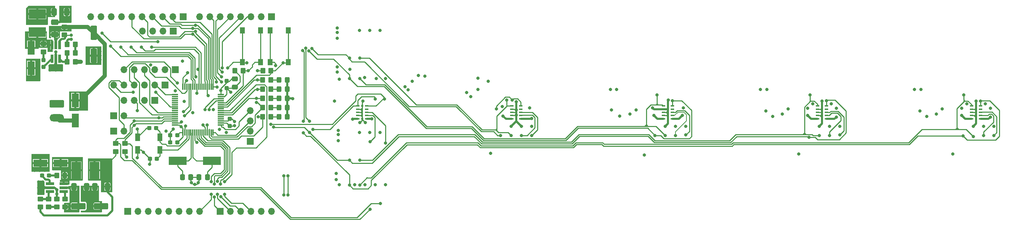
<source format=gbr>
%TF.GenerationSoftware,KiCad,Pcbnew,(6.0.2)*%
%TF.CreationDate,2022-03-11T12:30:30+01:00*%
%TF.ProjectId,GestureControl,47657374-7572-4654-936f-6e74726f6c2e,V0.1*%
%TF.SameCoordinates,Original*%
%TF.FileFunction,Copper,L1,Top*%
%TF.FilePolarity,Positive*%
%FSLAX46Y46*%
G04 Gerber Fmt 4.6, Leading zero omitted, Abs format (unit mm)*
G04 Created by KiCad (PCBNEW (6.0.2)) date 2022-03-11 12:30:30*
%MOMM*%
%LPD*%
G01*
G04 APERTURE LIST*
G04 Aperture macros list*
%AMRoundRect*
0 Rectangle with rounded corners*
0 $1 Rounding radius*
0 $2 $3 $4 $5 $6 $7 $8 $9 X,Y pos of 4 corners*
0 Add a 4 corners polygon primitive as box body*
4,1,4,$2,$3,$4,$5,$6,$7,$8,$9,$2,$3,0*
0 Add four circle primitives for the rounded corners*
1,1,$1+$1,$2,$3*
1,1,$1+$1,$4,$5*
1,1,$1+$1,$6,$7*
1,1,$1+$1,$8,$9*
0 Add four rect primitives between the rounded corners*
20,1,$1+$1,$2,$3,$4,$5,0*
20,1,$1+$1,$4,$5,$6,$7,0*
20,1,$1+$1,$6,$7,$8,$9,0*
20,1,$1+$1,$8,$9,$2,$3,0*%
G04 Aperture macros list end*
%TA.AperFunction,ComponentPad*%
%ADD10R,1.700000X1.700000*%
%TD*%
%TA.AperFunction,ComponentPad*%
%ADD11O,1.700000X1.700000*%
%TD*%
%TA.AperFunction,SMDPad,CuDef*%
%ADD12RoundRect,0.250000X-1.500000X-0.550000X1.500000X-0.550000X1.500000X0.550000X-1.500000X0.550000X0*%
%TD*%
%TA.AperFunction,SMDPad,CuDef*%
%ADD13RoundRect,0.250000X-0.337500X-0.475000X0.337500X-0.475000X0.337500X0.475000X-0.337500X0.475000X0*%
%TD*%
%TA.AperFunction,SMDPad,CuDef*%
%ADD14RoundRect,0.250000X0.337500X0.475000X-0.337500X0.475000X-0.337500X-0.475000X0.337500X-0.475000X0*%
%TD*%
%TA.AperFunction,SMDPad,CuDef*%
%ADD15RoundRect,0.237500X-0.300000X-0.237500X0.300000X-0.237500X0.300000X0.237500X-0.300000X0.237500X0*%
%TD*%
%TA.AperFunction,SMDPad,CuDef*%
%ADD16RoundRect,0.237500X0.300000X0.237500X-0.300000X0.237500X-0.300000X-0.237500X0.300000X-0.237500X0*%
%TD*%
%TA.AperFunction,SMDPad,CuDef*%
%ADD17RoundRect,0.237500X-0.237500X0.300000X-0.237500X-0.300000X0.237500X-0.300000X0.237500X0.300000X0*%
%TD*%
%TA.AperFunction,SMDPad,CuDef*%
%ADD18RoundRect,0.250000X-0.475000X0.337500X-0.475000X-0.337500X0.475000X-0.337500X0.475000X0.337500X0*%
%TD*%
%TA.AperFunction,SMDPad,CuDef*%
%ADD19RoundRect,0.249999X0.325001X0.450001X-0.325001X0.450001X-0.325001X-0.450001X0.325001X-0.450001X0*%
%TD*%
%TA.AperFunction,SMDPad,CuDef*%
%ADD20R,1.800000X3.500000*%
%TD*%
%TA.AperFunction,ComponentPad*%
%ADD21RoundRect,0.250000X-1.550000X0.650000X-1.550000X-0.650000X1.550000X-0.650000X1.550000X0.650000X0*%
%TD*%
%TA.AperFunction,ComponentPad*%
%ADD22O,3.600000X1.800000*%
%TD*%
%TA.AperFunction,SMDPad,CuDef*%
%ADD23RoundRect,0.249999X0.350001X0.450001X-0.350001X0.450001X-0.350001X-0.450001X0.350001X-0.450001X0*%
%TD*%
%TA.AperFunction,SMDPad,CuDef*%
%ADD24RoundRect,0.249999X-0.350001X-0.450001X0.350001X-0.450001X0.350001X0.450001X-0.350001X0.450001X0*%
%TD*%
%TA.AperFunction,SMDPad,CuDef*%
%ADD25RoundRect,0.249999X0.450001X-0.350001X0.450001X0.350001X-0.450001X0.350001X-0.450001X-0.350001X0*%
%TD*%
%TA.AperFunction,SMDPad,CuDef*%
%ADD26R,1.300000X1.550000*%
%TD*%
%TA.AperFunction,SMDPad,CuDef*%
%ADD27RoundRect,0.075000X0.075000X-0.700000X0.075000X0.700000X-0.075000X0.700000X-0.075000X-0.700000X0*%
%TD*%
%TA.AperFunction,SMDPad,CuDef*%
%ADD28RoundRect,0.075000X0.700000X-0.075000X0.700000X0.075000X-0.700000X0.075000X-0.700000X-0.075000X0*%
%TD*%
%TA.AperFunction,SMDPad,CuDef*%
%ADD29R,1.300000X1.900000*%
%TD*%
%TA.AperFunction,SMDPad,CuDef*%
%ADD30R,4.500000X2.000000*%
%TD*%
%TA.AperFunction,SMDPad,CuDef*%
%ADD31RoundRect,0.249999X-0.412501X-0.650001X0.412501X-0.650001X0.412501X0.650001X-0.412501X0.650001X0*%
%TD*%
%TA.AperFunction,SMDPad,CuDef*%
%ADD32RoundRect,0.249999X0.650001X-0.412501X0.650001X0.412501X-0.650001X0.412501X-0.650001X-0.412501X0*%
%TD*%
%TA.AperFunction,SMDPad,CuDef*%
%ADD33RoundRect,0.249999X0.412501X0.650001X-0.412501X0.650001X-0.412501X-0.650001X0.412501X-0.650001X0*%
%TD*%
%TA.AperFunction,SMDPad,CuDef*%
%ADD34R,3.500000X1.800000*%
%TD*%
%TA.AperFunction,SMDPad,CuDef*%
%ADD35R,2.400000X4.200000*%
%TD*%
%TA.AperFunction,SMDPad,CuDef*%
%ADD36R,4.200000X2.400000*%
%TD*%
%TA.AperFunction,SMDPad,CuDef*%
%ADD37RoundRect,0.249999X-0.450001X0.350001X-0.450001X-0.350001X0.450001X-0.350001X0.450001X0.350001X0*%
%TD*%
%TA.AperFunction,SMDPad,CuDef*%
%ADD38R,2.000000X0.650000*%
%TD*%
%TA.AperFunction,SMDPad,CuDef*%
%ADD39R,0.650000X2.000000*%
%TD*%
%TA.AperFunction,SMDPad,CuDef*%
%ADD40R,0.807999X0.458000*%
%TD*%
%TA.AperFunction,SMDPad,CuDef*%
%ADD41R,0.508000X0.508000*%
%TD*%
%TA.AperFunction,SMDPad,CuDef*%
%ADD42RoundRect,0.250000X-0.550000X1.500000X-0.550000X-1.500000X0.550000X-1.500000X0.550000X1.500000X0*%
%TD*%
%TA.AperFunction,ViaPad*%
%ADD43C,0.800000*%
%TD*%
%TA.AperFunction,Conductor*%
%ADD44C,0.250000*%
%TD*%
%TA.AperFunction,Conductor*%
%ADD45C,0.500000*%
%TD*%
%TA.AperFunction,Conductor*%
%ADD46C,1.000000*%
%TD*%
%TA.AperFunction,Conductor*%
%ADD47C,0.200000*%
%TD*%
G04 APERTURE END LIST*
D10*
%TO.P,J3,1,Pin_1*%
%TO.N,unconnected-(J3-Pad1)*%
X45974000Y-123952000D03*
D11*
%TO.P,J3,2,Pin_2*%
%TO.N,unconnected-(J3-Pad2)*%
X48514000Y-123952000D03*
%TO.P,J3,3,Pin_3*%
%TO.N,unconnected-(J3-Pad3)*%
X51054000Y-123952000D03*
%TO.P,J3,4,Pin_4*%
%TO.N,+3V3*%
X53594000Y-123952000D03*
%TO.P,J3,5,Pin_5*%
%TO.N,+5V*%
X56134000Y-123952000D03*
%TO.P,J3,6,Pin_6*%
%TO.N,GND*%
X58674000Y-123952000D03*
%TO.P,J3,7,Pin_7*%
X61214000Y-123952000D03*
%TO.P,J3,8,Pin_8*%
%TO.N,XSHUT_0*%
X63754000Y-123952000D03*
%TD*%
D10*
%TO.P,J4,1,Pin_1*%
%TO.N,XSHUT_1*%
X68834000Y-123952000D03*
D11*
%TO.P,J4,2,Pin_2*%
%TO.N,XSHUT_2*%
X71374000Y-123952000D03*
%TO.P,J4,3,Pin_3*%
%TO.N,XSHUT_3*%
X73914000Y-123952000D03*
%TO.P,J4,4,Pin_4*%
%TO.N,XSHUT_4*%
X76454000Y-123952000D03*
%TO.P,J4,5,Pin_5*%
%TO.N,SW_1*%
X78994000Y-123952000D03*
%TO.P,J4,6,Pin_6*%
%TO.N,SW_2*%
X81534000Y-123952000D03*
%TD*%
D10*
%TO.P,J5,1,Pin_1*%
%TO.N,unconnected-(J5-Pad1)*%
X59690000Y-75692000D03*
D11*
%TO.P,J5,2,Pin_2*%
%TO.N,GPIOI_0*%
X57150000Y-75692000D03*
%TO.P,J5,3,Pin_3*%
%TO.N,GPIOI_1*%
X54610000Y-75692000D03*
%TO.P,J5,4,Pin_4*%
%TO.N,GPIOI_2*%
X52070000Y-75692000D03*
%TO.P,J5,5,Pin_5*%
%TO.N,GPIOI_3*%
X49530000Y-75692000D03*
%TO.P,J5,6,Pin_6*%
%TO.N,GPIOI_4*%
X46990000Y-75692000D03*
%TO.P,J5,7,Pin_7*%
%TO.N,GND*%
X44450000Y-75692000D03*
%TO.P,J5,8,Pin_8*%
%TO.N,+3V3*%
X41910000Y-75692000D03*
%TO.P,J5,9,Pin_9*%
%TO.N,SDA1*%
X39370000Y-75692000D03*
%TO.P,J5,10,Pin_10*%
%TO.N,SCL1*%
X36830000Y-75692000D03*
%TD*%
D12*
%TO.P,C7,1*%
%TO.N,VCC*%
X33776000Y-122682000D03*
%TO.P,C7,2*%
%TO.N,GND*%
X39376000Y-122682000D03*
%TD*%
D13*
%TO.P,C17,1*%
%TO.N,/STM32L151RET6TR/MCO*%
X59514490Y-115564490D03*
%TO.P,C17,2*%
%TO.N,GND*%
X61589490Y-115564490D03*
%TD*%
D14*
%TO.P,C18,1*%
%TO.N,/STM32L151RET6TR/OSM_OUT*%
X65696490Y-115564490D03*
%TO.P,C18,2*%
%TO.N,GND*%
X63621490Y-115564490D03*
%TD*%
D15*
%TO.P,C19,1*%
%TO.N,GND*%
X51482490Y-110992490D03*
%TO.P,C19,2*%
%TO.N,/STM32L151RET6TR/OS32_OUT*%
X53207490Y-110992490D03*
%TD*%
%TO.P,C22,1*%
%TO.N,GND*%
X51328990Y-103372490D03*
%TO.P,C22,2*%
%TO.N,/STM32L151RET6TR/OS32_IN*%
X53053990Y-103372490D03*
%TD*%
D16*
%TO.P,C24,1*%
%TO.N,+3V3*%
X58234490Y-105150490D03*
%TO.P,C24,2*%
%TO.N,GND*%
X56509490Y-105150490D03*
%TD*%
%TO.P,C25,1*%
%TO.N,+3V3*%
X58234490Y-106928490D03*
%TO.P,C25,2*%
%TO.N,GND*%
X56509490Y-106928490D03*
%TD*%
D17*
%TO.P,C26,1*%
%TO.N,+3V3*%
X71241490Y-101086490D03*
%TO.P,C26,2*%
%TO.N,GND*%
X71241490Y-102811490D03*
%TD*%
%TO.P,C27,1*%
%TO.N,+3V3*%
X70479490Y-91688490D03*
%TO.P,C27,2*%
%TO.N,GND*%
X70479490Y-93413490D03*
%TD*%
D18*
%TO.P,C32,1*%
%TO.N,+3V3*%
X72511490Y-91137490D03*
%TO.P,C32,2*%
%TO.N,GND*%
X72511490Y-93212490D03*
%TD*%
D19*
%TO.P,D1,1,K*%
%TO.N,GND*%
X85449490Y-100578490D03*
%TO.P,D1,2,A*%
%TO.N,Net-(D1-Pad2)*%
X83399490Y-100578490D03*
%TD*%
%TO.P,D2,1,K*%
%TO.N,GND*%
X85467490Y-98292490D03*
%TO.P,D2,2,A*%
%TO.N,Net-(D2-Pad2)*%
X83417490Y-98292490D03*
%TD*%
%TO.P,D3,1,K*%
%TO.N,GND*%
X85467490Y-96006490D03*
%TO.P,D3,2,A*%
%TO.N,Net-(D3-Pad2)*%
X83417490Y-96006490D03*
%TD*%
%TO.P,D5,1,K*%
%TO.N,GND*%
X85458490Y-91434490D03*
%TO.P,D5,2,A*%
%TO.N,Net-(D5-Pad2)*%
X83408490Y-91434490D03*
%TD*%
D20*
%TO.P,D6,1,K*%
%TO.N,VCC*%
X33020000Y-96477000D03*
%TO.P,D6,2,A*%
%TO.N,Net-(D6-Pad2)*%
X33020000Y-101477000D03*
%TD*%
D10*
%TO.P,J1,1,Pin_1*%
%TO.N,GND*%
X52699490Y-96514490D03*
D11*
%TO.P,J1,2,Pin_2*%
%TO.N,+5V*%
X50159490Y-96514490D03*
%TO.P,J1,3,Pin_3*%
%TO.N,SDA1*%
X47619490Y-96514490D03*
%TO.P,J1,4,Pin_4*%
%TO.N,SCL1*%
X45079490Y-96514490D03*
%TD*%
D21*
%TO.P,J2,1,Pin_1*%
%TO.N,GND*%
X28448000Y-97282000D03*
D22*
%TO.P,J2,2,Pin_2*%
%TO.N,Net-(D6-Pad2)*%
X28448000Y-100782000D03*
%TD*%
D10*
%TO.P,J7,1,Pin_1*%
%TO.N,GND*%
X57779490Y-88894490D03*
D11*
%TO.P,J7,2,Pin_2*%
%TO.N,/STM32L151RET6TR/FTDI_CTS*%
X55239490Y-88894490D03*
%TO.P,J7,3,Pin_3*%
%TO.N,+5V*%
X52699490Y-88894490D03*
%TO.P,J7,4,Pin_4*%
%TO.N,/STM32L151RET6TR/FTDI_TXD*%
X50159490Y-88894490D03*
%TO.P,J7,5,Pin_5*%
%TO.N,/STM32L151RET6TR/FTDI_RXD*%
X47619490Y-88894490D03*
%TO.P,J7,6,Pin_6*%
%TO.N,/STM32L151RET6TR/FTDI_RTS*%
X45079490Y-88894490D03*
%TD*%
D10*
%TO.P,J10,1,Pin_1*%
%TO.N,GND*%
X57277000Y-79248000D03*
D11*
%TO.P,J10,2,Pin_2*%
%TO.N,+3V3*%
X54737000Y-79248000D03*
%TO.P,J10,3,Pin_3*%
%TO.N,SDA2*%
X52197000Y-79248000D03*
%TO.P,J10,4,Pin_4*%
%TO.N,SCL2*%
X49657000Y-79248000D03*
%TD*%
D23*
%TO.P,R1,1*%
%TO.N,Net-(D1-Pad2)*%
X81385490Y-100578490D03*
%TO.P,R1,2*%
%TO.N,LED_1*%
X79385490Y-100578490D03*
%TD*%
%TO.P,R2,1*%
%TO.N,Net-(D2-Pad2)*%
X81353490Y-98292490D03*
%TO.P,R2,2*%
%TO.N,LED_2*%
X79353490Y-98292490D03*
%TD*%
%TO.P,R3,1*%
%TO.N,Net-(D3-Pad2)*%
X81353490Y-96006490D03*
%TO.P,R3,2*%
%TO.N,LED_3*%
X79353490Y-96006490D03*
%TD*%
%TO.P,R4,1*%
%TO.N,Net-(D4-Pad2)*%
X81353490Y-93720490D03*
%TO.P,R4,2*%
%TO.N,LED_4*%
X79353490Y-93720490D03*
%TD*%
%TO.P,R5,1*%
%TO.N,Net-(D5-Pad2)*%
X81369490Y-91434490D03*
%TO.P,R5,2*%
%TO.N,LED_5*%
X79369490Y-91434490D03*
%TD*%
D24*
%TO.P,R6,1*%
%TO.N,GND*%
X79401490Y-89148490D03*
%TO.P,R6,2*%
%TO.N,SW_1*%
X81401490Y-89148490D03*
%TD*%
D23*
%TO.P,R7,1*%
%TO.N,SW_2*%
X74511490Y-89148490D03*
%TO.P,R7,2*%
%TO.N,GND*%
X72511490Y-89148490D03*
%TD*%
D25*
%TO.P,R10,1*%
%TO.N,+3V3*%
X45333490Y-109182490D03*
%TO.P,R10,2*%
%TO.N,SDA1*%
X45333490Y-107182490D03*
%TD*%
%TO.P,R11,1*%
%TO.N,+3V3*%
X43047490Y-109182490D03*
%TO.P,R11,2*%
%TO.N,SCL1*%
X43047490Y-107182490D03*
%TD*%
D26*
%TO.P,SW1,1,1*%
%TO.N,SW_1*%
X85689000Y-87033000D03*
X85689000Y-79083000D03*
%TO.P,SW1,2,2*%
%TO.N,+3V3*%
X81189000Y-87033000D03*
X81189000Y-79083000D03*
%TD*%
%TO.P,SW2,1,1*%
%TO.N,SW_2*%
X78831000Y-79083000D03*
X78831000Y-87033000D03*
%TO.P,SW2,2,2*%
%TO.N,+3V3*%
X74331000Y-79083000D03*
X74331000Y-87033000D03*
%TD*%
D27*
%TO.P,U6,1,VLCD*%
%TO.N,+3V3*%
X59617490Y-104475490D03*
%TO.P,U6,2,PC13*%
%TO.N,BUCK_5_EN*%
X60117490Y-104475490D03*
%TO.P,U6,3,PC14*%
%TO.N,/STM32L151RET6TR/OS32_IN*%
X60617490Y-104475490D03*
%TO.P,U6,4,PC15*%
%TO.N,/STM32L151RET6TR/OS32_OUT*%
X61117490Y-104475490D03*
%TO.P,U6,5,PH0*%
%TO.N,/STM32L151RET6TR/MCO*%
X61617490Y-104475490D03*
%TO.P,U6,6,PH1*%
%TO.N,/STM32L151RET6TR/OSM_OUT*%
X62117490Y-104475490D03*
%TO.P,U6,7,NRST*%
%TO.N,/STM32L151RET6TR/RST*%
X62617490Y-104475490D03*
%TO.P,U6,8,PC0*%
%TO.N,XSHUT_0*%
X63117490Y-104475490D03*
%TO.P,U6,9,PC1*%
%TO.N,XSHUT_1*%
X63617490Y-104475490D03*
%TO.P,U6,10,PC2*%
%TO.N,XSHUT_2*%
X64117490Y-104475490D03*
%TO.P,U6,11,PC3*%
%TO.N,XSHUT_3*%
X64617490Y-104475490D03*
%TO.P,U6,12,VSSA*%
%TO.N,GND*%
X65117490Y-104475490D03*
%TO.P,U6,13,VDDA*%
%TO.N,+3V3*%
X65617490Y-104475490D03*
%TO.P,U6,14,PA0*%
%TO.N,LED_1*%
X66117490Y-104475490D03*
%TO.P,U6,15,PA1*%
%TO.N,LED_2*%
X66617490Y-104475490D03*
%TO.P,U6,16,PA2*%
%TO.N,/STM32L151RET6TR/UART_TX*%
X67117490Y-104475490D03*
D28*
%TO.P,U6,17,PA3*%
%TO.N,/STM32L151RET6TR/UART_RX*%
X69042490Y-102550490D03*
%TO.P,U6,18,VSS*%
%TO.N,GND*%
X69042490Y-102050490D03*
%TO.P,U6,19,VDD*%
%TO.N,+3V3*%
X69042490Y-101550490D03*
%TO.P,U6,20,PA4*%
%TO.N,unconnected-(U6-Pad20)*%
X69042490Y-101050490D03*
%TO.P,U6,21,PA5*%
%TO.N,unconnected-(U6-Pad21)*%
X69042490Y-100550490D03*
%TO.P,U6,22,PA6*%
%TO.N,LED_3*%
X69042490Y-100050490D03*
%TO.P,U6,23,PA7*%
%TO.N,LED_4*%
X69042490Y-99550490D03*
%TO.P,U6,24,PC4*%
%TO.N,XSHUT_4*%
X69042490Y-99050490D03*
%TO.P,U6,25,PC5*%
%TO.N,unconnected-(U6-Pad25)*%
X69042490Y-98550490D03*
%TO.P,U6,26,PB0*%
%TO.N,LED_5*%
X69042490Y-98050490D03*
%TO.P,U6,27,PB1*%
%TO.N,SW_1*%
X69042490Y-97550490D03*
%TO.P,U6,28,PB2*%
%TO.N,SW_2*%
X69042490Y-97050490D03*
%TO.P,U6,29,PB10*%
%TO.N,/STM32L151RET6TR/PIN29*%
X69042490Y-96550490D03*
%TO.P,U6,30,PB11*%
%TO.N,/STM32L151RET6TR/PIN30*%
X69042490Y-96050490D03*
%TO.P,U6,31,VSS*%
%TO.N,GND*%
X69042490Y-95550490D03*
%TO.P,U6,32,VDD*%
%TO.N,+3V3*%
X69042490Y-95050490D03*
D27*
%TO.P,U6,33,PB12*%
%TO.N,GPIOI_0*%
X67117490Y-93125490D03*
%TO.P,U6,34,PB13*%
%TO.N,GPIOI_1*%
X66617490Y-93125490D03*
%TO.P,U6,35,PB14*%
%TO.N,GPIOI_2*%
X66117490Y-93125490D03*
%TO.P,U6,36,PB15*%
%TO.N,GPIOI_3*%
X65617490Y-93125490D03*
%TO.P,U6,37,PC6*%
%TO.N,GPIOI_4*%
X65117490Y-93125490D03*
%TO.P,U6,38,PC7*%
%TO.N,unconnected-(U6-Pad38)*%
X64617490Y-93125490D03*
%TO.P,U6,39,PC8*%
%TO.N,/STM32L151RET6TR/PC8*%
X64117490Y-93125490D03*
%TO.P,U6,40,PC9*%
%TO.N,SDA2*%
X63617490Y-93125490D03*
%TO.P,U6,41,PA8*%
%TO.N,/STM32L151RET6TR/PIN41*%
X63117490Y-93125490D03*
%TO.P,U6,42,PA9*%
%TO.N,/STM32L151RET6TR/PA9*%
X62617490Y-93125490D03*
%TO.P,U6,43,PA10*%
%TO.N,/STM32L151RET6TR/PA10*%
X62117490Y-93125490D03*
%TO.P,U6,44,PA11*%
%TO.N,/STM32L151RET6TR/FTDI_CTS*%
X61617490Y-93125490D03*
%TO.P,U6,45,PA12*%
%TO.N,/STM32L151RET6TR/FTDI_RTS*%
X61117490Y-93125490D03*
%TO.P,U6,46,PA13*%
%TO.N,/STM32L151RET6TR/SWDAT*%
X60617490Y-93125490D03*
%TO.P,U6,47,VSS*%
%TO.N,GND*%
X60117490Y-93125490D03*
%TO.P,U6,48,VDD*%
%TO.N,+3V3*%
X59617490Y-93125490D03*
D28*
%TO.P,U6,49,PA14*%
%TO.N,/STM32L151RET6TR/SWCLK*%
X57692490Y-95050490D03*
%TO.P,U6,50,PA15*%
%TO.N,unconnected-(U6-Pad50)*%
X57692490Y-95550490D03*
%TO.P,U6,51,PC10*%
%TO.N,unconnected-(U6-Pad51)*%
X57692490Y-96050490D03*
%TO.P,U6,52,PC11*%
%TO.N,unconnected-(U6-Pad52)*%
X57692490Y-96550490D03*
%TO.P,U6,53,PC12*%
%TO.N,unconnected-(U6-Pad53)*%
X57692490Y-97050490D03*
%TO.P,U6,54,PD2*%
%TO.N,unconnected-(U6-Pad54)*%
X57692490Y-97550490D03*
%TO.P,U6,55,PB3*%
%TO.N,/STM32L151RET6TR/SW0*%
X57692490Y-98050490D03*
%TO.P,U6,56,PB4*%
%TO.N,unconnected-(U6-Pad56)*%
X57692490Y-98550490D03*
%TO.P,U6,57,PB5*%
%TO.N,unconnected-(U6-Pad57)*%
X57692490Y-99050490D03*
%TO.P,U6,58,PB6*%
%TO.N,/STM32L151RET6TR/FTDI_TXD*%
X57692490Y-99550490D03*
%TO.P,U6,59,PB7*%
%TO.N,/STM32L151RET6TR/FTDI_RXD*%
X57692490Y-100050490D03*
%TO.P,U6,60,BOOT0*%
%TO.N,/STM32L151RET6TR/BOOT*%
X57692490Y-100550490D03*
%TO.P,U6,61,PB8*%
%TO.N,SCL1*%
X57692490Y-101050490D03*
%TO.P,U6,62,PB9*%
%TO.N,SDA1*%
X57692490Y-101550490D03*
%TO.P,U6,63,VSS*%
%TO.N,GND*%
X57692490Y-102050490D03*
%TO.P,U6,64,VDD*%
%TO.N,+3V3*%
X57692490Y-102550490D03*
%TD*%
D29*
%TO.P,Y2,1,1*%
%TO.N,/STM32L151RET6TR/OS32_IN*%
X53925490Y-105582490D03*
%TO.P,Y2,2,2*%
%TO.N,GND*%
X48425490Y-105582490D03*
%TO.P,Y2,3,3*%
X48425490Y-108782490D03*
%TO.P,Y2,4,4*%
%TO.N,/STM32L151RET6TR/OS32_OUT*%
X53925490Y-108782490D03*
%TD*%
D19*
%TO.P,D4,1,K*%
%TO.N,GND*%
X85467490Y-93720490D03*
%TO.P,D4,2,A*%
%TO.N,Net-(D4-Pad2)*%
X83417490Y-93720490D03*
%TD*%
D10*
%TO.P,J9,1,Pin_1*%
%TO.N,GND*%
X76321490Y-106674490D03*
D11*
%TO.P,J9,2,Pin_2*%
%TO.N,+3V3*%
X76321490Y-104134490D03*
%TO.P,J9,3,Pin_3*%
%TO.N,/STM32L151RET6TR/UART_TX*%
X76321490Y-101594490D03*
%TO.P,J9,4,Pin_4*%
%TO.N,/STM32L151RET6TR/UART_RX*%
X76321490Y-99054490D03*
%TD*%
D10*
%TO.P,J6,1,Pin_1*%
%TO.N,unconnected-(J6-Pad1)*%
X81534000Y-75692000D03*
D11*
%TO.P,J6,2,Pin_2*%
%TO.N,unconnected-(J6-Pad2)*%
X78994000Y-75692000D03*
%TO.P,J6,3,Pin_3*%
%TO.N,LED_5*%
X76454000Y-75692000D03*
%TO.P,J6,4,Pin_4*%
%TO.N,LED_4*%
X73914000Y-75692000D03*
%TO.P,J6,5,Pin_5*%
%TO.N,LED_3*%
X71374000Y-75692000D03*
%TO.P,J6,6,Pin_6*%
%TO.N,LED_2*%
X68834000Y-75692000D03*
%TO.P,J6,7,Pin_7*%
%TO.N,LED_1*%
X66294000Y-75692000D03*
%TO.P,J6,8,Pin_8*%
%TO.N,unconnected-(J6-Pad8)*%
X63754000Y-75692000D03*
%TD*%
D10*
%TO.P,J8,1,Pin_1*%
%TO.N,+3V3*%
X55239490Y-92704490D03*
D11*
%TO.P,J8,2,Pin_2*%
%TO.N,/STM32L151RET6TR/SWCLK*%
X52699490Y-92704490D03*
%TO.P,J8,3,Pin_3*%
%TO.N,GND*%
X50159490Y-92704490D03*
%TO.P,J8,4,Pin_4*%
%TO.N,/STM32L151RET6TR/SWDAT*%
X47619490Y-92704490D03*
%TO.P,J8,5,Pin_5*%
%TO.N,/STM32L151RET6TR/RST*%
X45079490Y-92704490D03*
%TO.P,J8,6,Pin_6*%
%TO.N,/STM32L151RET6TR/SW0*%
X42539490Y-92704490D03*
%TD*%
D30*
%TO.P,Y1,1,1*%
%TO.N,/STM32L151RET6TR/MCO*%
X58355490Y-111500490D03*
%TO.P,Y1,2,2*%
%TO.N,/STM32L151RET6TR/OSM_OUT*%
X66855490Y-111500490D03*
%TD*%
D31*
%TO.P,C3,1*%
%TO.N,VCC*%
X32727500Y-117856000D03*
%TO.P,C3,2*%
%TO.N,GND*%
X35852500Y-117856000D03*
%TD*%
D32*
%TO.P,C4,1*%
%TO.N,VCC*%
X27940000Y-80175500D03*
%TO.P,C4,2*%
%TO.N,GND*%
X27940000Y-77050500D03*
%TD*%
D16*
%TO.P,C5,1*%
%TO.N,Net-(C5-Pad1)*%
X26516500Y-115062000D03*
%TO.P,C5,2*%
%TO.N,Net-(C5-Pad2)*%
X24791500Y-115062000D03*
%TD*%
D17*
%TO.P,C6,1*%
%TO.N,Net-(C6-Pad1)*%
X25162000Y-86487000D03*
%TO.P,C6,2*%
%TO.N,Net-(C6-Pad2)*%
X25162000Y-88212000D03*
%TD*%
D33*
%TO.P,C13,1*%
%TO.N,+3V3*%
X40971000Y-117856000D03*
%TO.P,C13,2*%
%TO.N,GND*%
X37846000Y-117856000D03*
%TD*%
D31*
%TO.P,C34,1*%
%TO.N,+5V*%
X27790500Y-74587500D03*
%TO.P,C34,2*%
%TO.N,GND*%
X30915500Y-74587500D03*
%TD*%
D34*
%TO.P,D7,1,K*%
%TO.N,/OUT3.3*%
X29424000Y-112014000D03*
%TO.P,D7,2,A*%
%TO.N,GND*%
X24424000Y-112014000D03*
%TD*%
D20*
%TO.P,D8,1,K*%
%TO.N,/OUT5.0*%
X22114000Y-83479000D03*
%TO.P,D8,2,A*%
%TO.N,GND*%
X22114000Y-88479000D03*
%TD*%
D35*
%TO.P,L1,1,1*%
%TO.N,/OUT3.3*%
X33310000Y-113792000D03*
%TO.P,L1,2,2*%
%TO.N,+3V3*%
X37810000Y-113792000D03*
%TD*%
D36*
%TO.P,L2,1,1*%
%TO.N,/OUT5.0*%
X23622000Y-79557000D03*
%TO.P,L2,2,2*%
%TO.N,+5V*%
X23622000Y-75057000D03*
%TD*%
D25*
%TO.P,R14,1*%
%TO.N,VCC*%
X30480000Y-122904000D03*
%TO.P,R14,2*%
%TO.N,BUCK_33_EN*%
X30480000Y-120904000D03*
%TD*%
D37*
%TO.P,R15,1*%
%TO.N,VCC*%
X30353000Y-78248000D03*
%TO.P,R15,2*%
%TO.N,BUCK_5_EN*%
X30353000Y-80248000D03*
%TD*%
D25*
%TO.P,R18,1*%
%TO.N,Net-(R18-Pad1)*%
X28448000Y-122920000D03*
%TO.P,R18,2*%
%TO.N,GND*%
X28448000Y-120920000D03*
%TD*%
D23*
%TO.P,R19,1*%
%TO.N,Net-(R19-Pad1)*%
X33004000Y-82550000D03*
%TO.P,R19,2*%
%TO.N,GND*%
X31004000Y-82550000D03*
%TD*%
%TO.P,R23,1*%
%TO.N,/OUT3.3*%
X30448000Y-115062000D03*
%TO.P,R23,2*%
%TO.N,Net-(C5-Pad1)*%
X28448000Y-115062000D03*
%TD*%
D37*
%TO.P,R24,1*%
%TO.N,/OUT5.0*%
X25162000Y-82439000D03*
%TO.P,R24,2*%
%TO.N,Net-(C6-Pad1)*%
X25162000Y-84439000D03*
%TD*%
%TO.P,R25,1*%
%TO.N,Net-(R25-Pad1)*%
X26416000Y-120920000D03*
%TO.P,R25,2*%
%TO.N,Net-(R18-Pad1)*%
X26416000Y-122920000D03*
%TD*%
D24*
%TO.P,R26,1*%
%TO.N,Net-(R26-Pad1)*%
X31004000Y-84709000D03*
%TO.P,R26,2*%
%TO.N,Net-(R19-Pad1)*%
X33004000Y-84709000D03*
%TD*%
D37*
%TO.P,R27,1*%
%TO.N,Net-(R25-Pad1)*%
X24384000Y-120920000D03*
%TO.P,R27,2*%
%TO.N,+3V3*%
X24384000Y-122920000D03*
%TD*%
D24*
%TO.P,R28,1*%
%TO.N,Net-(R26-Pad1)*%
X31004000Y-86868000D03*
%TO.P,R28,2*%
%TO.N,+5V*%
X33004000Y-86868000D03*
%TD*%
D38*
%TO.P,U1,1,BST*%
%TO.N,Net-(C5-Pad2)*%
X26738000Y-117160000D03*
%TO.P,U1,2,GND*%
%TO.N,GND*%
X26738000Y-118110000D03*
%TO.P,U1,3,FB*%
%TO.N,Net-(R25-Pad1)*%
X26738000Y-119060000D03*
%TO.P,U1,4,EN*%
%TO.N,BUCK_33_EN*%
X30158000Y-119060000D03*
%TO.P,U1,5,IN*%
%TO.N,VCC*%
X30158000Y-118110000D03*
%TO.P,U1,6,OUT*%
%TO.N,/OUT3.3*%
X30158000Y-117160000D03*
%TD*%
D39*
%TO.P,U2,1,BST*%
%TO.N,Net-(C6-Pad2)*%
X27260000Y-86165000D03*
%TO.P,U2,2,GND*%
%TO.N,GND*%
X28210000Y-86165000D03*
%TO.P,U2,3,FB*%
%TO.N,Net-(R26-Pad1)*%
X29160000Y-86165000D03*
%TO.P,U2,4,EN*%
%TO.N,BUCK_5_EN*%
X29160000Y-82745000D03*
%TO.P,U2,5,IN*%
%TO.N,VCC*%
X28210000Y-82745000D03*
%TO.P,U2,6,OUT*%
%TO.N,/OUT5.0*%
X27260000Y-82745000D03*
%TD*%
D40*
%TO.P,U3,1,AVDDVCSEL*%
%TO.N,+3V3*%
X102897800Y-101040999D03*
%TO.P,U3,2,AVSSVCSEL*%
%TO.N,GND*%
X102897800Y-100241001D03*
%TO.P,U3,3,GND*%
X102897800Y-99441000D03*
%TO.P,U3,4,GND2*%
X102897800Y-98640999D03*
%TO.P,U3,5,XSHUT*%
%TO.N,XSHUT_0*%
X102897800Y-97841001D03*
D41*
%TO.P,U3,6,GND3*%
%TO.N,GND*%
X104013000Y-97840800D03*
D40*
%TO.P,U3,7,GPIO1*%
%TO.N,GPIOI_0*%
X105128200Y-97841001D03*
%TO.P,U3,8,DNC*%
%TO.N,unconnected-(U3-Pad8)*%
X105128200Y-98640999D03*
%TO.P,U3,9,SDA*%
%TO.N,SDA1*%
X105128200Y-99441000D03*
%TO.P,U3,10,SCL*%
%TO.N,SCL1*%
X105128200Y-100241001D03*
%TO.P,U3,11,AVDD*%
%TO.N,+3V3*%
X105128200Y-101040999D03*
D41*
%TO.P,U3,12,GND4*%
%TO.N,GND*%
X104013000Y-101041200D03*
%TD*%
D40*
%TO.P,U4,1,AVDDVCSEL*%
%TO.N,+3V3*%
X140997800Y-101040999D03*
%TO.P,U4,2,AVSSVCSEL*%
%TO.N,GND*%
X140997800Y-100241001D03*
%TO.P,U4,3,GND*%
X140997800Y-99441000D03*
%TO.P,U4,4,GND2*%
X140997800Y-98640999D03*
%TO.P,U4,5,XSHUT*%
%TO.N,XSHUT_1*%
X140997800Y-97841001D03*
D41*
%TO.P,U4,6,GND3*%
%TO.N,GND*%
X142113000Y-97840800D03*
D40*
%TO.P,U4,7,GPIO1*%
%TO.N,GPIOI_1*%
X143228200Y-97841001D03*
%TO.P,U4,8,DNC*%
%TO.N,unconnected-(U4-Pad8)*%
X143228200Y-98640999D03*
%TO.P,U4,9,SDA*%
%TO.N,SDA1*%
X143228200Y-99441000D03*
%TO.P,U4,10,SCL*%
%TO.N,SCL1*%
X143228200Y-100241001D03*
%TO.P,U4,11,AVDD*%
%TO.N,+3V3*%
X143228200Y-101040999D03*
D41*
%TO.P,U4,12,GND4*%
%TO.N,GND*%
X142113000Y-101041200D03*
%TD*%
D40*
%TO.P,U5,1,AVDDVCSEL*%
%TO.N,+3V3*%
X178462800Y-101040999D03*
%TO.P,U5,2,AVSSVCSEL*%
%TO.N,GND*%
X178462800Y-100241001D03*
%TO.P,U5,3,GND*%
X178462800Y-99441000D03*
%TO.P,U5,4,GND2*%
X178462800Y-98640999D03*
%TO.P,U5,5,XSHUT*%
%TO.N,XSHUT_2*%
X178462800Y-97841001D03*
D41*
%TO.P,U5,6,GND3*%
%TO.N,GND*%
X179578000Y-97840800D03*
D40*
%TO.P,U5,7,GPIO1*%
%TO.N,GPIOI_2*%
X180693200Y-97841001D03*
%TO.P,U5,8,DNC*%
%TO.N,unconnected-(U5-Pad8)*%
X180693200Y-98640999D03*
%TO.P,U5,9,SDA*%
%TO.N,SDA1*%
X180693200Y-99441000D03*
%TO.P,U5,10,SCL*%
%TO.N,SCL1*%
X180693200Y-100241001D03*
%TO.P,U5,11,AVDD*%
%TO.N,+3V3*%
X180693200Y-101040999D03*
D41*
%TO.P,U5,12,GND4*%
%TO.N,GND*%
X179578000Y-101041200D03*
%TD*%
D40*
%TO.P,U8,1,AVDDVCSEL*%
%TO.N,+3V3*%
X216562800Y-101040999D03*
%TO.P,U8,2,AVSSVCSEL*%
%TO.N,GND*%
X216562800Y-100241001D03*
%TO.P,U8,3,GND*%
X216562800Y-99441000D03*
%TO.P,U8,4,GND2*%
X216562800Y-98640999D03*
%TO.P,U8,5,XSHUT*%
%TO.N,XSHUT_3*%
X216562800Y-97841001D03*
D41*
%TO.P,U8,6,GND3*%
%TO.N,GND*%
X217678000Y-97840800D03*
D40*
%TO.P,U8,7,GPIO1*%
%TO.N,GPIOI_3*%
X218793200Y-97841001D03*
%TO.P,U8,8,DNC*%
%TO.N,unconnected-(U8-Pad8)*%
X218793200Y-98640999D03*
%TO.P,U8,9,SDA*%
%TO.N,SDA1*%
X218793200Y-99441000D03*
%TO.P,U8,10,SCL*%
%TO.N,SCL1*%
X218793200Y-100241001D03*
%TO.P,U8,11,AVDD*%
%TO.N,+3V3*%
X218793200Y-101040999D03*
D41*
%TO.P,U8,12,GND4*%
%TO.N,GND*%
X217678000Y-101041200D03*
%TD*%
D10*
%TO.P,J11,1,Pin_1*%
%TO.N,GND*%
X42539490Y-104134490D03*
D11*
%TO.P,J11,2,Pin_2*%
%TO.N,/STM32L151RET6TR/RST*%
X45079490Y-104134490D03*
%TD*%
D10*
%TO.P,J12,1,Pin_1*%
%TO.N,+3V3*%
X42539490Y-100324490D03*
D11*
%TO.P,J12,2,Pin_2*%
%TO.N,/STM32L151RET6TR/BOOT*%
X45079490Y-100324490D03*
%TD*%
D27*
%TO.P,U7,1,VBAT*%
%TO.N,+3V3*%
X59617490Y-104475490D03*
%TO.P,U7,2,PC13*%
%TO.N,BUCK_5_EN*%
X60117490Y-104475490D03*
%TO.P,U7,3,PC14*%
%TO.N,/STM32L151RET6TR/OS32_IN*%
X60617490Y-104475490D03*
%TO.P,U7,4,PC15*%
%TO.N,/STM32L151RET6TR/OS32_OUT*%
X61117490Y-104475490D03*
%TO.P,U7,5,PH0*%
%TO.N,/STM32L151RET6TR/MCO*%
X61617490Y-104475490D03*
%TO.P,U7,6,PH1*%
%TO.N,/STM32L151RET6TR/OSM_OUT*%
X62117490Y-104475490D03*
%TO.P,U7,7,NRST*%
%TO.N,/STM32L151RET6TR/RST*%
X62617490Y-104475490D03*
%TO.P,U7,8,PC0*%
%TO.N,XSHUT_0*%
X63117490Y-104475490D03*
%TO.P,U7,9,PC1*%
%TO.N,XSHUT_1*%
X63617490Y-104475490D03*
%TO.P,U7,10,PC2*%
%TO.N,XSHUT_2*%
X64117490Y-104475490D03*
%TO.P,U7,11,PC3*%
%TO.N,XSHUT_3*%
X64617490Y-104475490D03*
%TO.P,U7,12,VSSA*%
%TO.N,GND*%
X65117490Y-104475490D03*
%TO.P,U7,13,VREF+*%
%TO.N,+3V3*%
X65617490Y-104475490D03*
%TO.P,U7,14,PA0*%
%TO.N,LED_1*%
X66117490Y-104475490D03*
%TO.P,U7,15,PA1*%
%TO.N,LED_2*%
X66617490Y-104475490D03*
%TO.P,U7,16,PA2*%
%TO.N,/STM32L151RET6TR/UART_TX*%
X67117490Y-104475490D03*
D28*
%TO.P,U7,17,PA3*%
%TO.N,/STM32L151RET6TR/UART_RX*%
X69042490Y-102550490D03*
%TO.P,U7,18,VSS*%
%TO.N,GND*%
X69042490Y-102050490D03*
%TO.P,U7,19,VDD*%
%TO.N,+3V3*%
X69042490Y-101550490D03*
%TO.P,U7,20,PA4*%
%TO.N,unconnected-(U7-Pad20)*%
X69042490Y-101050490D03*
%TO.P,U7,21,PA5*%
%TO.N,unconnected-(U7-Pad21)*%
X69042490Y-100550490D03*
%TO.P,U7,22,PA6*%
%TO.N,LED_3*%
X69042490Y-100050490D03*
%TO.P,U7,23,PA7*%
%TO.N,LED_4*%
X69042490Y-99550490D03*
%TO.P,U7,24,PC4*%
%TO.N,XSHUT_4*%
X69042490Y-99050490D03*
%TO.P,U7,25,PC5*%
%TO.N,unconnected-(U7-Pad25)*%
X69042490Y-98550490D03*
%TO.P,U7,26,PB0*%
%TO.N,LED_5*%
X69042490Y-98050490D03*
%TO.P,U7,27,PB1*%
%TO.N,SW_1*%
X69042490Y-97550490D03*
%TO.P,U7,28,PB2*%
%TO.N,SW_2*%
X69042490Y-97050490D03*
%TO.P,U7,29,PB10*%
%TO.N,/STM32L151RET6TR/PIN29*%
X69042490Y-96550490D03*
%TO.P,U7,30,VCAP1*%
%TO.N,/STM32L151RET6TR/PIN30*%
X69042490Y-96050490D03*
%TO.P,U7,31,VSS*%
%TO.N,GND*%
X69042490Y-95550490D03*
%TO.P,U7,32,VDD*%
%TO.N,+3V3*%
X69042490Y-95050490D03*
D27*
%TO.P,U7,33,PB12*%
%TO.N,GPIOI_0*%
X67117490Y-93125490D03*
%TO.P,U7,34,PB13*%
%TO.N,GPIOI_1*%
X66617490Y-93125490D03*
%TO.P,U7,35,PB14*%
%TO.N,GPIOI_2*%
X66117490Y-93125490D03*
%TO.P,U7,36,PB15*%
%TO.N,GPIOI_3*%
X65617490Y-93125490D03*
%TO.P,U7,37,PC6*%
%TO.N,GPIOI_4*%
X65117490Y-93125490D03*
%TO.P,U7,38,PC7*%
%TO.N,unconnected-(U7-Pad38)*%
X64617490Y-93125490D03*
%TO.P,U7,39,PC8*%
%TO.N,/STM32L151RET6TR/PC8*%
X64117490Y-93125490D03*
%TO.P,U7,40,PC9*%
%TO.N,SDA2*%
X63617490Y-93125490D03*
%TO.P,U7,41,PA8*%
%TO.N,/STM32L151RET6TR/PIN41*%
X63117490Y-93125490D03*
%TO.P,U7,42,PA9*%
%TO.N,/STM32L151RET6TR/PA9*%
X62617490Y-93125490D03*
%TO.P,U7,43,PA10*%
%TO.N,/STM32L151RET6TR/PA10*%
X62117490Y-93125490D03*
%TO.P,U7,44,PA11*%
%TO.N,/STM32L151RET6TR/FTDI_CTS*%
X61617490Y-93125490D03*
%TO.P,U7,45,PA12*%
%TO.N,/STM32L151RET6TR/FTDI_RTS*%
X61117490Y-93125490D03*
%TO.P,U7,46,PA13*%
%TO.N,/STM32L151RET6TR/SWDAT*%
X60617490Y-93125490D03*
%TO.P,U7,47,VSS*%
%TO.N,GND*%
X60117490Y-93125490D03*
%TO.P,U7,48,VDD*%
%TO.N,+3V3*%
X59617490Y-93125490D03*
D28*
%TO.P,U7,49,PA14*%
%TO.N,/STM32L151RET6TR/SWCLK*%
X57692490Y-95050490D03*
%TO.P,U7,50,PA15*%
%TO.N,unconnected-(U7-Pad50)*%
X57692490Y-95550490D03*
%TO.P,U7,51,PC10*%
%TO.N,unconnected-(U7-Pad51)*%
X57692490Y-96050490D03*
%TO.P,U7,52,PC11*%
%TO.N,unconnected-(U7-Pad52)*%
X57692490Y-96550490D03*
%TO.P,U7,53,PC12*%
%TO.N,unconnected-(U7-Pad53)*%
X57692490Y-97050490D03*
%TO.P,U7,54,PD2*%
%TO.N,unconnected-(U7-Pad54)*%
X57692490Y-97550490D03*
%TO.P,U7,55,PB3*%
%TO.N,/STM32L151RET6TR/SW0*%
X57692490Y-98050490D03*
%TO.P,U7,56,PB4*%
%TO.N,unconnected-(U7-Pad56)*%
X57692490Y-98550490D03*
%TO.P,U7,57,PB5*%
%TO.N,unconnected-(U7-Pad57)*%
X57692490Y-99050490D03*
%TO.P,U7,58,PB6*%
%TO.N,/STM32L151RET6TR/FTDI_TXD*%
X57692490Y-99550490D03*
%TO.P,U7,59,PB7*%
%TO.N,/STM32L151RET6TR/FTDI_RXD*%
X57692490Y-100050490D03*
%TO.P,U7,60,BOOT0*%
%TO.N,/STM32L151RET6TR/BOOT*%
X57692490Y-100550490D03*
%TO.P,U7,61,PB8*%
%TO.N,SCL1*%
X57692490Y-101050490D03*
%TO.P,U7,62,PB9*%
%TO.N,SDA1*%
X57692490Y-101550490D03*
%TO.P,U7,63,VSS*%
%TO.N,GND*%
X57692490Y-102050490D03*
%TO.P,U7,64,VDD*%
%TO.N,+3V3*%
X57692490Y-102550490D03*
%TD*%
D40*
%TO.P,U9,1,AVDDVCSEL*%
%TO.N,+3V3*%
X254662800Y-101040999D03*
%TO.P,U9,2,AVSSVCSEL*%
%TO.N,GND*%
X254662800Y-100241001D03*
%TO.P,U9,3,GND*%
X254662800Y-99441000D03*
%TO.P,U9,4,GND2*%
X254662800Y-98640999D03*
%TO.P,U9,5,XSHUT*%
%TO.N,XSHUT_4*%
X254662800Y-97841001D03*
D41*
%TO.P,U9,6,GND3*%
%TO.N,GND*%
X255778000Y-97840800D03*
D40*
%TO.P,U9,7,GPIO1*%
%TO.N,GPIOI_4*%
X256893200Y-97841001D03*
%TO.P,U9,8,DNC*%
%TO.N,unconnected-(U9-Pad8)*%
X256893200Y-98640999D03*
%TO.P,U9,9,SDA*%
%TO.N,SDA1*%
X256893200Y-99441000D03*
%TO.P,U9,10,SCL*%
%TO.N,SCL1*%
X256893200Y-100241001D03*
%TO.P,U9,11,AVDD*%
%TO.N,+3V3*%
X256893200Y-101040999D03*
D41*
%TO.P,U9,12,GND4*%
%TO.N,GND*%
X255778000Y-101041200D03*
%TD*%
D42*
%TO.P,C43,1*%
%TO.N,VCC*%
X37592000Y-79750000D03*
%TO.P,C43,2*%
%TO.N,GND*%
X37592000Y-85350000D03*
%TD*%
D43*
%TO.N,GND*%
X71495490Y-94482490D03*
X181447000Y-102906000D03*
X259334000Y-98425000D03*
X221234000Y-98425000D03*
X78099490Y-89148490D03*
X219547000Y-102906000D03*
X143347000Y-102906000D03*
X104648000Y-117348000D03*
X107188000Y-117348000D03*
X28194000Y-87884000D03*
X39116000Y-85344000D03*
X34925000Y-120904000D03*
X109728000Y-117348000D03*
X98298000Y-91186000D03*
X105882000Y-79157000D03*
X70358000Y-104398500D03*
X60573490Y-91561490D03*
X29972000Y-76327000D03*
X178907000Y-102906000D03*
X36703000Y-122047000D03*
X257647000Y-102906000D03*
X38481000Y-120904000D03*
X170180000Y-99822000D03*
X117856000Y-90297000D03*
X102108000Y-117348000D03*
X138609750Y-97982652D03*
X103342000Y-79157000D03*
X132588000Y-93726000D03*
X108422000Y-104466000D03*
X29464000Y-73787000D03*
X36068000Y-84328000D03*
X98298000Y-117348000D03*
X171704000Y-98806000D03*
X98044000Y-106462000D03*
X24003000Y-118110000D03*
X55493490Y-104134490D03*
X23876000Y-86614000D03*
X135128000Y-91694000D03*
X61785500Y-116903500D03*
X57271490Y-103626490D03*
X24003000Y-116713000D03*
X105882000Y-104466000D03*
X108422000Y-79157000D03*
X23368000Y-91186000D03*
X203835000Y-99060000D03*
X36703000Y-120904000D03*
X23876000Y-88646000D03*
X28448000Y-119634000D03*
X205486000Y-100457000D03*
X140843000Y-102870000D03*
X132588000Y-90932000D03*
X107475506Y-91025494D03*
X215392000Y-97331000D03*
X104775000Y-101981000D03*
X25527000Y-110236000D03*
X217007000Y-102906000D03*
X116332000Y-91694000D03*
X34925000Y-119761000D03*
X167640000Y-100330000D03*
X25019000Y-118110000D03*
X211963000Y-109728000D03*
X23876000Y-87630000D03*
X36703000Y-123190000D03*
X253492000Y-97331000D03*
X135763000Y-109601000D03*
X28448000Y-118618000D03*
X22987000Y-110236000D03*
X183388000Y-98298000D03*
X28194000Y-88900000D03*
X183987000Y-102906000D03*
X29591000Y-88900000D03*
X252222000Y-98425000D03*
X24257000Y-110236000D03*
X173736000Y-109982000D03*
X63436500Y-116903500D03*
X222087000Y-102906000D03*
X48381490Y-110738490D03*
X39116000Y-86360000D03*
X142113000Y-100076000D03*
X21336000Y-91186000D03*
X250063000Y-109728000D03*
X97155000Y-96647000D03*
X103378000Y-101981000D03*
X245999000Y-99822000D03*
X51435000Y-112268000D03*
X38481000Y-119761000D03*
X217678000Y-96647000D03*
X64637490Y-102610490D03*
X28194000Y-84455000D03*
X142113000Y-96774000D03*
X62605490Y-117342490D03*
X86778500Y-96065789D03*
X247396000Y-98552000D03*
X209296000Y-98552000D03*
X179670688Y-96427312D03*
X97790000Y-81026000D03*
X119507000Y-90424000D03*
X25019000Y-119507000D03*
X36068000Y-86360000D03*
X24003000Y-119507000D03*
X145415000Y-98298000D03*
X36068000Y-85344000D03*
X255778000Y-96647000D03*
X59303490Y-101848490D03*
X175768000Y-98298000D03*
X258064000Y-97282000D03*
X29591000Y-87884000D03*
X243586000Y-100457000D03*
X214122000Y-98425000D03*
X29464000Y-74930000D03*
X32004000Y-81280000D03*
X165608000Y-98806000D03*
X67177490Y-98800490D03*
X39116000Y-84328000D03*
X219964000Y-97282000D03*
X103342000Y-104466000D03*
X26797000Y-87884000D03*
X25527000Y-113792000D03*
X109728000Y-91059000D03*
X22987000Y-113792000D03*
X36703000Y-119761000D03*
X260187000Y-102906000D03*
X100917502Y-88773000D03*
X104561752Y-90819168D03*
X255107000Y-102906000D03*
X22352000Y-91186000D03*
X72390000Y-102743000D03*
X24257000Y-113792000D03*
X26797000Y-88900000D03*
X68707000Y-103632000D03*
X207899000Y-99822000D03*
X241935000Y-99060000D03*
X104140000Y-96647000D03*
X49874000Y-109384000D03*
X57779490Y-94101490D03*
X145887000Y-102906000D03*
X30988000Y-76327000D03*
X142096743Y-98806956D03*
X25019000Y-116713000D03*
X48381490Y-103626490D03*
X59557490Y-86735490D03*
%TO.N,VCC*%
X33401000Y-120523000D03*
X33401000Y-119507000D03*
X32385000Y-120523000D03*
X35433000Y-98342000D03*
X35433000Y-96310000D03*
X35433000Y-97326000D03*
X32385000Y-119507000D03*
X35433000Y-95294000D03*
%TO.N,+3V3*%
X221234000Y-100584000D03*
X51689000Y-87630000D03*
X97790000Y-79629000D03*
X41656000Y-115316000D03*
X82550000Y-87846500D03*
X40132000Y-111506000D03*
X65653490Y-102610490D03*
X40132000Y-114046000D03*
X242189000Y-93726000D03*
X183134000Y-100203000D03*
X40132000Y-112776000D03*
X145923000Y-100965000D03*
X40132000Y-115316000D03*
X129794000Y-94488000D03*
X72390000Y-101727000D03*
X259334000Y-100584000D03*
X69042490Y-94061490D03*
X138811000Y-100330000D03*
X106370700Y-101045298D03*
X59985488Y-96768490D03*
X97790000Y-88138000D03*
X62097490Y-99562490D03*
X202438000Y-93726000D03*
X41656000Y-114046000D03*
X252222000Y-100203000D03*
X176149000Y-100203000D03*
X97536000Y-116078000D03*
X240538000Y-93726000D03*
X97790000Y-89408000D03*
X41656000Y-111506000D03*
X97790000Y-78486000D03*
X101600000Y-101092000D03*
X114554000Y-93091000D03*
X115316000Y-93853000D03*
X41656000Y-112776000D03*
X98044000Y-104938000D03*
X75438000Y-87122000D03*
X166878000Y-93726000D03*
X45720000Y-110490000D03*
X165354000Y-93726000D03*
X60827490Y-89656490D03*
X59176490Y-102991490D03*
X70739000Y-88392000D03*
X204089000Y-93726000D03*
X214122000Y-100203000D03*
X98044000Y-103922000D03*
X130810000Y-95504000D03*
X97536000Y-114554000D03*
%TO.N,XSHUT_1*%
X140843000Y-105156000D03*
X103378000Y-85979000D03*
X139700000Y-96393000D03*
X67448327Y-117230437D03*
X67437000Y-120396000D03*
%TO.N,GPIOI_1*%
X137144951Y-98567049D03*
X100838000Y-85979000D03*
X91567000Y-83566000D03*
X138176000Y-105156000D03*
X62738000Y-77851000D03*
X141097000Y-96393000D03*
%TO.N,XSHUT_2*%
X68195141Y-116566152D03*
X68199000Y-119741501D03*
X103378000Y-91059000D03*
X176911000Y-95123000D03*
X178943000Y-105156000D03*
%TO.N,GPIOI_2*%
X100838000Y-91059000D03*
X90799161Y-84205866D03*
X176403000Y-105156000D03*
X62098134Y-78618839D03*
X180721000Y-96520000D03*
%TO.N,XSHUT_0*%
X91821000Y-103632000D03*
X107188000Y-96139000D03*
X66675000Y-119741501D03*
X66680435Y-116590634D03*
%TO.N,GPIOI_0*%
X81407000Y-102362000D03*
X109474000Y-96139000D03*
X68066490Y-93212490D03*
%TO.N,LED_3*%
X77845490Y-96008501D03*
X69209490Y-90672490D03*
%TO.N,LED_4*%
X69402503Y-89473508D03*
X78089042Y-93809500D03*
%TO.N,LED_5*%
X69362489Y-88403186D03*
X78099490Y-91434490D03*
%TO.N,LED_1*%
X67939490Y-91942490D03*
X78220501Y-100578490D03*
%TO.N,LED_2*%
X69209490Y-91942490D03*
X77852679Y-97007978D03*
%TO.N,SW_1*%
X84455000Y-87122000D03*
X85581503Y-119888000D03*
X85648800Y-115214400D03*
%TO.N,SW_2*%
X84582000Y-115214400D03*
X75824510Y-89148490D03*
X84582000Y-119888000D03*
%TO.N,+5V*%
X34417000Y-86868000D03*
X24130000Y-77089000D03*
X22098000Y-77089000D03*
X25146000Y-77089000D03*
X23114000Y-77089000D03*
%TO.N,/STM32L151RET6TR/BOOT*%
X53715490Y-100832490D03*
%TO.N,/STM32L151RET6TR/RST*%
X63113490Y-106928490D03*
%TO.N,SCL1*%
X105918000Y-123444000D03*
X47619490Y-101594490D03*
X181483000Y-105156000D03*
X257683000Y-105156000D03*
X105918000Y-106716000D03*
X219583000Y-105156000D03*
X143383000Y-105156000D03*
%TO.N,SDA1*%
X260223000Y-105156000D03*
X48381490Y-99054490D03*
X184023000Y-105029000D03*
X145923000Y-105156000D03*
X108458000Y-122047000D03*
X109728000Y-107097000D03*
X47624143Y-102615143D03*
X222123000Y-105029000D03*
%TO.N,/STM32L151RET6TR/FTDI_RTS*%
X59811490Y-99308490D03*
X58287490Y-92196490D03*
%TO.N,/STM32L151RET6TR/FTDI_CTS*%
X60065490Y-100324490D03*
%TO.N,/STM32L151RET6TR/SW0*%
X47365490Y-94482490D03*
X52953490Y-94482490D03*
%TO.N,SCL2*%
X46857490Y-83306490D03*
X62859490Y-90672490D03*
%TO.N,SDA2*%
X63342510Y-88753408D03*
X49397490Y-83306490D03*
%TO.N,/STM32L151RET6TR/PIN41*%
X63113490Y-94736490D03*
%TO.N,/STM32L151RET6TR/PIN29*%
X66161490Y-98800490D03*
%TO.N,/STM32L151RET6TR/PIN30*%
X65145490Y-98800490D03*
%TO.N,/STM32L151RET6TR/PC8*%
X51937490Y-83306490D03*
%TO.N,/STM32L151RET6TR/PA9*%
X44317490Y-83306490D03*
%TO.N,/STM32L151RET6TR/PA10*%
X41777490Y-83052490D03*
%TO.N,BUCK_5_EN*%
X60319490Y-102864490D03*
X53467000Y-81915000D03*
X32004000Y-80264000D03*
X39624000Y-79756000D03*
%TO.N,XSHUT_3*%
X69020803Y-120310399D03*
X103378000Y-111288000D03*
X214757000Y-95123000D03*
X68961000Y-117221000D03*
X217043000Y-105156000D03*
%TO.N,GPIOI_3*%
X90043000Y-83530674D03*
X82065801Y-103113656D03*
X65869990Y-95250000D03*
X214503000Y-105626500D03*
X90932000Y-101600000D03*
X90995500Y-104457500D03*
X100838000Y-111288000D03*
X62759776Y-79367996D03*
X218795600Y-96520000D03*
%TO.N,XSHUT_4*%
X255143000Y-105410000D03*
X252730000Y-95123000D03*
X69977000Y-119741501D03*
X69981299Y-116590299D03*
X103378000Y-117475000D03*
%TO.N,GPIOI_4*%
X89408000Y-101600000D03*
X256895600Y-96672400D03*
X252603000Y-105283000D03*
X100838000Y-117475000D03*
X89408000Y-104521000D03*
X62045029Y-80092496D03*
X89229187Y-84110944D03*
%TD*%
D44*
%TO.N,/STM32L151RET6TR/OS32_IN*%
X60617490Y-104475490D02*
X60617490Y-105878500D01*
%TO.N,GND*%
X104013000Y-96774000D02*
X104140000Y-96647000D01*
X104013000Y-97840800D02*
X104013000Y-96774000D01*
%TO.N,/STM32L151RET6TR/MCO*%
X60965510Y-111500490D02*
X58355490Y-111500490D01*
X61642480Y-110823520D02*
X60965510Y-111500490D01*
X61642480Y-104500480D02*
X61642480Y-110823520D01*
X61617490Y-104475490D02*
X61642480Y-104500480D01*
%TO.N,/STM32L151RET6TR/OSM_OUT*%
X65696490Y-114210490D02*
X65696490Y-115564490D01*
X66855490Y-113051490D02*
X65696490Y-114210490D01*
X66855490Y-111500490D02*
X66855490Y-113051490D01*
X62117490Y-110631490D02*
X62117490Y-104475490D01*
X62986490Y-111500490D02*
X62117490Y-110631490D01*
X66855490Y-111500490D02*
X62986490Y-111500490D01*
D45*
%TO.N,GND*%
X217678000Y-101041200D02*
X217678000Y-102235000D01*
D44*
X102897800Y-98640999D02*
X103593999Y-98640999D01*
X65117490Y-103147492D02*
X64637490Y-102667492D01*
X254662800Y-100241001D02*
X255358999Y-100241001D01*
X61595000Y-116713000D02*
X61785500Y-116903500D01*
D45*
X179578000Y-102235000D02*
X178907000Y-102906000D01*
D44*
X48425490Y-108782490D02*
X48425490Y-110694490D01*
X102897800Y-100241001D02*
X103593999Y-100241001D01*
X178462800Y-98640999D02*
X179235001Y-98640999D01*
X61589490Y-115564490D02*
X61595000Y-115570000D01*
X69883192Y-95550490D02*
X70479490Y-94954192D01*
X104013000Y-101346000D02*
X103378000Y-101981000D01*
X69665490Y-102050490D02*
X69690480Y-102075480D01*
X70479490Y-93413490D02*
X72310490Y-93413490D01*
D45*
X85449490Y-100578490D02*
X85449490Y-98310490D01*
X255778000Y-98171000D02*
X255778000Y-98679000D01*
D44*
X60117490Y-93125490D02*
X60117490Y-92017490D01*
X142113000Y-101041200D02*
X142113000Y-100556200D01*
X61595000Y-115570000D02*
X61595000Y-116713000D01*
X56509490Y-105150490D02*
X56509490Y-104388490D01*
X104013000Y-101041200D02*
X104013000Y-100584000D01*
D45*
X255778000Y-97840800D02*
X255778000Y-98171000D01*
D44*
X142113000Y-97840800D02*
X142113000Y-98325800D01*
X179451000Y-100457000D02*
X179578000Y-100457000D01*
D45*
X255778000Y-100711000D02*
X255778000Y-101041200D01*
X28210000Y-86165000D02*
X28210000Y-84471000D01*
D44*
X104013000Y-99441000D02*
X104013000Y-99060000D01*
D45*
X85467490Y-93720490D02*
X85467490Y-91443490D01*
X217678000Y-99822000D02*
X217678000Y-100203000D01*
X255778000Y-99568000D02*
X255778000Y-99822000D01*
D44*
X63621490Y-116718510D02*
X63436500Y-116903500D01*
D45*
X31004000Y-82550000D02*
X31004000Y-81645000D01*
D44*
X103593999Y-100241001D02*
X104013000Y-99822000D01*
X142113000Y-98790699D02*
X142096743Y-98806956D01*
X179235001Y-98640999D02*
X179285999Y-98640999D01*
X51328990Y-103372490D02*
X50635490Y-103372490D01*
D45*
X217678000Y-100203000D02*
X217678000Y-100711000D01*
X217678000Y-98679000D02*
X217678000Y-99060000D01*
X217678000Y-100711000D02*
X217678000Y-101041200D01*
D44*
X69042490Y-102050490D02*
X69665490Y-102050490D01*
X140997800Y-99441000D02*
X141859000Y-99441000D01*
D45*
X217678000Y-98171000D02*
X217678000Y-98679000D01*
X255778000Y-102235000D02*
X255107000Y-102906000D01*
X28448000Y-120920000D02*
X28448000Y-119634000D01*
X178462800Y-98640999D02*
X179489001Y-98640999D01*
D44*
X179235001Y-100241001D02*
X179451000Y-100457000D01*
D45*
X217678000Y-97840800D02*
X217678000Y-96647000D01*
D44*
X254662800Y-98640999D02*
X255435001Y-98640999D01*
X217335001Y-98640999D02*
X217639999Y-98640999D01*
X216562800Y-98640999D02*
X217335001Y-98640999D01*
D45*
X179578000Y-98552000D02*
X179578000Y-98298000D01*
X179578000Y-100457000D02*
X179578000Y-99822000D01*
D44*
X103632000Y-99441000D02*
X104013000Y-99822000D01*
X217551000Y-99441000D02*
X217678000Y-99568000D01*
X103924001Y-98640999D02*
X104013000Y-98552000D01*
D45*
X142113000Y-101600000D02*
X140843000Y-102870000D01*
D44*
X103632000Y-99441000D02*
X104013000Y-99060000D01*
X104013000Y-98552000D02*
X104013000Y-98298000D01*
D45*
X31004000Y-81645000D02*
X31369000Y-81280000D01*
D44*
X72321510Y-102811490D02*
X72390000Y-102743000D01*
D45*
X255778000Y-100203000D02*
X255778000Y-100711000D01*
D44*
X51482490Y-110992490D02*
X51482490Y-112220510D01*
D45*
X255778000Y-98679000D02*
X255778000Y-99060000D01*
D44*
X140997800Y-100241001D02*
X141947999Y-100241001D01*
D45*
X179578000Y-99822000D02*
X179578000Y-99568000D01*
D44*
X51482490Y-112220510D02*
X51435000Y-112268000D01*
X70479490Y-93466490D02*
X71495490Y-94482490D01*
X79401490Y-89148490D02*
X78099490Y-89148490D01*
X255435001Y-98640999D02*
X255778000Y-98298000D01*
X216562800Y-99441000D02*
X217551000Y-99441000D01*
D45*
X142113000Y-98823213D02*
X142113000Y-97840800D01*
D44*
X63621490Y-115564490D02*
X63621490Y-116718510D01*
X217208001Y-100241001D02*
X217678000Y-100711000D01*
X102897800Y-99441000D02*
X104013000Y-99441000D01*
X142113000Y-100076000D02*
X142113000Y-99695000D01*
D45*
X255778000Y-101041200D02*
X255778000Y-102235000D01*
D44*
X255397000Y-100203000D02*
X255358999Y-100241001D01*
X255308001Y-100241001D02*
X255778000Y-100711000D01*
X255435001Y-98640999D02*
X255435001Y-98717001D01*
X254662800Y-100241001D02*
X255308001Y-100241001D01*
D45*
X176110999Y-98640999D02*
X175768000Y-98298000D01*
D44*
X104013000Y-100584000D02*
X104013000Y-100330000D01*
D45*
X86719201Y-96006490D02*
X86778500Y-96065789D01*
D44*
X103670001Y-98640999D02*
X104013000Y-98298000D01*
D45*
X27940000Y-118110000D02*
X26738000Y-118110000D01*
X255778000Y-99822000D02*
X255778000Y-100203000D01*
X85467490Y-98292490D02*
X85467490Y-96006490D01*
D44*
X217678000Y-98298000D02*
X217678000Y-98171000D01*
X179235001Y-100241001D02*
X179578000Y-99898002D01*
X72511490Y-89148490D02*
X73787000Y-90424000D01*
D45*
X142113000Y-101041200D02*
X142113000Y-101672000D01*
X179578000Y-99568000D02*
X179578000Y-98933000D01*
D44*
X69042490Y-95550490D02*
X69883192Y-95550490D01*
X62997510Y-117342490D02*
X62605490Y-117342490D01*
D45*
X179578000Y-101041200D02*
X179578000Y-100457000D01*
D44*
X48425490Y-108782490D02*
X49272490Y-108782490D01*
D45*
X28210000Y-84471000D02*
X28194000Y-84455000D01*
X85467490Y-96006490D02*
X86719201Y-96006490D01*
D44*
X178462800Y-100241001D02*
X179235001Y-100241001D01*
X103593999Y-98640999D02*
X104013000Y-99060000D01*
X217335001Y-98640999D02*
X217335001Y-98717001D01*
X141859000Y-99441000D02*
X142113000Y-99187000D01*
D45*
X142113000Y-100076000D02*
X142113000Y-101600000D01*
X85467490Y-91443490D02*
X85458490Y-91434490D01*
X255778000Y-99060000D02*
X255778000Y-99568000D01*
D44*
X48425490Y-105582490D02*
X48425490Y-103670490D01*
D45*
X142113000Y-101672000D02*
X143347000Y-102906000D01*
D44*
X71241490Y-102811490D02*
X72321510Y-102811490D01*
X102897800Y-100241001D02*
X103670001Y-100241001D01*
X64637490Y-102667492D02*
X64637490Y-102610490D01*
X141930786Y-98640999D02*
X142096743Y-98806956D01*
X61589490Y-115564490D02*
X63621490Y-115564490D01*
X216562800Y-100241001D02*
X217258999Y-100241001D01*
X49272490Y-108782490D02*
X49874000Y-109384000D01*
X142113000Y-99187000D02*
X142113000Y-98823213D01*
X61785500Y-116903500D02*
X62224490Y-117342490D01*
D45*
X28448000Y-118618000D02*
X27940000Y-118110000D01*
D44*
X72310490Y-93413490D02*
X72511490Y-93212490D01*
X255435001Y-98717001D02*
X255778000Y-99060000D01*
D45*
X179578000Y-97840800D02*
X179578000Y-96520000D01*
D44*
X50635490Y-103372490D02*
X48425490Y-105582490D01*
X254662800Y-99441000D02*
X255651000Y-99441000D01*
X104013000Y-100330000D02*
X104013000Y-99822000D01*
X70479490Y-94954192D02*
X70479490Y-93413490D01*
D45*
X142113000Y-98823213D02*
X142096743Y-98806956D01*
D44*
X179197000Y-99441000D02*
X179451000Y-99187000D01*
X179235001Y-98640999D02*
X179489001Y-98640999D01*
X217335001Y-98717001D02*
X217678000Y-99060000D01*
X141859000Y-99441000D02*
X142113000Y-99695000D01*
X179197000Y-99441000D02*
X179578000Y-99822000D01*
D45*
X217678000Y-99060000D02*
X217678000Y-99568000D01*
D44*
X179235001Y-98640999D02*
X179578000Y-98298000D01*
X179285999Y-98640999D02*
X179578000Y-98933000D01*
X70505480Y-102075480D02*
X71241490Y-102811490D01*
X179451000Y-99187000D02*
X179451000Y-99060000D01*
D45*
X28448000Y-119634000D02*
X28448000Y-118618000D01*
D44*
X102897800Y-98640999D02*
X103670001Y-98640999D01*
X73787000Y-91936980D02*
X72511490Y-93212490D01*
X142113000Y-101041200D02*
X142113000Y-101600000D01*
X102897800Y-98640999D02*
X103924001Y-98640999D01*
X60117490Y-92017490D02*
X60573490Y-91561490D01*
X104013000Y-101219000D02*
X104775000Y-101981000D01*
X49874000Y-109384000D02*
X51482490Y-110992490D01*
D45*
X255778000Y-97840800D02*
X255778000Y-96647000D01*
D44*
X255651000Y-99441000D02*
X255778000Y-99568000D01*
X142113000Y-99695000D02*
X142113000Y-99187000D01*
X102897800Y-99441000D02*
X103632000Y-99441000D01*
D45*
X142113000Y-97840800D02*
X142113000Y-96774000D01*
D44*
X216562800Y-100241001D02*
X217208001Y-100241001D01*
X104013000Y-98298000D02*
X104013000Y-97840800D01*
X217297000Y-100203000D02*
X217258999Y-100241001D01*
X57692490Y-102050490D02*
X59101490Y-102050490D01*
X73787000Y-90424000D02*
X73787000Y-91936980D01*
X48425490Y-103670490D02*
X48381490Y-103626490D01*
X217258999Y-100241001D02*
X217678000Y-99822000D01*
X48425490Y-110694490D02*
X48381490Y-110738490D01*
X56509490Y-104388490D02*
X57271490Y-103626490D01*
X102897800Y-100241001D02*
X103924001Y-100241001D01*
X217678000Y-100203000D02*
X217297000Y-100203000D01*
X217639999Y-98640999D02*
X217678000Y-98679000D01*
X178462800Y-99441000D02*
X179197000Y-99441000D01*
X69690480Y-102075480D02*
X70505480Y-102075480D01*
X255358999Y-100241001D02*
X255778000Y-99822000D01*
D45*
X85467490Y-96006490D02*
X85467490Y-93720490D01*
D44*
X217335001Y-98640999D02*
X217678000Y-98298000D01*
D45*
X179578000Y-96520000D02*
X179670688Y-96427312D01*
D44*
X59101490Y-102050490D02*
X59303490Y-101848490D01*
X142113000Y-97840800D02*
X142113000Y-98790699D01*
X103924001Y-100241001D02*
X104013000Y-100330000D01*
X62224490Y-117342490D02*
X62605490Y-117342490D01*
D45*
X142113000Y-101041200D02*
X142113000Y-100076000D01*
D44*
X255739999Y-98640999D02*
X255778000Y-98679000D01*
X141947999Y-100241001D02*
X142113000Y-100076000D01*
D45*
X178462800Y-98640999D02*
X176110999Y-98640999D01*
D44*
X104013000Y-101041200D02*
X104013000Y-101346000D01*
X70479490Y-93413490D02*
X70479490Y-93466490D01*
D45*
X217678000Y-102235000D02*
X217007000Y-102906000D01*
D44*
X103670001Y-100241001D02*
X104013000Y-100584000D01*
D45*
X217678000Y-97840800D02*
X217678000Y-98171000D01*
X179578000Y-98298000D02*
X179578000Y-97840800D01*
X85449490Y-98310490D02*
X85467490Y-98292490D01*
D44*
X255435001Y-98640999D02*
X255739999Y-98640999D01*
X63436500Y-116903500D02*
X62997510Y-117342490D01*
X104013000Y-99822000D02*
X104013000Y-99441000D01*
X104013000Y-101041200D02*
X104013000Y-101219000D01*
X255778000Y-98298000D02*
X255778000Y-98171000D01*
X179578000Y-99898002D02*
X179578000Y-99822000D01*
D45*
X179578000Y-98933000D02*
X179578000Y-98552000D01*
D44*
X179451000Y-99060000D02*
X179578000Y-98933000D01*
D45*
X31369000Y-81280000D02*
X32004000Y-81280000D01*
D44*
X140997800Y-98640999D02*
X141930786Y-98640999D01*
D45*
X179489001Y-98640999D02*
X179578000Y-98552000D01*
D44*
X56509490Y-106928490D02*
X56509490Y-105150490D01*
D45*
X179578000Y-101041200D02*
X179578000Y-102235000D01*
D44*
X104013000Y-99060000D02*
X104013000Y-98552000D01*
X255778000Y-100203000D02*
X255397000Y-100203000D01*
X65117490Y-104475490D02*
X65117490Y-103147492D01*
D45*
X142113000Y-100076000D02*
X142113000Y-98823213D01*
X217678000Y-99568000D02*
X217678000Y-99822000D01*
D46*
%TO.N,VCC*%
X40315511Y-82473511D02*
X37592000Y-79750000D01*
X35433000Y-97326000D02*
X35433000Y-96310000D01*
X36090000Y-78248000D02*
X30353000Y-78248000D01*
X40315511Y-90411489D02*
X40315511Y-82473511D01*
X35433000Y-95294000D02*
X40315511Y-90411489D01*
X35433000Y-98342000D02*
X35433000Y-97326000D01*
X37592000Y-79750000D02*
X36090000Y-78248000D01*
X35433000Y-95294000D02*
X35433000Y-96310000D01*
D44*
%TO.N,+3V3*%
X69042490Y-94061490D02*
X69042490Y-93517480D01*
X59176490Y-102991490D02*
X58735490Y-102550490D01*
X59617490Y-105545490D02*
X59617490Y-104475490D01*
D45*
X41021000Y-124968000D02*
X42164000Y-123825000D01*
D44*
X81189000Y-83022000D02*
X81189000Y-87033000D01*
D45*
X105128200Y-101040999D02*
X106366401Y-101040999D01*
D44*
X82550000Y-87376000D02*
X82550000Y-87846500D01*
X43047490Y-110114510D02*
X41656000Y-111506000D01*
X75438000Y-87122000D02*
X74420000Y-87122000D01*
X69042490Y-101550490D02*
X70777490Y-101550490D01*
X70479490Y-91688490D02*
X70485000Y-91694000D01*
X59617490Y-90866490D02*
X60827490Y-89656490D01*
X71749490Y-101086490D02*
X72390000Y-101727000D01*
D45*
X106366401Y-101040999D02*
X106370700Y-101045298D01*
D44*
X74331000Y-87033000D02*
X72098000Y-87033000D01*
X65617490Y-102646490D02*
X65653490Y-102610490D01*
X70485000Y-91694000D02*
X71120000Y-91694000D01*
X69042490Y-93517480D02*
X70479490Y-92080480D01*
X70777490Y-101550490D02*
X71241490Y-101086490D01*
X59617490Y-93125490D02*
X59617490Y-90866490D01*
X45333490Y-110103490D02*
X45720000Y-110490000D01*
D45*
X139521999Y-101040999D02*
X140997800Y-101040999D01*
D44*
X58909490Y-104475490D02*
X58234490Y-105150490D01*
D45*
X253059999Y-101040999D02*
X254662800Y-101040999D01*
X25273000Y-124968000D02*
X41021000Y-124968000D01*
D44*
X72098000Y-87033000D02*
X70739000Y-88392000D01*
X81189000Y-87033000D02*
X82207000Y-87033000D01*
X45333490Y-109182490D02*
X45333490Y-110103490D01*
D45*
X180693200Y-101040999D02*
X182296001Y-101040999D01*
X42164000Y-120396000D02*
X40971000Y-119203000D01*
D44*
X71120000Y-91694000D02*
X71676510Y-91137490D01*
X58234490Y-106928490D02*
X59617490Y-105545490D01*
X65617490Y-104475490D02*
X65617490Y-102646490D01*
D45*
X178462800Y-101040999D02*
X176986999Y-101040999D01*
D44*
X82207000Y-87033000D02*
X82550000Y-87376000D01*
X74331000Y-79083000D02*
X74331000Y-87033000D01*
D45*
X24384000Y-124079000D02*
X25273000Y-124968000D01*
D44*
X81189000Y-79083000D02*
X81189000Y-83022000D01*
D45*
X258877001Y-101040999D02*
X256893200Y-101040999D01*
X145847001Y-101040999D02*
X145923000Y-100965000D01*
X214959999Y-101040999D02*
X216562800Y-101040999D01*
X214122000Y-100203000D02*
X214959999Y-101040999D01*
X182296001Y-101040999D02*
X183134000Y-100203000D01*
X143228200Y-101040999D02*
X145847001Y-101040999D01*
X101651001Y-101040999D02*
X101600000Y-101092000D01*
D44*
X59617490Y-103432490D02*
X59176490Y-102991490D01*
X69042490Y-95050490D02*
X69042490Y-94061490D01*
X71241490Y-101086490D02*
X71749490Y-101086490D01*
D45*
X138811000Y-100330000D02*
X139521999Y-101040999D01*
X252222000Y-100203000D02*
X253059999Y-101040999D01*
X42164000Y-123825000D02*
X42164000Y-120396000D01*
D44*
X59617490Y-104475490D02*
X59617490Y-103432490D01*
D45*
X102897800Y-101040999D02*
X101651001Y-101040999D01*
D44*
X59617490Y-104475490D02*
X58909490Y-104475490D01*
X70479490Y-92080480D02*
X70479490Y-91688490D01*
D45*
X259334000Y-100584000D02*
X258877001Y-101040999D01*
X221234000Y-100584000D02*
X220777001Y-101040999D01*
D44*
X43047490Y-109182490D02*
X43047490Y-110114510D01*
D45*
X176986999Y-101040999D02*
X176149000Y-100203000D01*
D44*
X74511490Y-87031490D02*
X74507490Y-87027490D01*
D45*
X40971000Y-119203000D02*
X40971000Y-117856000D01*
X24384000Y-122920000D02*
X24384000Y-124079000D01*
D44*
X58735490Y-102550490D02*
X57692490Y-102550490D01*
X72511490Y-91137490D02*
X71676510Y-91137490D01*
D45*
X220777001Y-101040999D02*
X218793200Y-101040999D01*
D44*
%TO.N,XSHUT_1*%
X136779000Y-103759000D02*
X137287000Y-103759000D01*
X137287000Y-103505000D02*
X137287000Y-103759000D01*
X140843000Y-105156000D02*
X140081000Y-104394000D01*
X136779000Y-103759000D02*
X133604000Y-103759000D01*
X137668000Y-104394000D02*
X137287000Y-104013000D01*
X133604000Y-103759000D02*
X127381000Y-97536000D01*
X65228851Y-107383520D02*
X69157238Y-107383520D01*
X69157238Y-107383520D02*
X70299520Y-108525803D01*
X68834000Y-123952000D02*
X67437000Y-122555000D01*
X139775999Y-97841001D02*
X139636500Y-97980500D01*
X67448327Y-115304673D02*
X67448327Y-117230437D01*
X67437000Y-122555000D02*
X67437000Y-120396000D01*
X139700000Y-96393000D02*
X139700000Y-97917000D01*
X67690282Y-115062718D02*
X67448327Y-115304673D01*
X137287000Y-103759000D02*
X137287000Y-104013000D01*
X139700000Y-97917000D02*
X139636500Y-97980500D01*
X70299520Y-108525803D02*
X70299520Y-113851198D01*
X136779000Y-103759000D02*
X137033000Y-103759000D01*
X69088000Y-115062718D02*
X67690282Y-115062718D01*
X127381000Y-97536000D02*
X117348000Y-97536000D01*
X105791000Y-85979000D02*
X103378000Y-85979000D01*
X139636500Y-97980500D02*
X137287000Y-100330000D01*
X63617490Y-105772158D02*
X65228851Y-107383520D01*
X137033000Y-103759000D02*
X137287000Y-104013000D01*
X63617490Y-104475490D02*
X63617490Y-105772158D01*
X137033000Y-103759000D02*
X137287000Y-103505000D01*
X70299520Y-113851198D02*
X69088000Y-115062718D01*
X137287000Y-100330000D02*
X137287000Y-103505000D01*
X140081000Y-104394000D02*
X137668000Y-104394000D01*
X140997800Y-97841001D02*
X139775999Y-97841001D01*
X117348000Y-97536000D02*
X105791000Y-85979000D01*
%TO.N,GPIOI_1*%
X139399897Y-95668489D02*
X140372489Y-95668489D01*
X141440511Y-96049489D02*
X141097000Y-96393000D01*
X133417802Y-104208520D02*
X127761641Y-98552359D01*
X127194802Y-97985520D02*
X121412000Y-97985520D01*
X133799520Y-104208520D02*
X136466520Y-104208520D01*
X59088080Y-77528480D02*
X56446480Y-77528480D01*
X56446480Y-77528480D02*
X54610000Y-75692000D01*
X137144951Y-97923435D02*
X139399897Y-95668489D01*
X99949000Y-85090000D02*
X100838000Y-85979000D01*
X91567000Y-83566000D02*
X93091000Y-85090000D01*
X121412000Y-97985520D02*
X118178520Y-97985520D01*
X127761641Y-98552359D02*
X127194802Y-97985520D01*
X143228200Y-97841001D02*
X143228200Y-96864586D01*
X136466520Y-104208520D02*
X137414000Y-105156000D01*
X93091000Y-85090000D02*
X99949000Y-85090000D01*
X104639386Y-86995000D02*
X104512386Y-86868000D01*
X118178520Y-97985520D02*
X115629906Y-97985520D01*
X143228200Y-96864586D02*
X142413103Y-96049489D01*
X100838000Y-86233000D02*
X100838000Y-85979000D01*
X66390378Y-80994660D02*
X63246718Y-77851000D01*
X62738000Y-77851000D02*
X59410600Y-77851000D01*
X101473000Y-86868000D02*
X100838000Y-86233000D01*
X142413103Y-96049489D02*
X141440511Y-96049489D01*
X133799520Y-104208520D02*
X133417802Y-104208520D01*
X115629906Y-97985520D02*
X104893386Y-87249000D01*
X137414000Y-105156000D02*
X138176000Y-105156000D01*
X137144951Y-98567049D02*
X137144951Y-97923435D01*
X104893386Y-87249000D02*
X104639386Y-86995000D01*
X66617490Y-93125490D02*
X66617490Y-91257644D01*
X66617490Y-91257644D02*
X66390378Y-91030532D01*
X66390378Y-91030532D02*
X66390378Y-80994660D01*
X140372489Y-95668489D02*
X141097000Y-96393000D01*
X63246718Y-77851000D02*
X62738000Y-77851000D01*
X104512386Y-86868000D02*
X101473000Y-86868000D01*
X59410600Y-77851000D02*
X59088080Y-77528480D01*
%TO.N,XSHUT_2*%
X134112000Y-105918000D02*
X131186338Y-102992339D01*
X174244000Y-102870000D02*
X174498000Y-102870000D01*
X70749040Y-114037395D02*
X69274197Y-115512238D01*
X154178000Y-105918000D02*
X134112000Y-105918000D01*
X174244000Y-98679000D02*
X174244000Y-102489000D01*
X68199000Y-120777000D02*
X71374000Y-123952000D01*
X178462800Y-97841001D02*
X178195288Y-97573489D01*
X68637762Y-115512238D02*
X68195141Y-115954859D01*
X69274197Y-115512238D02*
X68637762Y-115512238D01*
X174244000Y-102489000D02*
X174498000Y-102743000D01*
X157226000Y-102870000D02*
X154178000Y-105918000D01*
X174244000Y-102489000D02*
X174625000Y-102870000D01*
X176911000Y-97282000D02*
X177202489Y-97573489D01*
X176911000Y-97282000D02*
X176619511Y-97573489D01*
X176619511Y-97573489D02*
X175349511Y-97573489D01*
X64117490Y-104475490D02*
X64117490Y-105636441D01*
X173863000Y-102870000D02*
X157226000Y-102870000D01*
X173863000Y-102870000D02*
X174244000Y-102870000D01*
X65415048Y-106934000D02*
X69343436Y-106934000D01*
X176911000Y-95123000D02*
X176911000Y-97282000D01*
X70749039Y-108339604D02*
X70749040Y-114037395D01*
X120001007Y-102992339D02*
X109591668Y-92583000D01*
X175349511Y-97573489D02*
X174244000Y-98679000D01*
X104902000Y-92583000D02*
X103378000Y-91059000D01*
X174625000Y-102870000D02*
X176657000Y-102870000D01*
X174498000Y-102870000D02*
X174625000Y-102870000D01*
X109591668Y-92583000D02*
X104902000Y-92583000D01*
X64117490Y-105636441D02*
X65415048Y-106934000D01*
X174244000Y-102489000D02*
X173863000Y-102870000D01*
X69343436Y-106934000D02*
X70749039Y-108339604D01*
X178195288Y-97573489D02*
X177202489Y-97573489D01*
X174498000Y-102743000D02*
X174498000Y-102870000D01*
X176657000Y-102870000D02*
X178943000Y-105156000D01*
X68199000Y-119741501D02*
X68199000Y-120777000D01*
X68195141Y-115954859D02*
X68195141Y-116566152D01*
X131186338Y-102992339D02*
X120001007Y-102992339D01*
X177202489Y-97573489D02*
X176619511Y-97573489D01*
X174244000Y-102489000D02*
X174244000Y-102870000D01*
%TO.N,GPIOI_2*%
X90927134Y-84323134D02*
X90809866Y-84205866D01*
X176403000Y-105156000D02*
X177800000Y-105156000D01*
X100838000Y-91059000D02*
X102811520Y-93032520D01*
X180721000Y-96520000D02*
X180721000Y-97813201D01*
X100838000Y-91059000D02*
X100838000Y-90161386D01*
X177800000Y-105156000D02*
X178625500Y-105981500D01*
X185420000Y-105410000D02*
X185420000Y-98933000D01*
X109405470Y-93032520D02*
X119814809Y-103441859D01*
X100838000Y-90161386D02*
X96909614Y-86233000D01*
X62098134Y-78618839D02*
X59314839Y-78618839D01*
X96393000Y-86233000D02*
X92826295Y-86233000D01*
X131000141Y-103441859D02*
X133925803Y-106367520D01*
X178625500Y-105981500D02*
X184848500Y-105981500D01*
X54356000Y-77978000D02*
X52070000Y-75692000D01*
X58674000Y-77978000D02*
X54356000Y-77978000D01*
X90927134Y-84333839D02*
X90927134Y-84323134D01*
X157412198Y-103319520D02*
X174566520Y-103319520D01*
X96909614Y-86233000D02*
X96393000Y-86233000D01*
X154364198Y-106367520D02*
X157412198Y-103319520D01*
X102811520Y-93032520D02*
X109405470Y-93032520D01*
X63378839Y-78618839D02*
X65940858Y-81180858D01*
X174566520Y-103319520D02*
X176403000Y-105156000D01*
X59314839Y-78618839D02*
X58674000Y-77978000D01*
X180721000Y-97813201D02*
X180693200Y-97841001D01*
X119814809Y-103441859D02*
X131000141Y-103441859D01*
X65940858Y-81180858D02*
X65940858Y-91216730D01*
X183007000Y-96520000D02*
X180721000Y-96520000D01*
X184848500Y-105981500D02*
X185420000Y-105410000D01*
X185420000Y-98933000D02*
X183007000Y-96520000D01*
X133925803Y-106367520D02*
X154364198Y-106367520D01*
X65940858Y-91216730D02*
X66117490Y-91393362D01*
X90809866Y-84205866D02*
X90799161Y-84205866D01*
X62098134Y-78618839D02*
X63378839Y-78618839D01*
X66117490Y-91393362D02*
X66117490Y-93125490D01*
X92826295Y-86233000D02*
X90927134Y-84333839D01*
%TO.N,XSHUT_0*%
X102897800Y-96435198D02*
X103791999Y-95540999D01*
X63117490Y-104475490D02*
X63117490Y-105907876D01*
X101802999Y-97841001D02*
X102897800Y-97841001D01*
X67437000Y-114554000D02*
X66675000Y-115316000D01*
X65042654Y-107833040D02*
X68971040Y-107833040D01*
X91821000Y-103632000D02*
X96012000Y-103632000D01*
X66675000Y-115316000D02*
X66675000Y-116585199D01*
X68961000Y-114554000D02*
X67437000Y-114554000D01*
X63117490Y-105907876D02*
X65042654Y-107833040D01*
X102897800Y-97841001D02*
X102897800Y-96435198D01*
X66675000Y-116585199D02*
X66680435Y-116590634D01*
X103791999Y-95540999D02*
X106970999Y-95540999D01*
X96012000Y-103632000D02*
X101802999Y-97841001D01*
X69850000Y-113665000D02*
X68961000Y-114554000D01*
X69850000Y-108712000D02*
X69850000Y-113665000D01*
X68971040Y-107833040D02*
X69850000Y-108712000D01*
X66675000Y-121031000D02*
X63754000Y-123952000D01*
X106970999Y-95540999D02*
X107188000Y-95758000D01*
X66675000Y-119741501D02*
X66675000Y-121031000D01*
%TO.N,GPIOI_0*%
X63870960Y-77078960D02*
X57774960Y-77078960D01*
X66839898Y-80047898D02*
X63870960Y-77078960D01*
X67117490Y-93125490D02*
X67117490Y-91121926D01*
X96589280Y-102362000D02*
X81407000Y-102362000D01*
X109474000Y-95758000D02*
X108585000Y-94869000D01*
X105128200Y-97841001D02*
X107390999Y-97841001D01*
X67117490Y-93125490D02*
X67979490Y-93125490D01*
X57774960Y-77078960D02*
X57150000Y-76454000D01*
X97316640Y-101634640D02*
X96589280Y-102362000D01*
X97316640Y-101634640D02*
X102362000Y-96589280D01*
X102362000Y-96589280D02*
X102362000Y-95377000D01*
X67979490Y-93125490D02*
X68066490Y-93212490D01*
X57150000Y-76454000D02*
X57150000Y-75692000D01*
X66839898Y-90844334D02*
X66839898Y-80047898D01*
X108585000Y-94869000D02*
X102870000Y-94869000D01*
X67117490Y-91121926D02*
X66839898Y-90844334D01*
X102870000Y-94869000D02*
X102362000Y-95377000D01*
X107390999Y-97841001D02*
X109474000Y-95758000D01*
%TO.N,LED_3*%
X68188458Y-89651458D02*
X68188458Y-78877542D01*
X77847501Y-96006490D02*
X77845490Y-96008501D01*
X69042490Y-100050490D02*
X71908946Y-100050490D01*
X69209490Y-90672490D02*
X68188458Y-89651458D01*
X71908946Y-100050490D02*
X75950935Y-96008501D01*
X68188458Y-78877542D02*
X71374000Y-75692000D01*
X79353490Y-96006490D02*
X77847501Y-96006490D01*
X75950935Y-96008501D02*
X77845490Y-96008501D01*
%TO.N,LED_4*%
X77514218Y-93809500D02*
X78089042Y-93809500D01*
X68637978Y-80968022D02*
X73914000Y-75692000D01*
X69042490Y-99550490D02*
X71773228Y-99550490D01*
X71773228Y-99550490D02*
X77514218Y-93809500D01*
X79353490Y-93720490D02*
X78178052Y-93720490D01*
X78178052Y-93720490D02*
X78089042Y-93809500D01*
X69402503Y-89473508D02*
X68637978Y-88708983D01*
X68637978Y-88708983D02*
X68637978Y-80968022D01*
%TO.N,LED_5*%
X75575010Y-75692000D02*
X76454000Y-75692000D01*
X77222228Y-91434490D02*
X78099490Y-91434490D01*
X70606228Y-98050490D02*
X77222228Y-91434490D01*
X69042490Y-98050490D02*
X70606228Y-98050490D01*
X78099490Y-91434490D02*
X79369490Y-91434490D01*
X69362489Y-88403186D02*
X69362489Y-81904521D01*
X69362489Y-81904521D02*
X75575010Y-75692000D01*
%TO.N,LED_1*%
X79385490Y-100578490D02*
X79385490Y-103102490D01*
X74101059Y-105309001D02*
X73385530Y-106024530D01*
X77178979Y-105309001D02*
X74101059Y-105309001D01*
X66142490Y-103610484D02*
X66117490Y-103635484D01*
X66117490Y-103635484D02*
X66117490Y-104475490D01*
X67939490Y-91308208D02*
X67289418Y-90658136D01*
X79385490Y-103102490D02*
X77178979Y-105309001D01*
X73385530Y-106024530D02*
X66690806Y-106024530D01*
X66690806Y-106024530D02*
X66142490Y-105476214D01*
X66142490Y-105476214D02*
X66142490Y-103610484D01*
X67939490Y-91942490D02*
X67939490Y-91308208D01*
X67289418Y-90658136D02*
X67289418Y-76687418D01*
X78220501Y-100578490D02*
X79385490Y-100578490D01*
X67289418Y-76687418D02*
X66294000Y-75692000D01*
%TO.N,LED_2*%
X66877004Y-105575010D02*
X66592010Y-105290016D01*
X67738938Y-76787062D02*
X68834000Y-75692000D01*
X67738938Y-90471938D02*
X67738938Y-76787062D01*
X79353490Y-98292490D02*
X78068978Y-97007978D01*
X72976687Y-105575010D02*
X66877004Y-105575010D01*
X78068978Y-97007978D02*
X77852679Y-97007978D01*
X77496001Y-100149979D02*
X77496001Y-102080989D01*
X66592010Y-105290016D02*
X66592010Y-104500970D01*
X79353490Y-98292490D02*
X77496001Y-100149979D01*
X76617011Y-102959979D02*
X75591719Y-102959979D01*
X75591719Y-102959979D02*
X72976687Y-105575010D01*
X69209490Y-91942490D02*
X67738938Y-90471938D01*
X66592010Y-104500970D02*
X66617490Y-104475490D01*
X77496001Y-102080989D02*
X76617011Y-102959979D01*
%TO.N,SW_1*%
X81401490Y-89794510D02*
X81401490Y-89148490D01*
X82428510Y-89148490D02*
X84455000Y-87122000D01*
X85600000Y-87122000D02*
X85689000Y-87033000D01*
X70470510Y-97550490D02*
X77847990Y-90173010D01*
X81401490Y-89148490D02*
X82428510Y-89148490D01*
X81022990Y-90173010D02*
X81401490Y-89794510D01*
X77847990Y-90173010D02*
X81022990Y-90173010D01*
X69042490Y-97550490D02*
X70470510Y-97550490D01*
X85581503Y-119888000D02*
X85648800Y-119820703D01*
X85689000Y-87033000D02*
X85689000Y-79083000D01*
X84455000Y-87122000D02*
X85600000Y-87122000D01*
X85648800Y-119820703D02*
X85648800Y-115214400D01*
%TO.N,SW_2*%
X74511490Y-89148490D02*
X75824510Y-89148490D01*
X77432000Y-87033000D02*
X78831000Y-87033000D01*
X75824510Y-89148490D02*
X76835000Y-88138000D01*
X78831000Y-79083000D02*
X78831000Y-87033000D01*
X76835000Y-88138000D02*
X76835000Y-87630000D01*
X70298483Y-97050490D02*
X74511490Y-92837483D01*
X76835000Y-87630000D02*
X77432000Y-87033000D01*
X74511490Y-92837483D02*
X74511490Y-89148490D01*
X69042490Y-97050490D02*
X70298483Y-97050490D01*
X84582000Y-119888000D02*
X84582000Y-115214400D01*
%TO.N,Net-(D1-Pad2)*%
X81385490Y-100578490D02*
X83399490Y-100578490D01*
%TO.N,Net-(D2-Pad2)*%
X81353490Y-98292490D02*
X83417490Y-98292490D01*
%TO.N,Net-(D3-Pad2)*%
X81353490Y-96006490D02*
X83417490Y-96006490D01*
%TO.N,Net-(D4-Pad2)*%
X81353490Y-93720490D02*
X83417490Y-93720490D01*
%TO.N,Net-(D5-Pad2)*%
X81369490Y-91434490D02*
X83408490Y-91434490D01*
D46*
%TO.N,+5V*%
X33004000Y-86868000D02*
X34417000Y-86868000D01*
%TO.N,Net-(D6-Pad2)*%
X29143000Y-101477000D02*
X28448000Y-100782000D01*
X33020000Y-101477000D02*
X29143000Y-101477000D01*
D45*
%TO.N,Net-(C6-Pad1)*%
X25162000Y-86487000D02*
X25162000Y-84439000D01*
D44*
%TO.N,/STM32L151RET6TR/MCO*%
X59514490Y-115564490D02*
X59514490Y-113997490D01*
X58355490Y-112838490D02*
X59514490Y-113997490D01*
X58355490Y-111500490D02*
X58355490Y-112838490D01*
%TO.N,/STM32L151RET6TR/OS32_OUT*%
X53925490Y-108782490D02*
X53925490Y-110274490D01*
X61117490Y-106014910D02*
X61117490Y-104475490D01*
X53925490Y-108782490D02*
X58349910Y-108782490D01*
X53925490Y-110274490D02*
X53207490Y-110992490D01*
X58349910Y-108782490D02*
X61117490Y-106014910D01*
%TO.N,/STM32L151RET6TR/BOOT*%
X54810082Y-100550490D02*
X57692490Y-100550490D01*
X45079490Y-100324490D02*
X45587490Y-100832490D01*
X54528082Y-100832490D02*
X54810082Y-100550490D01*
X53715490Y-100832490D02*
X54528082Y-100832490D01*
X45587490Y-100832490D02*
X53715490Y-100832490D01*
%TO.N,/STM32L151RET6TR/RST*%
X62617490Y-106432490D02*
X63113490Y-106928490D01*
X41364489Y-92140489D02*
X41975489Y-91529489D01*
X41975489Y-91529489D02*
X43904489Y-91529489D01*
X43904489Y-91529489D02*
X45079490Y-92704490D01*
X43872990Y-95776992D02*
X41364489Y-93268491D01*
X62617490Y-104475490D02*
X62617490Y-106432490D01*
X41364489Y-93268491D02*
X41364489Y-92140489D01*
X45079490Y-102483490D02*
X43872990Y-101276990D01*
X43872990Y-101276990D02*
X43872990Y-95776992D01*
X45079490Y-104134490D02*
X45079490Y-102483490D01*
%TO.N,/STM32L151RET6TR/OS32_IN*%
X53925490Y-105582490D02*
X53925490Y-106757490D01*
X55365000Y-107322000D02*
X55771500Y-107728500D01*
X53925490Y-105582490D02*
X53925490Y-104243990D01*
X53925490Y-104243990D02*
X53053990Y-103372490D01*
X55771500Y-107728500D02*
X58767490Y-107728500D01*
X54490000Y-107322000D02*
X55365000Y-107322000D01*
X58767490Y-107728500D02*
X60617490Y-105878500D01*
X53925490Y-106757490D02*
X54490000Y-107322000D01*
%TO.N,SCL1*%
X106591017Y-100241001D02*
X107095211Y-100745195D01*
X143228200Y-100241001D02*
X143393201Y-100076000D01*
X43936490Y-107182490D02*
X44230999Y-107476999D01*
X259596614Y-99822000D02*
X260096000Y-100321386D01*
X107095211Y-105538789D02*
X105918000Y-106716000D01*
X44230999Y-110455001D02*
X45119999Y-111344001D01*
D47*
X183515000Y-99459520D02*
X183603514Y-99459520D01*
D44*
X144780000Y-105156000D02*
X143383000Y-105156000D01*
X43439510Y-105912490D02*
X44952490Y-105912490D01*
X143393201Y-100076000D02*
X146058614Y-100076000D01*
X258652385Y-100241001D02*
X259071386Y-99822000D01*
X256893200Y-100241001D02*
X258652385Y-100241001D01*
D47*
X184209109Y-101540891D02*
X181483000Y-104267000D01*
D44*
X46603490Y-102610490D02*
X47619490Y-101594490D01*
X220059969Y-99599031D02*
X221518313Y-99599031D01*
X103436490Y-125925510D02*
X105918000Y-123444000D01*
X54254522Y-118516521D02*
X78764817Y-118516521D01*
X44952490Y-105912490D02*
X45040492Y-105912490D01*
X43047490Y-107182490D02*
X43047490Y-106304510D01*
X44230999Y-107476999D02*
X44230999Y-110455001D01*
X43047490Y-106304510D02*
X43439510Y-105912490D01*
D47*
X183603514Y-99459520D02*
X184209109Y-100065115D01*
D44*
X146058614Y-100076000D02*
X146685000Y-100702386D01*
X105128200Y-100241001D02*
X106591017Y-100241001D01*
X257683000Y-104267000D02*
X257683000Y-105156000D01*
X54946492Y-101050490D02*
X54402492Y-101594490D01*
X43047490Y-107182490D02*
X43936490Y-107182490D01*
X219583000Y-104267000D02*
X219583000Y-105156000D01*
D47*
X184209109Y-100065115D02*
X184209109Y-101540891D01*
D44*
X218793200Y-100241001D02*
X219449030Y-100241001D01*
X107095211Y-100745195D02*
X107095211Y-105538789D01*
X47082001Y-111344001D02*
X54254522Y-118516521D01*
X57692490Y-101050490D02*
X54946492Y-101050490D01*
X45119999Y-111344001D02*
X47082001Y-111344001D01*
X78764817Y-118516521D02*
X86173806Y-125925510D01*
D47*
X180693200Y-100241001D02*
X181248005Y-100241001D01*
D44*
X146685000Y-103251000D02*
X144780000Y-105156000D01*
D47*
X182029486Y-99459520D02*
X183515000Y-99459520D01*
D44*
X221518313Y-99599031D02*
X222361991Y-100442709D01*
X45040492Y-105912490D02*
X46603490Y-104349492D01*
X86173806Y-125925510D02*
X103436490Y-125925510D01*
X260096000Y-100321386D02*
X260096000Y-101854000D01*
X146685000Y-100702386D02*
X146685000Y-103251000D01*
X219449030Y-100241001D02*
X219449030Y-100209970D01*
X46603490Y-104349492D02*
X46603490Y-102610490D01*
D47*
X181483000Y-104267000D02*
X181483000Y-105156000D01*
D44*
X219449030Y-100209970D02*
X220059969Y-99599031D01*
X222361991Y-101488009D02*
X219583000Y-104267000D01*
X222361991Y-100442709D02*
X222361991Y-101488009D01*
X260096000Y-101854000D02*
X257683000Y-104267000D01*
X54402492Y-101594490D02*
X47619490Y-101594490D01*
D47*
X181248005Y-100241001D02*
X182029486Y-99459520D01*
D44*
X259071386Y-99822000D02*
X259596614Y-99822000D01*
%TO.N,SDA1*%
X47624143Y-102615143D02*
X47053500Y-103185786D01*
X45339000Y-107188000D02*
X46482000Y-107188000D01*
X256893200Y-99441000D02*
X256961720Y-99372480D01*
X219582282Y-99441000D02*
X219873772Y-99149511D01*
X78951015Y-118067001D02*
X86360007Y-125475993D01*
X102743007Y-125475993D02*
X106172000Y-122047000D01*
X86360007Y-125475993D02*
X102743007Y-125475993D01*
X184912000Y-104140000D02*
X184023000Y-105029000D01*
X55703490Y-101550490D02*
X55089206Y-101550490D01*
X55703490Y-101550490D02*
X55082902Y-101550490D01*
X47117000Y-110743282D02*
X54440719Y-118067001D01*
X45333490Y-107182490D02*
X45339000Y-107188000D01*
X260911511Y-100501179D02*
X260911511Y-104467489D01*
X45339000Y-106249700D02*
X45339000Y-107176980D01*
X105128200Y-99441000D02*
X106426734Y-99441000D01*
X181447644Y-99441000D02*
X181866133Y-99022511D01*
X47053500Y-103185786D02*
X47053500Y-104535200D01*
X184912000Y-100167644D02*
X184912000Y-104140000D01*
X54440719Y-118067001D02*
X78951015Y-118067001D01*
X48381490Y-99054490D02*
X48381490Y-97276490D01*
X106426734Y-99441000D02*
X109728000Y-102742266D01*
X256961720Y-99372480D02*
X259782812Y-99372480D01*
X54418248Y-102215144D02*
X48024142Y-102215144D01*
X181866133Y-99022511D02*
X183766867Y-99022511D01*
X147320000Y-103759000D02*
X145923000Y-105156000D01*
X48024142Y-102215144D02*
X47624143Y-102615143D01*
X219873772Y-99149511D02*
X221704511Y-99149511D01*
X45339000Y-107176980D02*
X45333490Y-107182490D01*
X143228200Y-99441000D02*
X146059331Y-99441000D01*
X223139000Y-104013000D02*
X222123000Y-105029000D01*
X180693200Y-99441000D02*
X181447644Y-99441000D01*
X48381490Y-97276490D02*
X47619490Y-96514490D01*
X109728000Y-102742266D02*
X109728000Y-107097000D01*
X46482000Y-107188000D02*
X47117000Y-107823000D01*
X223139000Y-100584000D02*
X223139000Y-104013000D01*
X106172000Y-122047000D02*
X108458000Y-122047000D01*
X57692490Y-101550490D02*
X55703490Y-101550490D01*
X218793200Y-99441000D02*
X219582282Y-99441000D01*
X260911511Y-104467489D02*
X260223000Y-105156000D01*
X221704511Y-99149511D02*
X223139000Y-100584000D01*
X55082902Y-101550490D02*
X54418248Y-102215144D01*
X47117000Y-107823000D02*
X47117000Y-110743282D01*
X146059331Y-99441000D02*
X147320000Y-100701669D01*
X183766867Y-99022511D02*
X184912000Y-100167644D01*
X259782812Y-99372480D02*
X260911511Y-100501179D01*
X147320000Y-100701669D02*
X147320000Y-103759000D01*
X47053500Y-104535200D02*
X45339000Y-106249700D01*
%TO.N,/STM32L151RET6TR/FTDI_RTS*%
X45079490Y-88894490D02*
X47097500Y-86876480D01*
X56604489Y-88520487D02*
X56604489Y-90513489D01*
X61117490Y-93125490D02*
X61117490Y-98002490D01*
X61117490Y-98002490D02*
X59811490Y-99308490D01*
X54960482Y-86876480D02*
X56604489Y-88520487D01*
X47097500Y-86876480D02*
X54960482Y-86876480D01*
X56604489Y-90513489D02*
X58287490Y-92196490D01*
%TO.N,/STM32L151RET6TR/FTDI_RXD*%
X51976488Y-100070490D02*
X56831788Y-100070490D01*
X56851788Y-100050490D02*
X57692490Y-100050490D01*
X48908989Y-92088989D02*
X48908989Y-97002991D01*
X47619490Y-90799490D02*
X48908989Y-92088989D01*
X47619490Y-88894490D02*
X47619490Y-90799490D01*
X56831788Y-100070490D02*
X56851788Y-100050490D01*
X48908989Y-97002991D02*
X51976488Y-100070490D01*
%TO.N,/STM32L151RET6TR/FTDI_TXD*%
X51429490Y-97529492D02*
X51429490Y-91561490D01*
X57692490Y-99550490D02*
X53450488Y-99550490D01*
X53450488Y-99550490D02*
X51429490Y-97529492D01*
X50159490Y-88894490D02*
X50159490Y-90291490D01*
X50159490Y-90291490D02*
X51429490Y-91561490D01*
%TO.N,/STM32L151RET6TR/FTDI_CTS*%
X61617490Y-93125490D02*
X61617490Y-98321492D01*
X61617490Y-98321492D02*
X61617490Y-98772490D01*
X61617490Y-98772490D02*
X60065490Y-100324490D01*
%TO.N,/STM32L151RET6TR/SW0*%
X47365490Y-94482490D02*
X44317490Y-94482490D01*
X52953490Y-94483488D02*
X52953490Y-94482490D01*
X57692490Y-98050490D02*
X56520492Y-98050490D01*
X44317490Y-94482490D02*
X42539490Y-92704490D01*
X56520492Y-98050490D02*
X52953490Y-94483488D01*
%TO.N,/STM32L151RET6TR/SWCLK*%
X52954488Y-92704490D02*
X52699490Y-92704490D01*
X57692490Y-95050490D02*
X55300488Y-95050490D01*
X55300488Y-95050490D02*
X52954488Y-92704490D01*
%TO.N,/STM32L151RET6TR/SWDAT*%
X50330491Y-87326489D02*
X51429490Y-88425488D01*
X51429490Y-88425488D02*
X51429490Y-89363492D01*
X57651991Y-92836031D02*
X59491470Y-94675510D01*
X52782489Y-90716491D02*
X55536493Y-90716491D01*
X60044582Y-94675510D02*
X60617490Y-94102602D01*
X60617490Y-94102602D02*
X60617490Y-93125490D01*
X47448489Y-87326489D02*
X50330491Y-87326489D01*
X55536493Y-90716491D02*
X57651991Y-92831989D01*
X57651991Y-92831989D02*
X57651991Y-92836031D01*
X59491470Y-94675510D02*
X60044582Y-94675510D01*
X46444489Y-91529489D02*
X46444489Y-88330489D01*
X51429490Y-89363492D02*
X52782489Y-90716491D01*
X47619490Y-92704490D02*
X46444489Y-91529489D01*
X46444489Y-88330489D02*
X47448489Y-87326489D01*
%TO.N,/STM32L151RET6TR/UART_RX*%
X72627855Y-103674000D02*
X73536008Y-102765847D01*
X69542500Y-103050500D02*
X70166000Y-103674000D01*
X69268500Y-103050500D02*
X69088000Y-102870000D01*
X70166000Y-103674000D02*
X72627855Y-103674000D01*
X69088000Y-102596000D02*
X69088000Y-102870000D01*
X69542500Y-103050500D02*
X69268500Y-103050500D01*
X69042490Y-102550490D02*
X69088000Y-102596000D01*
X73536008Y-102765847D02*
X73536008Y-101839972D01*
X73536008Y-101839972D02*
X76321490Y-99054490D01*
%TO.N,/STM32L151RET6TR/UART_TX*%
X72790490Y-105125490D02*
X76321490Y-101594490D01*
X67645490Y-104475490D02*
X68295490Y-105125490D01*
X68295490Y-105125490D02*
X72790490Y-105125490D01*
X67117490Y-104475490D02*
X67645490Y-104475490D01*
%TO.N,SCL2*%
X61277500Y-84645500D02*
X62618009Y-85986009D01*
X48196500Y-84645500D02*
X61277500Y-84645500D01*
X62618009Y-85986009D02*
X62618009Y-90431009D01*
X46857490Y-83306490D02*
X48196500Y-84645500D01*
X62618009Y-90431009D02*
X62859490Y-90672490D01*
%TO.N,SDA2*%
X63617490Y-84953490D02*
X62420010Y-83756010D01*
X63617490Y-88382490D02*
X63617490Y-89144490D01*
X63617490Y-88382490D02*
X63617490Y-84953490D01*
X63617490Y-88382490D02*
X63617490Y-88478428D01*
X63617490Y-89144490D02*
X63617490Y-93125490D01*
X63617490Y-89144490D02*
X63342510Y-88869510D01*
X63342510Y-88753408D02*
X63342510Y-88869510D01*
X52884970Y-83756010D02*
X52445490Y-84195490D01*
X52445490Y-84195490D02*
X50286490Y-84195490D01*
X50286490Y-84195490D02*
X49397490Y-83306490D01*
X62420010Y-83756010D02*
X52884970Y-83756010D01*
X63617490Y-88478428D02*
X63342510Y-88753408D01*
%TO.N,/STM32L151RET6TR/PIN41*%
X63117490Y-93125490D02*
X63117490Y-94732490D01*
X63117490Y-94732490D02*
X63113490Y-94736490D01*
%TO.N,/STM32L151RET6TR/PIN29*%
X67845805Y-96550490D02*
X69042490Y-96550490D01*
X66161490Y-98234805D02*
X67845805Y-96550490D01*
X66161490Y-98800490D02*
X66161490Y-98234805D01*
%TO.N,/STM32L151RET6TR/PIN30*%
X65145490Y-98234805D02*
X67329805Y-96050490D01*
X67329805Y-96050490D02*
X69042490Y-96050490D01*
X65145490Y-98800490D02*
X65145490Y-98234805D01*
%TO.N,/STM32L151RET6TR/PC8*%
X62732490Y-83306490D02*
X51937490Y-83306490D01*
X64117490Y-93125490D02*
X64117490Y-84691490D01*
X64117490Y-84691490D02*
X62732490Y-83306490D01*
%TO.N,/STM32L151RET6TR/PA9*%
X62617490Y-91503492D02*
X62617490Y-93125490D01*
X62097490Y-90983492D02*
X62617490Y-91503492D01*
X46106510Y-85095510D02*
X61091792Y-85095510D01*
X44317490Y-83306490D02*
X46106510Y-85095510D01*
X61091792Y-85095510D02*
X62097490Y-86101208D01*
X62097490Y-86101208D02*
X62097490Y-90983492D01*
%TO.N,/STM32L151RET6TR/PA10*%
X61647480Y-91169892D02*
X62117490Y-91639902D01*
X62117490Y-91639902D02*
X62117490Y-93125490D01*
X60906084Y-85545520D02*
X61647480Y-86286916D01*
X41777490Y-83052490D02*
X44270520Y-85545520D01*
X44270520Y-85545520D02*
X60906084Y-85545520D01*
X61647480Y-86286916D02*
X61647480Y-91169892D01*
D45*
%TO.N,Net-(C5-Pad2)*%
X26738000Y-117160000D02*
X26670000Y-117092000D01*
X24791500Y-115213500D02*
X25655000Y-116077000D01*
X26670000Y-117092000D02*
X26670000Y-116332000D01*
X26670000Y-116332000D02*
X26415000Y-116077000D01*
X24791500Y-115062000D02*
X24791500Y-115213500D01*
X26415000Y-116077000D02*
X25655000Y-116077000D01*
%TO.N,Net-(C5-Pad1)*%
X26516500Y-115062000D02*
X28464000Y-115062000D01*
%TO.N,Net-(C6-Pad2)*%
X25162000Y-88212000D02*
X25213000Y-88212000D01*
X25213000Y-88212000D02*
X27260000Y-86165000D01*
%TO.N,BUCK_33_EN*%
X30480000Y-120904000D02*
X30480000Y-119382000D01*
X30480000Y-119382000D02*
X30158000Y-119060000D01*
D44*
%TO.N,BUCK_5_EN*%
X32004000Y-80264000D02*
X30369000Y-80264000D01*
X60319490Y-102864490D02*
X60117490Y-103066490D01*
X53467000Y-81915000D02*
X41783000Y-81915000D01*
D45*
X29654500Y-81216500D02*
X30289500Y-81216500D01*
D44*
X30369000Y-80264000D02*
X30353000Y-80248000D01*
D45*
X29160000Y-82745000D02*
X29160000Y-81711000D01*
X30480000Y-80375000D02*
X30353000Y-80248000D01*
D44*
X60117490Y-103066490D02*
X60117490Y-104475490D01*
X41783000Y-81915000D02*
X39624000Y-79756000D01*
D45*
X30289500Y-81216500D02*
X30480000Y-81026000D01*
X29160000Y-81711000D02*
X29654500Y-81216500D01*
X30480000Y-81026000D02*
X30480000Y-80375000D01*
D44*
%TO.N,XSHUT_3*%
X213360011Y-98162375D02*
X214689193Y-96833193D01*
X213740989Y-104901989D02*
X213360011Y-104901989D01*
X68961000Y-117221000D02*
X68961000Y-116332000D01*
X174879000Y-104902000D02*
X176408020Y-106431020D01*
X216562800Y-97436800D02*
X216562800Y-97841001D01*
X194812980Y-106431020D02*
X196342011Y-104901989D01*
X217043000Y-105156000D02*
X215519000Y-105156000D01*
X133739606Y-106817040D02*
X155691960Y-106817040D01*
X215732489Y-96606489D02*
X216562800Y-97436800D01*
X103378000Y-111288000D02*
X106561614Y-111288000D01*
X196342011Y-104901989D02*
X212978989Y-104901989D01*
X65776044Y-106474050D02*
X64617490Y-105315496D01*
X157607000Y-104902000D02*
X174879000Y-104902000D01*
X215519000Y-105156000D02*
X215264989Y-104901989D01*
X213360011Y-104394011D02*
X213360011Y-104521011D01*
X214757000Y-96447592D02*
X214915897Y-96606489D01*
X176408020Y-106431020D02*
X194812980Y-106431020D01*
X214915897Y-96606489D02*
X215732489Y-96606489D01*
X131883046Y-104960480D02*
X133739606Y-106817040D01*
X213360011Y-104394011D02*
X213360011Y-98162375D01*
X214757000Y-96765386D02*
X214689193Y-96833193D01*
X69020803Y-120310399D02*
X71328904Y-122618500D01*
X106561614Y-111288000D02*
X112889135Y-104960480D01*
X69215000Y-116078000D02*
X69469000Y-116078000D01*
X215264989Y-104901989D02*
X213740989Y-104901989D01*
X69519203Y-106474050D02*
X65776044Y-106474050D01*
X69469000Y-116078000D02*
X71198560Y-114348440D01*
X112889135Y-104960480D02*
X131883046Y-104960480D01*
X214757000Y-95123000D02*
X214757000Y-96266000D01*
X72580500Y-122618500D02*
X73914000Y-123952000D01*
X213360011Y-104520967D02*
X212978989Y-104901989D01*
X214689193Y-96833193D02*
X214915897Y-96606489D01*
X213360011Y-104901989D02*
X212978989Y-104901989D01*
X213360011Y-104394011D02*
X213360011Y-104520967D01*
X214757000Y-96266000D02*
X214757000Y-96447592D01*
X71328904Y-122618500D02*
X72580500Y-122618500D01*
X213360011Y-104901989D02*
X213360011Y-104394011D01*
X71198560Y-114348440D02*
X71198559Y-108153407D01*
X68961000Y-116332000D02*
X69215000Y-116078000D01*
X64617490Y-105315496D02*
X64617490Y-104475490D01*
X213360011Y-104521011D02*
X213740989Y-104901989D01*
X71198559Y-108153407D02*
X69519203Y-106474050D01*
X155691960Y-106817040D02*
X157607000Y-104902000D01*
X214757000Y-96266000D02*
X214757000Y-96765386D01*
D45*
%TO.N,Net-(R18-Pad1)*%
X26416000Y-122920000D02*
X28448000Y-122920000D01*
%TO.N,Net-(R19-Pad1)*%
X33004000Y-82550000D02*
X33004000Y-84709000D01*
%TO.N,Net-(R25-Pad1)*%
X24384000Y-120920000D02*
X26416000Y-120920000D01*
X26416000Y-120920000D02*
X26416000Y-119382000D01*
X26416000Y-119382000D02*
X26738000Y-119060000D01*
%TO.N,Net-(R26-Pad1)*%
X31004000Y-86868000D02*
X31004000Y-84709000D01*
X29160000Y-86165000D02*
X29863000Y-86868000D01*
X29863000Y-86868000D02*
X31004000Y-86868000D01*
D44*
%TO.N,GPIOI_3*%
X58771405Y-80740969D02*
X51403969Y-80740969D01*
X223621600Y-99110800D02*
X220878400Y-96367600D01*
X65491338Y-91402928D02*
X65491338Y-82509338D01*
X176221823Y-106880540D02*
X174692802Y-105351520D01*
X113075332Y-105410000D02*
X106471332Y-112014000D01*
X214503000Y-105626500D02*
X216014900Y-105626500D01*
X65617490Y-94997500D02*
X65617490Y-93125490D01*
X195124742Y-106880540D02*
X176221823Y-106880540D01*
X155878158Y-107266560D02*
X133553409Y-107266560D01*
X90995500Y-104457500D02*
X97826000Y-111288000D01*
X50927000Y-77089000D02*
X49530000Y-75692000D01*
X62759776Y-79367996D02*
X60144378Y-79367996D01*
X82065801Y-103113656D02*
X82076145Y-103124000D01*
X62759776Y-79777776D02*
X62759776Y-79367996D01*
X60144378Y-79367996D02*
X58771405Y-80740969D01*
X218793200Y-97841001D02*
X218793200Y-96522400D01*
X51403969Y-80740969D02*
X50927000Y-80264000D01*
X220878400Y-96367600D02*
X218948000Y-96367600D01*
X106471332Y-112014000D02*
X101564000Y-112014000D01*
X65617490Y-91529080D02*
X65491338Y-91402928D01*
X65491338Y-82509338D02*
X62759776Y-79777776D01*
X82076145Y-103124000D02*
X89662000Y-103124000D01*
X174692802Y-105351520D02*
X157793198Y-105351520D01*
X216560400Y-106172000D02*
X222004614Y-106172000D01*
X131696848Y-105410000D02*
X113075332Y-105410000D01*
X101564000Y-112014000D02*
X100838000Y-111288000D01*
X214286500Y-105410000D02*
X196595282Y-105410000D01*
X214503000Y-105626500D02*
X214286500Y-105410000D01*
X222004614Y-106172000D02*
X223621600Y-104555014D01*
X97826000Y-111288000D02*
X100838000Y-111288000D01*
X157793198Y-105351520D02*
X155878158Y-107266560D01*
X65869990Y-95250000D02*
X65617490Y-94997500D01*
X90932000Y-101600000D02*
X90043000Y-100711000D01*
X218948000Y-96367600D02*
X218795600Y-96520000D01*
X196595282Y-105410000D02*
X195124742Y-106880540D01*
X216014900Y-105626500D02*
X216560400Y-106172000D01*
X50927000Y-80264000D02*
X50927000Y-77089000D01*
X133553409Y-107266560D02*
X131696848Y-105410000D01*
X90043000Y-100711000D02*
X90043000Y-83530674D01*
X89662000Y-103124000D02*
X90995500Y-104457500D01*
X65617490Y-93125490D02*
X65617490Y-91529080D01*
X218793200Y-96522400D02*
X218795600Y-96520000D01*
X223621600Y-104555014D02*
X223621600Y-99110800D01*
%TO.N,XSHUT_4*%
X77724000Y-92583000D02*
X79828494Y-92583000D01*
X251079000Y-103124000D02*
X251079000Y-103632000D01*
X156064356Y-107716080D02*
X133367211Y-107716080D01*
X253015897Y-96606489D02*
X252789193Y-96833193D01*
X195310940Y-107330060D02*
X163845060Y-107330060D01*
X252829704Y-96420296D02*
X252789193Y-96460807D01*
X255143000Y-105410000D02*
X253365000Y-103632000D01*
X77724000Y-108204000D02*
X80391000Y-105537000D01*
X114875803Y-106992480D02*
X106171282Y-115697000D01*
X80391000Y-105537000D02*
X80391000Y-102362000D01*
X251079000Y-102997000D02*
X251079000Y-103251000D01*
X106171282Y-115697000D02*
X105283718Y-115697000D01*
X69981299Y-116590299D02*
X71755000Y-114816598D01*
X253792103Y-96606489D02*
X253015897Y-96606489D01*
X252789193Y-96833193D02*
X251079000Y-98543386D01*
X242443000Y-103632000D02*
X239141000Y-106934000D01*
X251079000Y-103251000D02*
X250698000Y-103632000D01*
X105219859Y-115633141D02*
X103378000Y-117475000D01*
X252789193Y-96460807D02*
X252789193Y-96833193D01*
X69977000Y-120269000D02*
X71628000Y-121920000D01*
X251079000Y-103124000D02*
X251079000Y-103251000D01*
X239141000Y-106934000D02*
X195707000Y-106934000D01*
X252730000Y-96320592D02*
X252829704Y-96420296D01*
X76454000Y-123952000D02*
X74422000Y-121920000D01*
X250698000Y-103632000D02*
X242443000Y-103632000D01*
X79828494Y-92583000D02*
X80391000Y-93145506D01*
X156845718Y-106934718D02*
X156064356Y-107716080D01*
X71755000Y-109347000D02*
X72898000Y-108204000D01*
X69977000Y-119741501D02*
X69977000Y-120269000D01*
X72898000Y-108204000D02*
X77724000Y-108204000D01*
X133367211Y-107716080D02*
X132643611Y-106992480D01*
X251079000Y-98543386D02*
X251079000Y-102997000D01*
X163449718Y-106934718D02*
X156845718Y-106934718D01*
X254662800Y-97477186D02*
X253792103Y-96606489D01*
X251460000Y-103632000D02*
X250698000Y-103632000D01*
X252730000Y-95123000D02*
X252730000Y-96320592D01*
X163845060Y-107330060D02*
X163449718Y-106934718D01*
X132643611Y-106992480D02*
X114875803Y-106992480D01*
X251079000Y-103251000D02*
X251460000Y-103632000D01*
X71256510Y-99050490D02*
X77597000Y-92710000D01*
X254662800Y-97841001D02*
X254662800Y-97477186D01*
X71755000Y-114816598D02*
X71755000Y-109347000D01*
X252829704Y-96420296D02*
X253015897Y-96606489D01*
X69042490Y-99050490D02*
X71256510Y-99050490D01*
X195707000Y-106934000D02*
X195310940Y-107330060D01*
X74422000Y-121920000D02*
X71628000Y-121920000D01*
X80391000Y-93145506D02*
X80391000Y-102362000D01*
X105283718Y-115697000D02*
X105219859Y-115633141D01*
X253365000Y-103632000D02*
X251460000Y-103632000D01*
X77597000Y-92710000D02*
X77724000Y-92583000D01*
X251079000Y-102997000D02*
X251079000Y-103124000D01*
%TO.N,GPIOI_4*%
X65117490Y-91787490D02*
X65024000Y-91694000D01*
X256893200Y-96674800D02*
X256895600Y-96672400D01*
X49938479Y-81190489D02*
X59017511Y-81190489D01*
X62160516Y-80092496D02*
X65024000Y-82955980D01*
X106235500Y-116268500D02*
X106235500Y-117538500D01*
X89408000Y-104521000D02*
X90233859Y-105346859D01*
X89593480Y-101414520D02*
X89408000Y-101600000D01*
X261518400Y-98907600D02*
X261518400Y-105359200D01*
X241427718Y-105283000D02*
X239327198Y-107383520D01*
X89593480Y-84475237D02*
X89593480Y-101414520D01*
X157031916Y-107384238D02*
X156250553Y-108165600D01*
X163658862Y-107779580D02*
X163263520Y-107384238D01*
X257010511Y-96557489D02*
X259168289Y-96557489D01*
X91249141Y-105346859D02*
X100838000Y-114935718D01*
X46990000Y-78242010D02*
X49938479Y-81190489D01*
X195893198Y-107383520D02*
X195497138Y-107779580D01*
X259168289Y-96557489D02*
X261518400Y-98907600D01*
X60115504Y-80092496D02*
X59017511Y-81190489D01*
X132457413Y-107442000D02*
X115062000Y-107442000D01*
X65024000Y-82955980D02*
X65024000Y-91694000D01*
X115062000Y-107442000D02*
X106235500Y-116268500D01*
X163263520Y-107384238D02*
X157031916Y-107384238D01*
X101727000Y-118364000D02*
X100838000Y-117475000D01*
X195497138Y-107779580D02*
X163658862Y-107779580D01*
X89229187Y-84110944D02*
X89593480Y-84475237D01*
X253593600Y-106273600D02*
X252603000Y-105283000D01*
X256893200Y-97841001D02*
X256893200Y-96674800D01*
X256895600Y-96672400D02*
X257010511Y-96557489D01*
X65117490Y-93125490D02*
X65117490Y-91787490D01*
X239327198Y-107383520D02*
X195893198Y-107383520D01*
X100838000Y-114935718D02*
X100838000Y-117475000D01*
X46990000Y-75692000D02*
X46990000Y-78242010D01*
X261518400Y-105359200D02*
X260604000Y-106273600D01*
X156250553Y-108165600D02*
X133181013Y-108165600D01*
X106235500Y-117538500D02*
X105410000Y-118364000D01*
X252603000Y-105283000D02*
X241427718Y-105283000D01*
X133181013Y-108165600D02*
X132457413Y-107442000D01*
X260604000Y-106273600D02*
X253593600Y-106273600D01*
X90233859Y-105346859D02*
X91249141Y-105346859D01*
X62045029Y-80092496D02*
X60115504Y-80092496D01*
X105410000Y-118364000D02*
X101727000Y-118364000D01*
X62045029Y-80092496D02*
X62160516Y-80092496D01*
%TD*%
%TA.AperFunction,Conductor*%
%TO.N,VCC*%
G36*
X36137121Y-94254002D02*
G01*
X36183614Y-94307658D01*
X36195000Y-94360000D01*
X36195000Y-98931990D01*
X36174998Y-99000111D01*
X36121342Y-99046604D01*
X36068057Y-99054265D01*
X36068059Y-99057758D01*
X31622062Y-99059938D01*
X31553931Y-99039969D01*
X31507412Y-98986336D01*
X31496000Y-98933938D01*
X31496000Y-98230654D01*
X32020001Y-98230654D01*
X32021209Y-98242923D01*
X32023381Y-98253843D01*
X32032698Y-98276339D01*
X32041011Y-98288780D01*
X32058220Y-98305989D01*
X32070663Y-98314303D01*
X32093154Y-98323619D01*
X32104083Y-98325793D01*
X32116338Y-98327000D01*
X32751885Y-98327000D01*
X32767124Y-98322525D01*
X32768329Y-98321135D01*
X32770000Y-98313452D01*
X32770000Y-98308884D01*
X33270000Y-98308884D01*
X33274475Y-98324123D01*
X33275865Y-98325328D01*
X33283548Y-98326999D01*
X33923654Y-98326999D01*
X33935923Y-98325791D01*
X33946843Y-98323619D01*
X33969339Y-98314302D01*
X33981780Y-98305989D01*
X33998989Y-98288780D01*
X34007303Y-98276337D01*
X34016619Y-98253846D01*
X34018793Y-98242917D01*
X34020000Y-98230662D01*
X34020000Y-96745115D01*
X34015525Y-96729876D01*
X34014135Y-96728671D01*
X34006452Y-96727000D01*
X33288115Y-96727000D01*
X33272876Y-96731475D01*
X33271671Y-96732865D01*
X33270000Y-96740548D01*
X33270000Y-98308884D01*
X32770000Y-98308884D01*
X32770000Y-96745115D01*
X32765525Y-96729876D01*
X32764135Y-96728671D01*
X32756452Y-96727000D01*
X32038116Y-96727000D01*
X32022877Y-96731475D01*
X32021672Y-96732865D01*
X32020001Y-96740548D01*
X32020001Y-98230654D01*
X31496000Y-98230654D01*
X31496000Y-96208885D01*
X32020000Y-96208885D01*
X32024475Y-96224124D01*
X32025865Y-96225329D01*
X32033548Y-96227000D01*
X32751885Y-96227000D01*
X32767124Y-96222525D01*
X32768329Y-96221135D01*
X32770000Y-96213452D01*
X32770000Y-96208885D01*
X33270000Y-96208885D01*
X33274475Y-96224124D01*
X33275865Y-96225329D01*
X33283548Y-96227000D01*
X34001884Y-96227000D01*
X34017123Y-96222525D01*
X34018328Y-96221135D01*
X34019999Y-96213452D01*
X34019999Y-94723346D01*
X34018791Y-94711077D01*
X34016619Y-94700157D01*
X34007302Y-94677661D01*
X33998989Y-94665220D01*
X33981780Y-94648011D01*
X33969337Y-94639697D01*
X33946846Y-94630381D01*
X33935917Y-94628207D01*
X33923662Y-94627000D01*
X33288115Y-94627000D01*
X33272876Y-94631475D01*
X33271671Y-94632865D01*
X33270000Y-94640548D01*
X33270000Y-96208885D01*
X32770000Y-96208885D01*
X32770000Y-94645116D01*
X32765525Y-94629877D01*
X32764135Y-94628672D01*
X32756452Y-94627001D01*
X32116346Y-94627001D01*
X32104077Y-94628209D01*
X32093157Y-94630381D01*
X32070661Y-94639698D01*
X32058220Y-94648011D01*
X32041011Y-94665220D01*
X32032697Y-94677663D01*
X32023381Y-94700154D01*
X32021207Y-94711083D01*
X32020000Y-94723338D01*
X32020000Y-96208885D01*
X31496000Y-96208885D01*
X31496000Y-94360000D01*
X31516002Y-94291879D01*
X31569658Y-94245386D01*
X31622000Y-94234000D01*
X36069000Y-94234000D01*
X36137121Y-94254002D01*
G37*
%TD.AperFunction*%
%TD*%
%TA.AperFunction,Conductor*%
%TO.N,GND*%
G36*
X24343191Y-86124907D02*
G01*
X24379155Y-86174407D01*
X24384000Y-86205000D01*
X24384000Y-91595000D01*
X24365093Y-91653191D01*
X24315593Y-91689155D01*
X24285000Y-91694000D01*
X20927000Y-91694000D01*
X20868809Y-91675093D01*
X20832845Y-91625593D01*
X20828000Y-91595000D01*
X20828000Y-90233984D01*
X21114001Y-90233984D01*
X21114949Y-90243616D01*
X21117900Y-90258455D01*
X21125219Y-90276126D01*
X21136485Y-90292986D01*
X21150014Y-90306515D01*
X21166876Y-90317781D01*
X21184544Y-90325100D01*
X21199387Y-90328052D01*
X21209009Y-90329000D01*
X21848320Y-90329000D01*
X21861005Y-90324878D01*
X21864000Y-90320757D01*
X21864000Y-90313319D01*
X22364000Y-90313319D01*
X22368122Y-90326004D01*
X22372243Y-90328999D01*
X23018984Y-90328999D01*
X23028616Y-90328051D01*
X23043455Y-90325100D01*
X23061126Y-90317781D01*
X23077986Y-90306515D01*
X23091515Y-90292986D01*
X23102781Y-90276124D01*
X23110100Y-90258456D01*
X23113052Y-90243613D01*
X23114000Y-90233991D01*
X23114000Y-88744680D01*
X23109878Y-88731995D01*
X23105757Y-88729000D01*
X22379680Y-88729000D01*
X22366995Y-88733122D01*
X22364000Y-88737243D01*
X22364000Y-90313319D01*
X21864000Y-90313319D01*
X21864000Y-88744680D01*
X21859878Y-88731995D01*
X21855757Y-88729000D01*
X21129681Y-88729000D01*
X21116996Y-88733122D01*
X21114001Y-88737243D01*
X21114001Y-90233984D01*
X20828000Y-90233984D01*
X20828000Y-88213320D01*
X21114000Y-88213320D01*
X21118122Y-88226005D01*
X21122243Y-88229000D01*
X21848320Y-88229000D01*
X21861005Y-88224878D01*
X21864000Y-88220757D01*
X21864000Y-88213320D01*
X22364000Y-88213320D01*
X22368122Y-88226005D01*
X22372243Y-88229000D01*
X23098319Y-88229000D01*
X23111004Y-88224878D01*
X23113999Y-88220757D01*
X23113999Y-86724016D01*
X23113051Y-86714384D01*
X23110100Y-86699545D01*
X23102781Y-86681874D01*
X23091515Y-86665014D01*
X23077986Y-86651485D01*
X23061124Y-86640219D01*
X23043456Y-86632900D01*
X23028613Y-86629948D01*
X23018991Y-86629000D01*
X22379680Y-86629000D01*
X22366995Y-86633122D01*
X22364000Y-86637243D01*
X22364000Y-88213320D01*
X21864000Y-88213320D01*
X21864000Y-86644681D01*
X21859878Y-86631996D01*
X21855757Y-86629001D01*
X21209016Y-86629001D01*
X21199384Y-86629949D01*
X21184545Y-86632900D01*
X21166874Y-86640219D01*
X21150014Y-86651485D01*
X21136485Y-86665014D01*
X21125219Y-86681876D01*
X21117900Y-86699544D01*
X21114948Y-86714387D01*
X21114000Y-86724009D01*
X21114000Y-88213320D01*
X20828000Y-88213320D01*
X20828000Y-86205000D01*
X20846907Y-86146809D01*
X20896407Y-86110845D01*
X20927000Y-86106000D01*
X24285000Y-86106000D01*
X24343191Y-86124907D01*
G37*
%TD.AperFunction*%
%TD*%
%TA.AperFunction,Conductor*%
%TO.N,+5V*%
G36*
X28026191Y-73043907D02*
G01*
X28062155Y-73093407D01*
X28067000Y-73124000D01*
X28067000Y-73527102D01*
X28048092Y-73585293D01*
X28040500Y-73595742D01*
X28040500Y-75571819D01*
X28051662Y-75606173D01*
X28062156Y-75620617D01*
X28067000Y-75651207D01*
X28067000Y-75720000D01*
X28048093Y-75778191D01*
X27998593Y-75814155D01*
X27968000Y-75819000D01*
X26289000Y-75819000D01*
X26289000Y-77625000D01*
X26270093Y-77683191D01*
X26220593Y-77719155D01*
X26190000Y-77724000D01*
X20927000Y-77724000D01*
X20868809Y-77705093D01*
X20832845Y-77655593D01*
X20828000Y-77625000D01*
X20828000Y-76261984D01*
X21422001Y-76261984D01*
X21422949Y-76271616D01*
X21425900Y-76286455D01*
X21433219Y-76304126D01*
X21444485Y-76320986D01*
X21458014Y-76334515D01*
X21474876Y-76345781D01*
X21492544Y-76353100D01*
X21507387Y-76356052D01*
X21517009Y-76357000D01*
X23356320Y-76357000D01*
X23369005Y-76352878D01*
X23372000Y-76348757D01*
X23372000Y-76341319D01*
X23872000Y-76341319D01*
X23876122Y-76354004D01*
X23880243Y-76356999D01*
X25726984Y-76356999D01*
X25736616Y-76356051D01*
X25751455Y-76353100D01*
X25769126Y-76345781D01*
X25785986Y-76334515D01*
X25799515Y-76320986D01*
X25810781Y-76304124D01*
X25818100Y-76286456D01*
X25821052Y-76271613D01*
X25822000Y-76261991D01*
X25822000Y-75322680D01*
X25817878Y-75309995D01*
X25813757Y-75307000D01*
X23887680Y-75307000D01*
X23874995Y-75311122D01*
X23872000Y-75315243D01*
X23872000Y-76341319D01*
X23372000Y-76341319D01*
X23372000Y-75322680D01*
X23367878Y-75309995D01*
X23363757Y-75307000D01*
X21437681Y-75307000D01*
X21424996Y-75311122D01*
X21422001Y-75315243D01*
X21422001Y-76261984D01*
X20828000Y-76261984D01*
X20828000Y-75267057D01*
X27028001Y-75267057D01*
X27028528Y-75274255D01*
X27037006Y-75331859D01*
X27041515Y-75346371D01*
X27085873Y-75436716D01*
X27095271Y-75449843D01*
X27166152Y-75520601D01*
X27179294Y-75529974D01*
X27269722Y-75574176D01*
X27284231Y-75578661D01*
X27341278Y-75586983D01*
X27348405Y-75587500D01*
X27524820Y-75587500D01*
X27537505Y-75583378D01*
X27540500Y-75579257D01*
X27540500Y-74853180D01*
X27536378Y-74840495D01*
X27532257Y-74837500D01*
X27043681Y-74837500D01*
X27030996Y-74841622D01*
X27028001Y-74845743D01*
X27028001Y-75267057D01*
X20828000Y-75267057D01*
X20828000Y-74791320D01*
X21422000Y-74791320D01*
X21426122Y-74804005D01*
X21430243Y-74807000D01*
X23356320Y-74807000D01*
X23369005Y-74802878D01*
X23372000Y-74798757D01*
X23372000Y-74791320D01*
X23872000Y-74791320D01*
X23876122Y-74804005D01*
X23880243Y-74807000D01*
X25806319Y-74807000D01*
X25819004Y-74802878D01*
X25821999Y-74798757D01*
X25821999Y-74321820D01*
X27028000Y-74321820D01*
X27032122Y-74334505D01*
X27036243Y-74337500D01*
X27524820Y-74337500D01*
X27537505Y-74333378D01*
X27540500Y-74329257D01*
X27540500Y-73603181D01*
X27536378Y-73590496D01*
X27532257Y-73587501D01*
X27348443Y-73587501D01*
X27341245Y-73588028D01*
X27283641Y-73596506D01*
X27269129Y-73601015D01*
X27178784Y-73645373D01*
X27165657Y-73654771D01*
X27094899Y-73725652D01*
X27085526Y-73738794D01*
X27041324Y-73829222D01*
X27036839Y-73843731D01*
X27028517Y-73900778D01*
X27028000Y-73907905D01*
X27028000Y-74321820D01*
X25821999Y-74321820D01*
X25821999Y-73852016D01*
X25821051Y-73842384D01*
X25818100Y-73827545D01*
X25810781Y-73809874D01*
X25799515Y-73793014D01*
X25785986Y-73779485D01*
X25769124Y-73768219D01*
X25751456Y-73760900D01*
X25736613Y-73757948D01*
X25726991Y-73757000D01*
X23887680Y-73757000D01*
X23874995Y-73761122D01*
X23872000Y-73765243D01*
X23872000Y-74791320D01*
X23372000Y-74791320D01*
X23372000Y-73772681D01*
X23367878Y-73759996D01*
X23363757Y-73757001D01*
X21517016Y-73757001D01*
X21507384Y-73757949D01*
X21492545Y-73760900D01*
X21474874Y-73768219D01*
X21458014Y-73779485D01*
X21444485Y-73793014D01*
X21433219Y-73809876D01*
X21425900Y-73827544D01*
X21422948Y-73842387D01*
X21422000Y-73852009D01*
X21422000Y-74791320D01*
X20828000Y-74791320D01*
X20828000Y-73706419D01*
X20846907Y-73648228D01*
X20853635Y-73639947D01*
X21009794Y-73467653D01*
X21016658Y-73460789D01*
X21264682Y-73235993D01*
X21272181Y-73229839D01*
X21522106Y-73044482D01*
X21581080Y-73025000D01*
X27968000Y-73025000D01*
X28026191Y-73043907D01*
G37*
%TD.AperFunction*%
%TD*%
%TA.AperFunction,Conductor*%
%TO.N,/OUT3.3*%
G36*
X34884191Y-110508907D02*
G01*
X34920155Y-110558407D01*
X34925000Y-110589000D01*
X34925000Y-116233000D01*
X34906093Y-116291191D01*
X34856593Y-116327155D01*
X34826000Y-116332000D01*
X31623000Y-116332000D01*
X31623000Y-117249000D01*
X31604093Y-117307191D01*
X31554593Y-117343155D01*
X31524000Y-117348000D01*
X29917500Y-117348000D01*
X29912845Y-117341593D01*
X29908000Y-117311000D01*
X29908000Y-116894320D01*
X30408000Y-116894320D01*
X30412122Y-116907005D01*
X30416243Y-116910000D01*
X31242319Y-116910000D01*
X31255004Y-116905878D01*
X31257999Y-116901757D01*
X31257999Y-116830016D01*
X31257051Y-116820384D01*
X31254100Y-116805545D01*
X31246781Y-116787874D01*
X31235515Y-116771014D01*
X31221986Y-116757485D01*
X31205124Y-116746219D01*
X31187456Y-116738900D01*
X31172613Y-116735948D01*
X31162991Y-116735000D01*
X30423680Y-116735000D01*
X30410995Y-116739122D01*
X30408000Y-116743243D01*
X30408000Y-116894320D01*
X29908000Y-116894320D01*
X29908000Y-116750681D01*
X29903878Y-116737996D01*
X29899757Y-116735001D01*
X29309000Y-116735001D01*
X29250809Y-116716094D01*
X29214845Y-116666594D01*
X29210000Y-116636001D01*
X29210000Y-116304000D01*
X29228907Y-116245809D01*
X29278407Y-116209845D01*
X29309000Y-116205000D01*
X29464000Y-116205000D01*
X29464000Y-115896984D01*
X32010001Y-115896984D01*
X32010949Y-115906616D01*
X32013900Y-115921455D01*
X32021219Y-115939126D01*
X32032485Y-115955986D01*
X32046014Y-115969515D01*
X32062876Y-115980781D01*
X32080544Y-115988100D01*
X32095387Y-115991052D01*
X32105009Y-115992000D01*
X33044320Y-115992000D01*
X33057005Y-115987878D01*
X33060000Y-115983757D01*
X33060000Y-115976319D01*
X33560000Y-115976319D01*
X33564122Y-115989004D01*
X33568243Y-115991999D01*
X34514984Y-115991999D01*
X34524616Y-115991051D01*
X34539455Y-115988100D01*
X34557126Y-115980781D01*
X34573986Y-115969515D01*
X34587515Y-115955986D01*
X34598781Y-115939124D01*
X34606100Y-115921456D01*
X34609052Y-115906613D01*
X34610000Y-115896991D01*
X34610000Y-114057680D01*
X34605878Y-114044995D01*
X34601757Y-114042000D01*
X33575680Y-114042000D01*
X33562995Y-114046122D01*
X33560000Y-114050243D01*
X33560000Y-115976319D01*
X33060000Y-115976319D01*
X33060000Y-114057680D01*
X33055878Y-114044995D01*
X33051757Y-114042000D01*
X32025681Y-114042000D01*
X32012996Y-114046122D01*
X32010001Y-114050243D01*
X32010001Y-115896984D01*
X29464000Y-115896984D01*
X29464000Y-115541557D01*
X29748001Y-115541557D01*
X29748528Y-115548755D01*
X29757006Y-115606359D01*
X29761515Y-115620871D01*
X29805873Y-115711216D01*
X29815271Y-115724343D01*
X29886152Y-115795101D01*
X29899294Y-115804474D01*
X29989722Y-115848676D01*
X30004231Y-115853161D01*
X30061278Y-115861483D01*
X30068405Y-115862000D01*
X30182320Y-115862000D01*
X30195005Y-115857878D01*
X30198000Y-115853757D01*
X30198000Y-115846319D01*
X30698000Y-115846319D01*
X30702122Y-115859004D01*
X30706243Y-115861999D01*
X30827557Y-115861999D01*
X30834755Y-115861472D01*
X30892359Y-115852994D01*
X30906871Y-115848485D01*
X30997216Y-115804127D01*
X31010343Y-115794729D01*
X31081101Y-115723848D01*
X31090474Y-115710706D01*
X31134676Y-115620278D01*
X31139161Y-115605769D01*
X31147483Y-115548722D01*
X31148000Y-115541595D01*
X31148000Y-115327680D01*
X31143878Y-115314995D01*
X31139757Y-115312000D01*
X30713680Y-115312000D01*
X30700995Y-115316122D01*
X30698000Y-115320243D01*
X30698000Y-115846319D01*
X30198000Y-115846319D01*
X30198000Y-115327680D01*
X30193878Y-115314995D01*
X30189757Y-115312000D01*
X29763681Y-115312000D01*
X29750996Y-115316122D01*
X29748001Y-115320243D01*
X29748001Y-115541557D01*
X29464000Y-115541557D01*
X29464000Y-114796320D01*
X29748000Y-114796320D01*
X29752122Y-114809005D01*
X29756243Y-114812000D01*
X30182320Y-114812000D01*
X30195005Y-114807878D01*
X30198000Y-114803757D01*
X30198000Y-114796320D01*
X30698000Y-114796320D01*
X30702122Y-114809005D01*
X30706243Y-114812000D01*
X31132319Y-114812000D01*
X31145004Y-114807878D01*
X31147999Y-114803757D01*
X31147999Y-114582443D01*
X31147472Y-114575245D01*
X31138994Y-114517641D01*
X31134485Y-114503129D01*
X31090127Y-114412784D01*
X31080729Y-114399657D01*
X31009848Y-114328899D01*
X30996706Y-114319526D01*
X30906278Y-114275324D01*
X30891769Y-114270839D01*
X30834722Y-114262517D01*
X30827595Y-114262000D01*
X30713680Y-114262000D01*
X30700995Y-114266122D01*
X30698000Y-114270243D01*
X30698000Y-114796320D01*
X30198000Y-114796320D01*
X30198000Y-114277681D01*
X30193878Y-114264996D01*
X30189757Y-114262001D01*
X30068443Y-114262001D01*
X30061245Y-114262528D01*
X30003641Y-114271006D01*
X29989129Y-114275515D01*
X29898784Y-114319873D01*
X29885657Y-114329271D01*
X29814899Y-114400152D01*
X29805526Y-114413294D01*
X29761324Y-114503722D01*
X29756839Y-114518231D01*
X29748517Y-114575278D01*
X29748000Y-114582405D01*
X29748000Y-114796320D01*
X29464000Y-114796320D01*
X29464000Y-113792000D01*
X27404000Y-113792000D01*
X27345809Y-113773093D01*
X27309845Y-113723593D01*
X27305000Y-113693000D01*
X27305000Y-113526320D01*
X32010000Y-113526320D01*
X32014122Y-113539005D01*
X32018243Y-113542000D01*
X33044320Y-113542000D01*
X33057005Y-113537878D01*
X33060000Y-113533757D01*
X33060000Y-113526320D01*
X33560000Y-113526320D01*
X33564122Y-113539005D01*
X33568243Y-113542000D01*
X34594319Y-113542000D01*
X34607004Y-113537878D01*
X34609999Y-113533757D01*
X34609999Y-111687016D01*
X34609051Y-111677384D01*
X34606100Y-111662545D01*
X34598781Y-111644874D01*
X34587515Y-111628014D01*
X34573986Y-111614485D01*
X34557124Y-111603219D01*
X34539456Y-111595900D01*
X34524613Y-111592948D01*
X34514991Y-111592000D01*
X33575680Y-111592000D01*
X33562995Y-111596122D01*
X33560000Y-111600243D01*
X33560000Y-113526320D01*
X33060000Y-113526320D01*
X33060000Y-111607681D01*
X33055878Y-111594996D01*
X33051757Y-111592001D01*
X32105016Y-111592001D01*
X32095384Y-111592949D01*
X32080545Y-111595900D01*
X32062874Y-111603219D01*
X32046014Y-111614485D01*
X32032485Y-111628014D01*
X32021219Y-111644876D01*
X32013900Y-111662544D01*
X32010948Y-111677387D01*
X32010000Y-111687009D01*
X32010000Y-113526320D01*
X27305000Y-113526320D01*
X27305000Y-112918984D01*
X27574001Y-112918984D01*
X27574949Y-112928616D01*
X27577900Y-112943455D01*
X27585219Y-112961126D01*
X27596485Y-112977986D01*
X27610014Y-112991515D01*
X27626876Y-113002781D01*
X27644544Y-113010100D01*
X27659387Y-113013052D01*
X27669009Y-113014000D01*
X29158320Y-113014000D01*
X29171005Y-113009878D01*
X29174000Y-113005757D01*
X29174000Y-112998319D01*
X29674000Y-112998319D01*
X29678122Y-113011004D01*
X29682243Y-113013999D01*
X31178984Y-113013999D01*
X31188616Y-113013051D01*
X31203455Y-113010100D01*
X31221126Y-113002781D01*
X31237986Y-112991515D01*
X31251515Y-112977986D01*
X31262781Y-112961124D01*
X31270100Y-112943456D01*
X31273052Y-112928613D01*
X31274000Y-112918991D01*
X31274000Y-112279680D01*
X31269878Y-112266995D01*
X31265757Y-112264000D01*
X29689680Y-112264000D01*
X29676995Y-112268122D01*
X29674000Y-112272243D01*
X29674000Y-112998319D01*
X29174000Y-112998319D01*
X29174000Y-112279680D01*
X29169878Y-112266995D01*
X29165757Y-112264000D01*
X27589681Y-112264000D01*
X27576996Y-112268122D01*
X27574001Y-112272243D01*
X27574001Y-112918984D01*
X27305000Y-112918984D01*
X27305000Y-111748320D01*
X27574000Y-111748320D01*
X27578122Y-111761005D01*
X27582243Y-111764000D01*
X29158320Y-111764000D01*
X29171005Y-111759878D01*
X29174000Y-111755757D01*
X29174000Y-111748320D01*
X29674000Y-111748320D01*
X29678122Y-111761005D01*
X29682243Y-111764000D01*
X31258319Y-111764000D01*
X31271004Y-111759878D01*
X31273999Y-111755757D01*
X31273999Y-111109016D01*
X31273051Y-111099384D01*
X31270100Y-111084545D01*
X31262781Y-111066874D01*
X31251515Y-111050014D01*
X31237986Y-111036485D01*
X31221124Y-111025219D01*
X31203456Y-111017900D01*
X31188613Y-111014948D01*
X31178991Y-111014000D01*
X29689680Y-111014000D01*
X29676995Y-111018122D01*
X29674000Y-111022243D01*
X29674000Y-111748320D01*
X29174000Y-111748320D01*
X29174000Y-111029681D01*
X29169878Y-111016996D01*
X29165757Y-111014001D01*
X27669016Y-111014001D01*
X27659384Y-111014949D01*
X27644545Y-111017900D01*
X27626874Y-111025219D01*
X27610014Y-111036485D01*
X27596485Y-111050014D01*
X27585219Y-111066876D01*
X27577900Y-111084544D01*
X27574948Y-111099387D01*
X27574000Y-111109009D01*
X27574000Y-111748320D01*
X27305000Y-111748320D01*
X27305000Y-110589000D01*
X27323907Y-110530809D01*
X27373407Y-110494845D01*
X27404000Y-110490000D01*
X34826000Y-110490000D01*
X34884191Y-110508907D01*
G37*
%TD.AperFunction*%
%TD*%
%TA.AperFunction,Conductor*%
%TO.N,GND*%
G36*
X32090191Y-73043907D02*
G01*
X32126155Y-73093407D01*
X32131000Y-73124000D01*
X32131000Y-77117000D01*
X32112093Y-77175191D01*
X32062593Y-77211155D01*
X32032000Y-77216000D01*
X29337000Y-77216000D01*
X29337000Y-77244000D01*
X29318093Y-77302191D01*
X29268593Y-77338155D01*
X29238000Y-77343000D01*
X29020642Y-77343000D01*
X28962451Y-77324093D01*
X28960464Y-77321357D01*
X28931757Y-77300500D01*
X27789000Y-77300500D01*
X27730809Y-77281593D01*
X27694845Y-77232093D01*
X27690000Y-77201500D01*
X27690000Y-76899500D01*
X27708907Y-76841309D01*
X27758407Y-76805345D01*
X27789000Y-76800500D01*
X28924319Y-76800500D01*
X28937004Y-76796378D01*
X28940091Y-76792129D01*
X28940189Y-76791513D01*
X28967967Y-76736996D01*
X29022483Y-76709219D01*
X29037970Y-76708000D01*
X29083000Y-76708000D01*
X29083000Y-75267057D01*
X30153001Y-75267057D01*
X30153528Y-75274255D01*
X30162006Y-75331859D01*
X30166515Y-75346371D01*
X30210873Y-75436716D01*
X30220271Y-75449843D01*
X30291152Y-75520601D01*
X30304294Y-75529974D01*
X30394722Y-75574176D01*
X30409231Y-75578661D01*
X30466278Y-75586983D01*
X30473405Y-75587500D01*
X30649820Y-75587500D01*
X30662505Y-75583378D01*
X30665500Y-75579257D01*
X30665500Y-75571819D01*
X31165500Y-75571819D01*
X31169622Y-75584504D01*
X31173743Y-75587499D01*
X31357557Y-75587499D01*
X31364755Y-75586972D01*
X31422359Y-75578494D01*
X31436871Y-75573985D01*
X31527216Y-75529627D01*
X31540343Y-75520229D01*
X31611101Y-75449348D01*
X31620474Y-75436206D01*
X31664676Y-75345778D01*
X31669161Y-75331269D01*
X31677483Y-75274222D01*
X31678000Y-75267095D01*
X31678000Y-74853180D01*
X31673878Y-74840495D01*
X31669757Y-74837500D01*
X31181180Y-74837500D01*
X31168495Y-74841622D01*
X31165500Y-74845743D01*
X31165500Y-75571819D01*
X30665500Y-75571819D01*
X30665500Y-74853180D01*
X30661378Y-74840495D01*
X30657257Y-74837500D01*
X30168681Y-74837500D01*
X30155996Y-74841622D01*
X30153001Y-74845743D01*
X30153001Y-75267057D01*
X29083000Y-75267057D01*
X29083000Y-74321820D01*
X30153000Y-74321820D01*
X30157122Y-74334505D01*
X30161243Y-74337500D01*
X30649820Y-74337500D01*
X30662505Y-74333378D01*
X30665500Y-74329257D01*
X30665500Y-74321820D01*
X31165500Y-74321820D01*
X31169622Y-74334505D01*
X31173743Y-74337500D01*
X31662319Y-74337500D01*
X31675004Y-74333378D01*
X31677999Y-74329257D01*
X31677999Y-73907943D01*
X31677472Y-73900745D01*
X31668994Y-73843141D01*
X31664485Y-73828629D01*
X31620127Y-73738284D01*
X31610729Y-73725157D01*
X31539848Y-73654399D01*
X31526706Y-73645026D01*
X31436278Y-73600824D01*
X31421769Y-73596339D01*
X31364722Y-73588017D01*
X31357595Y-73587500D01*
X31181180Y-73587500D01*
X31168495Y-73591622D01*
X31165500Y-73595743D01*
X31165500Y-74321820D01*
X30665500Y-74321820D01*
X30665500Y-73603181D01*
X30661378Y-73590496D01*
X30657257Y-73587501D01*
X30473443Y-73587501D01*
X30466245Y-73588028D01*
X30408641Y-73596506D01*
X30394129Y-73601015D01*
X30303784Y-73645373D01*
X30290657Y-73654771D01*
X30219899Y-73725652D01*
X30210526Y-73738794D01*
X30166324Y-73829222D01*
X30161839Y-73843731D01*
X30153517Y-73900778D01*
X30153000Y-73907905D01*
X30153000Y-74321820D01*
X29083000Y-74321820D01*
X29083000Y-73124000D01*
X29101907Y-73065809D01*
X29151407Y-73029845D01*
X29182000Y-73025000D01*
X32032000Y-73025000D01*
X32090191Y-73043907D01*
G37*
%TD.AperFunction*%
%TD*%
%TA.AperFunction,Conductor*%
%TO.N,GND*%
G36*
X26629191Y-109746907D02*
G01*
X26665155Y-109796407D01*
X26670000Y-109827000D01*
X26670000Y-114074000D01*
X26651093Y-114132191D01*
X26601593Y-114168155D01*
X26571000Y-114173000D01*
X22324000Y-114173000D01*
X22265809Y-114154093D01*
X22229845Y-114104593D01*
X22225000Y-114074000D01*
X22225000Y-112918984D01*
X22574001Y-112918984D01*
X22574949Y-112928616D01*
X22577900Y-112943455D01*
X22585219Y-112961126D01*
X22596485Y-112977986D01*
X22610014Y-112991515D01*
X22626876Y-113002781D01*
X22644544Y-113010100D01*
X22659387Y-113013052D01*
X22669009Y-113014000D01*
X24158320Y-113014000D01*
X24171005Y-113009878D01*
X24174000Y-113005757D01*
X24174000Y-112998319D01*
X24674000Y-112998319D01*
X24678122Y-113011004D01*
X24682243Y-113013999D01*
X26178984Y-113013999D01*
X26188616Y-113013051D01*
X26203455Y-113010100D01*
X26221126Y-113002781D01*
X26237986Y-112991515D01*
X26251515Y-112977986D01*
X26262781Y-112961124D01*
X26270100Y-112943456D01*
X26273052Y-112928613D01*
X26274000Y-112918991D01*
X26274000Y-112279680D01*
X26269878Y-112266995D01*
X26265757Y-112264000D01*
X24689680Y-112264000D01*
X24676995Y-112268122D01*
X24674000Y-112272243D01*
X24674000Y-112998319D01*
X24174000Y-112998319D01*
X24174000Y-112279680D01*
X24169878Y-112266995D01*
X24165757Y-112264000D01*
X22589681Y-112264000D01*
X22576996Y-112268122D01*
X22574001Y-112272243D01*
X22574001Y-112918984D01*
X22225000Y-112918984D01*
X22225000Y-111748320D01*
X22574000Y-111748320D01*
X22578122Y-111761005D01*
X22582243Y-111764000D01*
X24158320Y-111764000D01*
X24171005Y-111759878D01*
X24174000Y-111755757D01*
X24174000Y-111748320D01*
X24674000Y-111748320D01*
X24678122Y-111761005D01*
X24682243Y-111764000D01*
X26258319Y-111764000D01*
X26271004Y-111759878D01*
X26273999Y-111755757D01*
X26273999Y-111109016D01*
X26273051Y-111099384D01*
X26270100Y-111084545D01*
X26262781Y-111066874D01*
X26251515Y-111050014D01*
X26237986Y-111036485D01*
X26221124Y-111025219D01*
X26203456Y-111017900D01*
X26188613Y-111014948D01*
X26178991Y-111014000D01*
X24689680Y-111014000D01*
X24676995Y-111018122D01*
X24674000Y-111022243D01*
X24674000Y-111748320D01*
X24174000Y-111748320D01*
X24174000Y-111029681D01*
X24169878Y-111016996D01*
X24165757Y-111014001D01*
X22669016Y-111014001D01*
X22659384Y-111014949D01*
X22644545Y-111017900D01*
X22626874Y-111025219D01*
X22610014Y-111036485D01*
X22596485Y-111050014D01*
X22585219Y-111066876D01*
X22577900Y-111084544D01*
X22574948Y-111099387D01*
X22574000Y-111109009D01*
X22574000Y-111748320D01*
X22225000Y-111748320D01*
X22225000Y-109827000D01*
X22243907Y-109768809D01*
X22293407Y-109732845D01*
X22324000Y-109728000D01*
X26571000Y-109728000D01*
X26629191Y-109746907D01*
G37*
%TD.AperFunction*%
%TD*%
%TA.AperFunction,Conductor*%
%TO.N,GND*%
G36*
X39474202Y-83076907D02*
G01*
X39510166Y-83126407D01*
X39515011Y-83157000D01*
X39515011Y-87531000D01*
X39496104Y-87589191D01*
X39446604Y-87625155D01*
X39416011Y-87630000D01*
X35659000Y-87630000D01*
X35600809Y-87611093D01*
X35564845Y-87561593D01*
X35560000Y-87531000D01*
X35560000Y-86879557D01*
X36692001Y-86879557D01*
X36692528Y-86886754D01*
X36701006Y-86944355D01*
X36705517Y-86958873D01*
X36749873Y-87049216D01*
X36759270Y-87062342D01*
X36830152Y-87133101D01*
X36843294Y-87142474D01*
X36933722Y-87186676D01*
X36948231Y-87191161D01*
X37005278Y-87199483D01*
X37012405Y-87200000D01*
X37326320Y-87200000D01*
X37339005Y-87195878D01*
X37342000Y-87191757D01*
X37342000Y-87184319D01*
X37842000Y-87184319D01*
X37846122Y-87197004D01*
X37850243Y-87199999D01*
X38171557Y-87199999D01*
X38178754Y-87199472D01*
X38236355Y-87190994D01*
X38250873Y-87186483D01*
X38341216Y-87142127D01*
X38354342Y-87132730D01*
X38425101Y-87061848D01*
X38434474Y-87048706D01*
X38478676Y-86958278D01*
X38483161Y-86943769D01*
X38491483Y-86886722D01*
X38492000Y-86879595D01*
X38492000Y-85615680D01*
X38487878Y-85602995D01*
X38483757Y-85600000D01*
X37857680Y-85600000D01*
X37844995Y-85604122D01*
X37842000Y-85608243D01*
X37842000Y-87184319D01*
X37342000Y-87184319D01*
X37342000Y-85615680D01*
X37337878Y-85602995D01*
X37333757Y-85600000D01*
X36707681Y-85600000D01*
X36694996Y-85604122D01*
X36692001Y-85608243D01*
X36692001Y-86879557D01*
X35560000Y-86879557D01*
X35560000Y-85084320D01*
X36692000Y-85084320D01*
X36696122Y-85097005D01*
X36700243Y-85100000D01*
X37326320Y-85100000D01*
X37339005Y-85095878D01*
X37342000Y-85091757D01*
X37342000Y-85084320D01*
X37842000Y-85084320D01*
X37846122Y-85097005D01*
X37850243Y-85100000D01*
X38476319Y-85100000D01*
X38489004Y-85095878D01*
X38491999Y-85091757D01*
X38491999Y-83820443D01*
X38491472Y-83813246D01*
X38482994Y-83755645D01*
X38478483Y-83741127D01*
X38434127Y-83650784D01*
X38424730Y-83637658D01*
X38353848Y-83566899D01*
X38340706Y-83557526D01*
X38250278Y-83513324D01*
X38235769Y-83508839D01*
X38178722Y-83500517D01*
X38171595Y-83500000D01*
X37857680Y-83500000D01*
X37844995Y-83504122D01*
X37842000Y-83508243D01*
X37842000Y-85084320D01*
X37342000Y-85084320D01*
X37342000Y-83515681D01*
X37337878Y-83502996D01*
X37333757Y-83500001D01*
X37012443Y-83500001D01*
X37005246Y-83500528D01*
X36947645Y-83509006D01*
X36933127Y-83513517D01*
X36842784Y-83557873D01*
X36829658Y-83567270D01*
X36758899Y-83638152D01*
X36749526Y-83651294D01*
X36705324Y-83741722D01*
X36700839Y-83756231D01*
X36692517Y-83813278D01*
X36692000Y-83820405D01*
X36692000Y-85084320D01*
X35560000Y-85084320D01*
X35560000Y-83157000D01*
X35578907Y-83098809D01*
X35628407Y-83062845D01*
X35659000Y-83058000D01*
X39416011Y-83058000D01*
X39474202Y-83076907D01*
G37*
%TD.AperFunction*%
%TD*%
%TA.AperFunction,Conductor*%
%TO.N,GND*%
G36*
X25148658Y-116350907D02*
G01*
X25160471Y-116360996D01*
X25255536Y-116456061D01*
X25258406Y-116459054D01*
X25300799Y-116505156D01*
X25306536Y-116508713D01*
X25338857Y-116528753D01*
X25346541Y-116534033D01*
X25360855Y-116544898D01*
X25395774Y-116595139D01*
X25400000Y-116623755D01*
X25400000Y-117729000D01*
X25525739Y-117729000D01*
X25565768Y-117737454D01*
X25667673Y-117782506D01*
X25675067Y-117783368D01*
X25690378Y-117785153D01*
X25693354Y-117785500D01*
X27782646Y-117785500D01*
X27808846Y-117782382D01*
X27815064Y-117779620D01*
X27875884Y-117782416D01*
X27923680Y-117820614D01*
X27940000Y-117875066D01*
X27940000Y-118344942D01*
X27921093Y-118403133D01*
X27871593Y-118439097D01*
X27815023Y-118440455D01*
X27808327Y-118437494D01*
X27800936Y-118436632D01*
X27800935Y-118436632D01*
X27785494Y-118434832D01*
X27785493Y-118434832D01*
X27782646Y-118434500D01*
X25693354Y-118434500D01*
X25676951Y-118436452D01*
X25674531Y-118436740D01*
X25674530Y-118436740D01*
X25667154Y-118437618D01*
X25568520Y-118481430D01*
X25566164Y-118482476D01*
X25525976Y-118491000D01*
X25400000Y-118491000D01*
X25400000Y-119789000D01*
X25381093Y-119847191D01*
X25331593Y-119883155D01*
X25301000Y-119888000D01*
X23721000Y-119888000D01*
X23662809Y-119869093D01*
X23626845Y-119819593D01*
X23622000Y-119789000D01*
X23622000Y-116431000D01*
X23640907Y-116372809D01*
X23690407Y-116336845D01*
X23721000Y-116332000D01*
X25090467Y-116332000D01*
X25148658Y-116350907D01*
G37*
%TD.AperFunction*%
%TD*%
%TA.AperFunction,Conductor*%
%TO.N,VCC*%
G36*
X27112787Y-77984952D02*
G01*
X27157452Y-78002636D01*
X27247227Y-78013500D01*
X27939884Y-78013500D01*
X28632772Y-78013499D01*
X28635737Y-78013140D01*
X28635741Y-78013140D01*
X28716235Y-78003400D01*
X28716236Y-78003400D01*
X28722548Y-78002636D01*
X28767213Y-77984952D01*
X28803657Y-77978000D01*
X29501548Y-77978000D01*
X29559739Y-77996907D01*
X29561243Y-77998000D01*
X31137319Y-77998000D01*
X31179306Y-77984358D01*
X31181385Y-77982847D01*
X31211984Y-77978000D01*
X32032000Y-77978000D01*
X32090191Y-77996907D01*
X32126155Y-78046407D01*
X32131000Y-78077000D01*
X32131000Y-79276000D01*
X32112093Y-79334191D01*
X32062593Y-79370155D01*
X32032000Y-79375000D01*
X30996451Y-79375000D01*
X30960007Y-79368048D01*
X30935548Y-79358364D01*
X30845773Y-79347500D01*
X30353083Y-79347500D01*
X29860228Y-79347501D01*
X29857263Y-79347860D01*
X29857259Y-79347860D01*
X29776765Y-79357600D01*
X29776764Y-79357600D01*
X29770452Y-79358364D01*
X29745993Y-79368048D01*
X29709549Y-79375000D01*
X29210000Y-79375000D01*
X29210000Y-80841468D01*
X29191093Y-80899659D01*
X29181004Y-80911471D01*
X29066476Y-81026000D01*
X28968473Y-81124003D01*
X28913956Y-81151781D01*
X28898469Y-81153000D01*
X28702000Y-81153000D01*
X28702000Y-81370499D01*
X28683043Y-81426824D01*
X28683283Y-81426959D01*
X28682574Y-81428217D01*
X28681854Y-81430357D01*
X28675888Y-81438217D01*
X28669467Y-81454434D01*
X28661560Y-81470155D01*
X28655922Y-81479248D01*
X28655920Y-81479253D01*
X28652365Y-81484986D01*
X28650483Y-81491463D01*
X28647736Y-81497633D01*
X28645568Y-81496668D01*
X28627238Y-81527730D01*
X28582759Y-81572287D01*
X28579064Y-81580645D01*
X28576682Y-81586032D01*
X28535860Y-81631607D01*
X28486137Y-81645000D01*
X28475680Y-81645000D01*
X28462995Y-81649122D01*
X28460000Y-81653243D01*
X28460000Y-82896000D01*
X28441093Y-82954191D01*
X28391593Y-82990155D01*
X28361000Y-82995000D01*
X28059000Y-82995000D01*
X28000809Y-82976093D01*
X27964845Y-82926593D01*
X27960000Y-82896000D01*
X27960000Y-81660681D01*
X27955878Y-81647996D01*
X27951757Y-81645001D01*
X27933785Y-81645001D01*
X27875594Y-81626094D01*
X27843308Y-81586186D01*
X27840650Y-81580202D01*
X27836939Y-81571847D01*
X27830469Y-81565388D01*
X27830411Y-81565304D01*
X27813000Y-81509230D01*
X27813000Y-81026000D01*
X27789000Y-81026000D01*
X27730809Y-81007093D01*
X27694845Y-80957593D01*
X27690000Y-80927000D01*
X27690000Y-80922319D01*
X28190000Y-80922319D01*
X28194122Y-80935004D01*
X28198243Y-80937999D01*
X28619557Y-80937999D01*
X28626755Y-80937472D01*
X28684359Y-80928994D01*
X28698871Y-80924485D01*
X28789216Y-80880127D01*
X28802343Y-80870729D01*
X28873101Y-80799848D01*
X28882474Y-80786706D01*
X28926676Y-80696278D01*
X28931161Y-80681769D01*
X28939483Y-80624722D01*
X28940000Y-80617595D01*
X28940000Y-80441180D01*
X28935878Y-80428495D01*
X28931757Y-80425500D01*
X28205680Y-80425500D01*
X28192995Y-80429622D01*
X28190000Y-80433743D01*
X28190000Y-80922319D01*
X27690000Y-80922319D01*
X27690000Y-80441180D01*
X27685878Y-80428495D01*
X27681757Y-80425500D01*
X26955681Y-80425500D01*
X26942996Y-80429622D01*
X26940001Y-80433743D01*
X26940001Y-80617557D01*
X26940528Y-80624755D01*
X26949006Y-80682359D01*
X26953515Y-80696871D01*
X26997873Y-80787216D01*
X27007271Y-80800343D01*
X27063962Y-80856935D01*
X27091788Y-80911428D01*
X27082269Y-80971868D01*
X27039042Y-81015170D01*
X26994020Y-81026000D01*
X26642000Y-81026000D01*
X26583809Y-81007093D01*
X26547845Y-80957593D01*
X26543000Y-80927000D01*
X26543000Y-79909820D01*
X26940000Y-79909820D01*
X26944122Y-79922505D01*
X26948243Y-79925500D01*
X27674320Y-79925500D01*
X27687005Y-79921378D01*
X27690000Y-79917257D01*
X27690000Y-79909820D01*
X28190000Y-79909820D01*
X28194122Y-79922505D01*
X28198243Y-79925500D01*
X28924319Y-79925500D01*
X28937004Y-79921378D01*
X28939999Y-79917257D01*
X28939999Y-79733443D01*
X28939472Y-79726245D01*
X28930994Y-79668641D01*
X28926485Y-79654129D01*
X28882127Y-79563784D01*
X28872729Y-79550657D01*
X28801848Y-79479899D01*
X28788706Y-79470526D01*
X28698278Y-79426324D01*
X28683769Y-79421839D01*
X28626722Y-79413517D01*
X28619595Y-79413000D01*
X28205680Y-79413000D01*
X28192995Y-79417122D01*
X28190000Y-79421243D01*
X28190000Y-79909820D01*
X27690000Y-79909820D01*
X27690000Y-79428681D01*
X27685878Y-79415996D01*
X27681757Y-79413001D01*
X27260443Y-79413001D01*
X27253245Y-79413528D01*
X27195641Y-79422006D01*
X27181129Y-79426515D01*
X27090784Y-79470873D01*
X27077657Y-79480271D01*
X27006899Y-79551152D01*
X26997526Y-79564294D01*
X26953324Y-79654722D01*
X26948839Y-79669231D01*
X26940517Y-79726278D01*
X26940000Y-79733405D01*
X26940000Y-79909820D01*
X26543000Y-79909820D01*
X26543000Y-78627557D01*
X29553001Y-78627557D01*
X29553528Y-78634755D01*
X29562006Y-78692359D01*
X29566515Y-78706871D01*
X29610873Y-78797216D01*
X29620271Y-78810343D01*
X29691152Y-78881101D01*
X29704294Y-78890474D01*
X29794722Y-78934676D01*
X29809231Y-78939161D01*
X29866278Y-78947483D01*
X29873405Y-78948000D01*
X30087320Y-78948000D01*
X30100005Y-78943878D01*
X30103000Y-78939757D01*
X30103000Y-78932319D01*
X30603000Y-78932319D01*
X30607122Y-78945004D01*
X30611243Y-78947999D01*
X30832557Y-78947999D01*
X30839755Y-78947472D01*
X30897359Y-78938994D01*
X30911871Y-78934485D01*
X31002216Y-78890127D01*
X31015343Y-78880729D01*
X31086101Y-78809848D01*
X31095474Y-78796706D01*
X31139676Y-78706278D01*
X31144161Y-78691769D01*
X31152483Y-78634722D01*
X31153000Y-78627595D01*
X31153000Y-78513680D01*
X31148878Y-78500995D01*
X31144757Y-78498000D01*
X30618680Y-78498000D01*
X30605995Y-78502122D01*
X30603000Y-78506243D01*
X30603000Y-78932319D01*
X30103000Y-78932319D01*
X30103000Y-78513680D01*
X30098878Y-78500995D01*
X30094757Y-78498000D01*
X29568681Y-78498000D01*
X29555996Y-78502122D01*
X29553001Y-78506243D01*
X29553001Y-78627557D01*
X26543000Y-78627557D01*
X26543000Y-78077000D01*
X26561907Y-78018809D01*
X26611407Y-77982845D01*
X26642000Y-77978000D01*
X27076343Y-77978000D01*
X27112787Y-77984952D01*
G37*
%TD.AperFunction*%
%TD*%
%TA.AperFunction,Conductor*%
%TO.N,GND*%
G36*
X35080229Y-117603219D02*
G01*
X35097789Y-117606000D01*
X36602053Y-117606000D01*
X36627310Y-117602000D01*
X37058243Y-117602000D01*
X37073729Y-117603219D01*
X37091289Y-117606000D01*
X38595553Y-117606000D01*
X38620810Y-117602000D01*
X38763000Y-117602000D01*
X38821191Y-117620907D01*
X38857155Y-117670407D01*
X38862000Y-117701000D01*
X38862000Y-121412000D01*
X39525000Y-121412000D01*
X39583191Y-121430907D01*
X39619155Y-121480407D01*
X39624000Y-121511000D01*
X39624000Y-124107000D01*
X39605093Y-124165191D01*
X39555593Y-124201155D01*
X39525000Y-124206000D01*
X34516000Y-124206000D01*
X34457809Y-124187093D01*
X34421845Y-124137593D01*
X34417000Y-124107000D01*
X34417000Y-123881500D01*
X34435907Y-123823309D01*
X34485407Y-123787345D01*
X34516000Y-123782500D01*
X35318772Y-123782500D01*
X35408547Y-123771636D01*
X35548783Y-123716113D01*
X35554158Y-123712033D01*
X35554160Y-123712032D01*
X35663543Y-123629005D01*
X35668922Y-123624922D01*
X35701894Y-123581483D01*
X35756032Y-123510160D01*
X35756033Y-123510158D01*
X35760113Y-123504783D01*
X35815636Y-123364547D01*
X35826500Y-123274772D01*
X35826500Y-123261557D01*
X37526001Y-123261557D01*
X37526528Y-123268754D01*
X37535006Y-123326355D01*
X37539517Y-123340873D01*
X37583873Y-123431216D01*
X37593270Y-123444342D01*
X37664152Y-123515101D01*
X37677294Y-123524474D01*
X37767722Y-123568676D01*
X37782231Y-123573161D01*
X37839278Y-123581483D01*
X37846405Y-123582000D01*
X39110320Y-123581999D01*
X39123005Y-123577877D01*
X39126000Y-123573756D01*
X39126000Y-122947680D01*
X39121878Y-122934995D01*
X39117757Y-122932000D01*
X37541681Y-122932000D01*
X37528996Y-122936122D01*
X37526001Y-122940243D01*
X37526001Y-123261557D01*
X35826500Y-123261557D01*
X35826500Y-122416320D01*
X37526000Y-122416320D01*
X37530122Y-122429005D01*
X37534243Y-122432000D01*
X39110320Y-122432000D01*
X39123005Y-122427878D01*
X39126000Y-122423757D01*
X39126000Y-121797680D01*
X39121878Y-121784995D01*
X39117757Y-121782000D01*
X37846443Y-121782001D01*
X37839246Y-121782528D01*
X37781645Y-121791006D01*
X37767127Y-121795517D01*
X37676784Y-121839873D01*
X37663658Y-121849270D01*
X37592899Y-121920152D01*
X37583526Y-121933294D01*
X37539324Y-122023722D01*
X37534839Y-122038231D01*
X37526517Y-122095278D01*
X37526000Y-122102405D01*
X37526000Y-122416320D01*
X35826500Y-122416320D01*
X35826500Y-122089228D01*
X35815636Y-121999453D01*
X35760113Y-121859217D01*
X35668922Y-121739078D01*
X35663543Y-121734995D01*
X35554160Y-121651968D01*
X35554158Y-121651967D01*
X35548783Y-121647887D01*
X35408547Y-121592364D01*
X35318772Y-121581500D01*
X34516000Y-121581500D01*
X34457809Y-121562593D01*
X34421845Y-121513093D01*
X34417000Y-121482500D01*
X34417000Y-118535557D01*
X35090001Y-118535557D01*
X35090528Y-118542755D01*
X35099006Y-118600359D01*
X35103515Y-118614871D01*
X35147873Y-118705216D01*
X35157271Y-118718343D01*
X35228152Y-118789101D01*
X35241294Y-118798474D01*
X35331722Y-118842676D01*
X35346231Y-118847161D01*
X35403278Y-118855483D01*
X35410405Y-118856000D01*
X35586820Y-118856000D01*
X35599505Y-118851878D01*
X35602500Y-118847757D01*
X35602500Y-118840319D01*
X36102500Y-118840319D01*
X36106622Y-118853004D01*
X36110743Y-118855999D01*
X36294557Y-118855999D01*
X36301755Y-118855472D01*
X36359359Y-118846994D01*
X36373871Y-118842485D01*
X36464216Y-118798127D01*
X36477343Y-118788729D01*
X36548101Y-118717848D01*
X36557474Y-118704706D01*
X36601676Y-118614278D01*
X36606161Y-118599769D01*
X36614483Y-118542722D01*
X36615000Y-118535595D01*
X36615000Y-118535557D01*
X37083501Y-118535557D01*
X37084028Y-118542755D01*
X37092506Y-118600359D01*
X37097015Y-118614871D01*
X37141373Y-118705216D01*
X37150771Y-118718343D01*
X37221652Y-118789101D01*
X37234794Y-118798474D01*
X37325222Y-118842676D01*
X37339731Y-118847161D01*
X37396778Y-118855483D01*
X37403905Y-118856000D01*
X37580320Y-118856000D01*
X37593005Y-118851878D01*
X37596000Y-118847757D01*
X37596000Y-118840319D01*
X38096000Y-118840319D01*
X38100122Y-118853004D01*
X38104243Y-118855999D01*
X38288057Y-118855999D01*
X38295255Y-118855472D01*
X38352859Y-118846994D01*
X38367371Y-118842485D01*
X38457716Y-118798127D01*
X38470843Y-118788729D01*
X38541601Y-118717848D01*
X38550974Y-118704706D01*
X38595176Y-118614278D01*
X38599661Y-118599769D01*
X38607983Y-118542722D01*
X38608500Y-118535595D01*
X38608500Y-118121680D01*
X38604378Y-118108995D01*
X38600257Y-118106000D01*
X38111680Y-118106000D01*
X38098995Y-118110122D01*
X38096000Y-118114243D01*
X38096000Y-118840319D01*
X37596000Y-118840319D01*
X37596000Y-118121680D01*
X37591878Y-118108995D01*
X37587757Y-118106000D01*
X37099181Y-118106000D01*
X37086496Y-118110122D01*
X37083501Y-118114243D01*
X37083501Y-118535557D01*
X36615000Y-118535557D01*
X36615000Y-118121680D01*
X36610878Y-118108995D01*
X36606757Y-118106000D01*
X36118180Y-118106000D01*
X36105495Y-118110122D01*
X36102500Y-118114243D01*
X36102500Y-118840319D01*
X35602500Y-118840319D01*
X35602500Y-118121680D01*
X35598378Y-118108995D01*
X35594257Y-118106000D01*
X35105681Y-118106000D01*
X35092996Y-118110122D01*
X35090001Y-118114243D01*
X35090001Y-118535557D01*
X34417000Y-118535557D01*
X34417000Y-117701000D01*
X34435907Y-117642809D01*
X34485407Y-117606845D01*
X34516000Y-117602000D01*
X35064743Y-117602000D01*
X35080229Y-117603219D01*
G37*
%TD.AperFunction*%
%TD*%
%TA.AperFunction,Conductor*%
%TO.N,GND*%
G36*
X28503133Y-84981907D02*
G01*
X28539097Y-85031407D01*
X28540455Y-85087977D01*
X28537494Y-85094673D01*
X28534500Y-85120354D01*
X28534500Y-87209646D01*
X28537618Y-87235846D01*
X28540634Y-87242635D01*
X28566476Y-87300815D01*
X28575000Y-87341003D01*
X28575000Y-87503000D01*
X29873000Y-87503000D01*
X29931191Y-87521907D01*
X29967155Y-87571407D01*
X29972000Y-87602000D01*
X29972000Y-89182000D01*
X29953093Y-89240191D01*
X29903593Y-89276155D01*
X29873000Y-89281000D01*
X26515000Y-89281000D01*
X26456809Y-89262093D01*
X26420845Y-89212593D01*
X26416000Y-89182000D01*
X26416000Y-87828533D01*
X26434907Y-87770342D01*
X26444996Y-87758529D01*
X26671529Y-87531996D01*
X26726046Y-87504219D01*
X26741533Y-87503000D01*
X27813000Y-87503000D01*
X27813000Y-87400799D01*
X27830314Y-87344867D01*
X27830782Y-87344183D01*
X27837241Y-87337713D01*
X27882506Y-87235327D01*
X27885500Y-87209646D01*
X27885500Y-85120354D01*
X27882382Y-85094154D01*
X27879620Y-85087936D01*
X27882416Y-85027116D01*
X27920614Y-84979320D01*
X27975066Y-84963000D01*
X28444942Y-84963000D01*
X28503133Y-84981907D01*
G37*
%TD.AperFunction*%
%TD*%
%TA.AperFunction,Conductor*%
%TO.N,+3V3*%
G36*
X42123191Y-110889907D02*
G01*
X42159155Y-110939407D01*
X42164000Y-110970000D01*
X42164000Y-119154000D01*
X42145093Y-119212191D01*
X42095593Y-119248155D01*
X42065000Y-119253000D01*
X39469000Y-119253000D01*
X39410809Y-119234093D01*
X39374845Y-119184593D01*
X39370000Y-119154000D01*
X39370000Y-118535557D01*
X40208501Y-118535557D01*
X40209028Y-118542755D01*
X40217506Y-118600359D01*
X40222015Y-118614871D01*
X40266373Y-118705216D01*
X40275771Y-118718343D01*
X40346652Y-118789101D01*
X40359794Y-118798474D01*
X40450222Y-118842676D01*
X40464731Y-118847161D01*
X40521778Y-118855483D01*
X40528905Y-118856000D01*
X40705320Y-118856000D01*
X40718005Y-118851878D01*
X40721000Y-118847757D01*
X40721000Y-118840319D01*
X41221000Y-118840319D01*
X41225122Y-118853004D01*
X41229243Y-118855999D01*
X41413057Y-118855999D01*
X41420255Y-118855472D01*
X41477859Y-118846994D01*
X41492371Y-118842485D01*
X41582716Y-118798127D01*
X41595843Y-118788729D01*
X41666601Y-118717848D01*
X41675974Y-118704706D01*
X41720176Y-118614278D01*
X41724661Y-118599769D01*
X41732983Y-118542722D01*
X41733500Y-118535595D01*
X41733500Y-118121680D01*
X41729378Y-118108995D01*
X41725257Y-118106000D01*
X41236680Y-118106000D01*
X41223995Y-118110122D01*
X41221000Y-118114243D01*
X41221000Y-118840319D01*
X40721000Y-118840319D01*
X40721000Y-118121680D01*
X40716878Y-118108995D01*
X40712757Y-118106000D01*
X40224181Y-118106000D01*
X40211496Y-118110122D01*
X40208501Y-118114243D01*
X40208501Y-118535557D01*
X39370000Y-118535557D01*
X39370000Y-117590320D01*
X40208500Y-117590320D01*
X40212622Y-117603005D01*
X40216743Y-117606000D01*
X40705320Y-117606000D01*
X40718005Y-117601878D01*
X40721000Y-117597757D01*
X40721000Y-117590320D01*
X41221000Y-117590320D01*
X41225122Y-117603005D01*
X41229243Y-117606000D01*
X41717819Y-117606000D01*
X41730504Y-117601878D01*
X41733499Y-117597757D01*
X41733499Y-117176443D01*
X41732972Y-117169245D01*
X41724494Y-117111641D01*
X41719985Y-117097129D01*
X41675627Y-117006784D01*
X41666229Y-116993657D01*
X41595348Y-116922899D01*
X41582206Y-116913526D01*
X41491778Y-116869324D01*
X41477269Y-116864839D01*
X41420222Y-116856517D01*
X41413095Y-116856000D01*
X41236680Y-116856000D01*
X41223995Y-116860122D01*
X41221000Y-116864243D01*
X41221000Y-117590320D01*
X40721000Y-117590320D01*
X40721000Y-116871681D01*
X40716878Y-116858996D01*
X40712757Y-116856001D01*
X40528943Y-116856001D01*
X40521745Y-116856528D01*
X40464141Y-116865006D01*
X40449629Y-116869515D01*
X40359284Y-116913873D01*
X40346157Y-116923271D01*
X40275399Y-116994152D01*
X40266026Y-117007294D01*
X40221824Y-117097722D01*
X40217339Y-117112231D01*
X40209017Y-117169278D01*
X40208500Y-117176405D01*
X40208500Y-117590320D01*
X39370000Y-117590320D01*
X39370000Y-116332000D01*
X36294000Y-116332000D01*
X36235809Y-116313093D01*
X36199845Y-116263593D01*
X36195000Y-116233000D01*
X36195000Y-115896984D01*
X36510001Y-115896984D01*
X36510949Y-115906616D01*
X36513900Y-115921455D01*
X36521219Y-115939126D01*
X36532485Y-115955986D01*
X36546014Y-115969515D01*
X36562876Y-115980781D01*
X36580544Y-115988100D01*
X36595387Y-115991052D01*
X36605009Y-115992000D01*
X37544320Y-115992000D01*
X37557005Y-115987878D01*
X37560000Y-115983757D01*
X37560000Y-115976319D01*
X38060000Y-115976319D01*
X38064122Y-115989004D01*
X38068243Y-115991999D01*
X39014984Y-115991999D01*
X39024616Y-115991051D01*
X39039455Y-115988100D01*
X39057126Y-115980781D01*
X39073986Y-115969515D01*
X39087515Y-115955986D01*
X39098781Y-115939124D01*
X39106100Y-115921456D01*
X39109052Y-115906613D01*
X39110000Y-115896991D01*
X39110000Y-114057680D01*
X39105878Y-114044995D01*
X39101757Y-114042000D01*
X38075680Y-114042000D01*
X38062995Y-114046122D01*
X38060000Y-114050243D01*
X38060000Y-115976319D01*
X37560000Y-115976319D01*
X37560000Y-114057680D01*
X37555878Y-114044995D01*
X37551757Y-114042000D01*
X36525681Y-114042000D01*
X36512996Y-114046122D01*
X36510001Y-114050243D01*
X36510001Y-115896984D01*
X36195000Y-115896984D01*
X36195000Y-113526320D01*
X36510000Y-113526320D01*
X36514122Y-113539005D01*
X36518243Y-113542000D01*
X37544320Y-113542000D01*
X37557005Y-113537878D01*
X37560000Y-113533757D01*
X37560000Y-113526320D01*
X38060000Y-113526320D01*
X38064122Y-113539005D01*
X38068243Y-113542000D01*
X39094319Y-113542000D01*
X39107004Y-113537878D01*
X39109999Y-113533757D01*
X39109999Y-111687016D01*
X39109051Y-111677384D01*
X39106100Y-111662545D01*
X39098781Y-111644874D01*
X39087515Y-111628014D01*
X39073986Y-111614485D01*
X39057124Y-111603219D01*
X39039456Y-111595900D01*
X39024613Y-111592948D01*
X39014991Y-111592000D01*
X38075680Y-111592000D01*
X38062995Y-111596122D01*
X38060000Y-111600243D01*
X38060000Y-113526320D01*
X37560000Y-113526320D01*
X37560000Y-111607681D01*
X37555878Y-111594996D01*
X37551757Y-111592001D01*
X36605016Y-111592001D01*
X36595384Y-111592949D01*
X36580545Y-111595900D01*
X36562874Y-111603219D01*
X36546014Y-111614485D01*
X36532485Y-111628014D01*
X36521219Y-111644876D01*
X36513900Y-111662544D01*
X36510948Y-111677387D01*
X36510000Y-111687009D01*
X36510000Y-113526320D01*
X36195000Y-113526320D01*
X36195000Y-110970000D01*
X36213907Y-110911809D01*
X36263407Y-110875845D01*
X36294000Y-110871000D01*
X42065000Y-110871000D01*
X42123191Y-110889907D01*
G37*
%TD.AperFunction*%
%TD*%
%TA.AperFunction,Conductor*%
%TO.N,/OUT5.0*%
G36*
X25994191Y-79393907D02*
G01*
X26030155Y-79443407D01*
X26035000Y-79474000D01*
X26035000Y-81407000D01*
X27333000Y-81407000D01*
X27391191Y-81425907D01*
X27427155Y-81475407D01*
X27432000Y-81506000D01*
X27432000Y-84356000D01*
X27413093Y-84414191D01*
X27363593Y-84450155D01*
X27333000Y-84455000D01*
X26261500Y-84455000D01*
X26203309Y-84436093D01*
X26167345Y-84386593D01*
X26162500Y-84356000D01*
X26162499Y-84049217D01*
X26162499Y-84046228D01*
X26162166Y-84043476D01*
X26162000Y-84037952D01*
X26162000Y-83749984D01*
X26835001Y-83749984D01*
X26835949Y-83759616D01*
X26838900Y-83774455D01*
X26846219Y-83792126D01*
X26857485Y-83808986D01*
X26871014Y-83822515D01*
X26887876Y-83833781D01*
X26905544Y-83841100D01*
X26920387Y-83844052D01*
X26930009Y-83845000D01*
X26994320Y-83845000D01*
X27007005Y-83840878D01*
X27010000Y-83836757D01*
X27010000Y-83010680D01*
X27005878Y-82997995D01*
X27001757Y-82995000D01*
X26850681Y-82995000D01*
X26837996Y-82999122D01*
X26835001Y-83003243D01*
X26835001Y-83749984D01*
X26162000Y-83749984D01*
X26162000Y-83439000D01*
X24003000Y-83439000D01*
X24003000Y-83594000D01*
X23984093Y-83652191D01*
X23934593Y-83688155D01*
X23904000Y-83693000D01*
X20673000Y-83693000D01*
X20614809Y-83674093D01*
X20578845Y-83624593D01*
X20574000Y-83594000D01*
X20574000Y-81724009D01*
X21114000Y-81724009D01*
X21114001Y-83213320D01*
X21118123Y-83226005D01*
X21122244Y-83229000D01*
X21848320Y-83229000D01*
X21861005Y-83224878D01*
X21864000Y-83220757D01*
X21864000Y-83213320D01*
X22364000Y-83213320D01*
X22368122Y-83226005D01*
X22372243Y-83229000D01*
X23098320Y-83229000D01*
X23111005Y-83224878D01*
X23114000Y-83220757D01*
X23114000Y-82818557D01*
X24362001Y-82818557D01*
X24362528Y-82825755D01*
X24371006Y-82883359D01*
X24375515Y-82897871D01*
X24419873Y-82988216D01*
X24429271Y-83001343D01*
X24500152Y-83072101D01*
X24513294Y-83081474D01*
X24603722Y-83125676D01*
X24618231Y-83130161D01*
X24675278Y-83138483D01*
X24682405Y-83139000D01*
X24896320Y-83139000D01*
X24909005Y-83134878D01*
X24912000Y-83130757D01*
X24912000Y-83123319D01*
X25412000Y-83123319D01*
X25416122Y-83136004D01*
X25420243Y-83138999D01*
X25641557Y-83138999D01*
X25648755Y-83138472D01*
X25706359Y-83129994D01*
X25720871Y-83125485D01*
X25811216Y-83081127D01*
X25824343Y-83071729D01*
X25895101Y-83000848D01*
X25904474Y-82987706D01*
X25948676Y-82897278D01*
X25953161Y-82882769D01*
X25961483Y-82825722D01*
X25962000Y-82818595D01*
X25962000Y-82704680D01*
X25957878Y-82691995D01*
X25953757Y-82689000D01*
X25427680Y-82689000D01*
X25414995Y-82693122D01*
X25412000Y-82697243D01*
X25412000Y-83123319D01*
X24912000Y-83123319D01*
X24912000Y-82704680D01*
X24907878Y-82691995D01*
X24903757Y-82689000D01*
X24377681Y-82689000D01*
X24364996Y-82693122D01*
X24362001Y-82697243D01*
X24362001Y-82818557D01*
X23114000Y-82818557D01*
X23113999Y-82479320D01*
X26835000Y-82479320D01*
X26839122Y-82492005D01*
X26843243Y-82495000D01*
X26994320Y-82495000D01*
X27007005Y-82490878D01*
X27010000Y-82486757D01*
X27010000Y-81660681D01*
X27005878Y-81647996D01*
X27001757Y-81645001D01*
X26930016Y-81645001D01*
X26920384Y-81645949D01*
X26905545Y-81648900D01*
X26887874Y-81656219D01*
X26871014Y-81667485D01*
X26857485Y-81681014D01*
X26846219Y-81697876D01*
X26838900Y-81715544D01*
X26835948Y-81730387D01*
X26835000Y-81740009D01*
X26835000Y-82479320D01*
X23113999Y-82479320D01*
X23113999Y-82173320D01*
X24362000Y-82173320D01*
X24366122Y-82186005D01*
X24370243Y-82189000D01*
X24896320Y-82189000D01*
X24909005Y-82184878D01*
X24912000Y-82180757D01*
X24912000Y-82173320D01*
X25412000Y-82173320D01*
X25416122Y-82186005D01*
X25420243Y-82189000D01*
X25946319Y-82189000D01*
X25959004Y-82184878D01*
X25961999Y-82180757D01*
X25961999Y-82059443D01*
X25961472Y-82052245D01*
X25952994Y-81994641D01*
X25948485Y-81980129D01*
X25904127Y-81889784D01*
X25894729Y-81876657D01*
X25823848Y-81805899D01*
X25810706Y-81796526D01*
X25720278Y-81752324D01*
X25705769Y-81747839D01*
X25648722Y-81739517D01*
X25641595Y-81739000D01*
X25427680Y-81739000D01*
X25414995Y-81743122D01*
X25412000Y-81747243D01*
X25412000Y-82173320D01*
X24912000Y-82173320D01*
X24912000Y-81754681D01*
X24907878Y-81741996D01*
X24903757Y-81739001D01*
X24682443Y-81739001D01*
X24675245Y-81739528D01*
X24617641Y-81748006D01*
X24603129Y-81752515D01*
X24512784Y-81796873D01*
X24499657Y-81806271D01*
X24428899Y-81877152D01*
X24419526Y-81890294D01*
X24375324Y-81980722D01*
X24370839Y-81995231D01*
X24362517Y-82052278D01*
X24362000Y-82059405D01*
X24362000Y-82173320D01*
X23113999Y-82173320D01*
X23113999Y-81724016D01*
X23113051Y-81714384D01*
X23110100Y-81699545D01*
X23102781Y-81681874D01*
X23091515Y-81665014D01*
X23077986Y-81651485D01*
X23061124Y-81640219D01*
X23043456Y-81632900D01*
X23028613Y-81629948D01*
X23018991Y-81629000D01*
X22379680Y-81629000D01*
X22366995Y-81633122D01*
X22364000Y-81637243D01*
X22364000Y-83213320D01*
X21864000Y-83213320D01*
X21864000Y-81644681D01*
X21859878Y-81631996D01*
X21855757Y-81629001D01*
X21209016Y-81629001D01*
X21199384Y-81629949D01*
X21184545Y-81632900D01*
X21166874Y-81640219D01*
X21150014Y-81651485D01*
X21136485Y-81665014D01*
X21125219Y-81681876D01*
X21117900Y-81699544D01*
X21114948Y-81714387D01*
X21114000Y-81724009D01*
X20574000Y-81724009D01*
X20574000Y-79815243D01*
X21422000Y-79815243D01*
X21422001Y-80761984D01*
X21422949Y-80771616D01*
X21425900Y-80786455D01*
X21433219Y-80804126D01*
X21444485Y-80820986D01*
X21458014Y-80834515D01*
X21474876Y-80845781D01*
X21492544Y-80853100D01*
X21507387Y-80856052D01*
X21517009Y-80857000D01*
X23356320Y-80857000D01*
X23369005Y-80852878D01*
X23372000Y-80848757D01*
X23372000Y-80841319D01*
X23872000Y-80841319D01*
X23876122Y-80854004D01*
X23880243Y-80856999D01*
X25726984Y-80856999D01*
X25736616Y-80856051D01*
X25751455Y-80853100D01*
X25769126Y-80845781D01*
X25785986Y-80834515D01*
X25799515Y-80820986D01*
X25810781Y-80804124D01*
X25818100Y-80786456D01*
X25821052Y-80771613D01*
X25822000Y-80761991D01*
X25821999Y-79822680D01*
X25817877Y-79809995D01*
X25813756Y-79807000D01*
X23887680Y-79807000D01*
X23874995Y-79811122D01*
X23872000Y-79815243D01*
X23872000Y-80841319D01*
X23372000Y-80841319D01*
X23372000Y-79822680D01*
X23367878Y-79809995D01*
X23363757Y-79807000D01*
X21437680Y-79807000D01*
X21424995Y-79811122D01*
X21422000Y-79815243D01*
X20574000Y-79815243D01*
X20574000Y-79474000D01*
X20592907Y-79415809D01*
X20642407Y-79379845D01*
X20673000Y-79375000D01*
X25936000Y-79375000D01*
X25994191Y-79393907D01*
G37*
%TD.AperFunction*%
%TD*%
%TA.AperFunction,Conductor*%
%TO.N,VCC*%
G36*
X33995191Y-117620907D02*
G01*
X34031155Y-117670407D01*
X34036000Y-117701000D01*
X34036000Y-121744312D01*
X34028710Y-121766748D01*
X34029626Y-121766893D01*
X34026000Y-121789789D01*
X34026000Y-123566317D01*
X34031155Y-123582183D01*
X34036000Y-123612776D01*
X34036000Y-124107000D01*
X34017093Y-124165191D01*
X33967593Y-124201155D01*
X33937000Y-124206000D01*
X30325000Y-124206000D01*
X30266809Y-124187093D01*
X30230845Y-124137593D01*
X30226000Y-124107000D01*
X30226000Y-123629257D01*
X30227219Y-123613771D01*
X30230000Y-123596211D01*
X30230000Y-123588319D01*
X30730000Y-123588319D01*
X30734122Y-123601004D01*
X30738243Y-123603999D01*
X30959557Y-123603999D01*
X30966755Y-123603472D01*
X31024359Y-123594994D01*
X31038871Y-123590485D01*
X31129216Y-123546127D01*
X31142343Y-123536729D01*
X31213101Y-123465848D01*
X31222474Y-123452706D01*
X31266676Y-123362278D01*
X31271161Y-123347769D01*
X31279483Y-123290722D01*
X31280000Y-123283595D01*
X31280000Y-123261557D01*
X31926001Y-123261557D01*
X31926528Y-123268754D01*
X31935006Y-123326355D01*
X31939517Y-123340873D01*
X31983873Y-123431216D01*
X31993270Y-123444342D01*
X32064152Y-123515101D01*
X32077294Y-123524474D01*
X32167722Y-123568676D01*
X32182231Y-123573161D01*
X32239278Y-123581483D01*
X32246405Y-123582000D01*
X33510320Y-123581999D01*
X33523005Y-123577877D01*
X33526000Y-123573756D01*
X33526000Y-122947680D01*
X33521878Y-122934995D01*
X33517757Y-122932000D01*
X31941681Y-122932000D01*
X31928996Y-122936122D01*
X31926001Y-122940243D01*
X31926001Y-123261557D01*
X31280000Y-123261557D01*
X31280000Y-123169680D01*
X31275878Y-123156995D01*
X31271757Y-123154000D01*
X30745680Y-123154000D01*
X30732995Y-123158122D01*
X30730000Y-123162243D01*
X30730000Y-123588319D01*
X30230000Y-123588319D01*
X30230000Y-122638320D01*
X30730000Y-122638320D01*
X30734122Y-122651005D01*
X30738243Y-122654000D01*
X31264319Y-122654000D01*
X31277004Y-122649878D01*
X31279999Y-122645757D01*
X31279999Y-122524443D01*
X31279472Y-122517245D01*
X31270994Y-122459641D01*
X31266485Y-122445129D01*
X31252340Y-122416320D01*
X31926000Y-122416320D01*
X31930122Y-122429005D01*
X31934243Y-122432000D01*
X33510320Y-122432000D01*
X33523005Y-122427878D01*
X33526000Y-122423757D01*
X33526000Y-121797680D01*
X33521878Y-121784995D01*
X33517757Y-121782000D01*
X32246443Y-121782001D01*
X32239246Y-121782528D01*
X32181645Y-121791006D01*
X32167127Y-121795517D01*
X32076784Y-121839873D01*
X32063658Y-121849270D01*
X31992899Y-121920152D01*
X31983526Y-121933294D01*
X31939324Y-122023722D01*
X31934839Y-122038231D01*
X31926517Y-122095278D01*
X31926000Y-122102405D01*
X31926000Y-122416320D01*
X31252340Y-122416320D01*
X31222127Y-122354784D01*
X31212729Y-122341657D01*
X31141848Y-122270899D01*
X31128706Y-122261526D01*
X31038278Y-122217324D01*
X31023769Y-122212839D01*
X30966722Y-122204517D01*
X30959595Y-122204000D01*
X30745680Y-122204000D01*
X30732995Y-122208122D01*
X30730000Y-122212243D01*
X30730000Y-122638320D01*
X30230000Y-122638320D01*
X30230000Y-122216947D01*
X30226000Y-122191690D01*
X30226000Y-122017873D01*
X30244907Y-121959682D01*
X30294407Y-121923718D01*
X30323865Y-121918879D01*
X30622843Y-121915455D01*
X31607321Y-121904180D01*
X31607322Y-121904180D01*
X31623000Y-121904000D01*
X31623000Y-118535557D01*
X31965001Y-118535557D01*
X31965528Y-118542755D01*
X31974006Y-118600359D01*
X31978515Y-118614871D01*
X32022873Y-118705216D01*
X32032271Y-118718343D01*
X32103152Y-118789101D01*
X32116294Y-118798474D01*
X32206722Y-118842676D01*
X32221231Y-118847161D01*
X32278278Y-118855483D01*
X32285405Y-118856000D01*
X32461820Y-118856000D01*
X32474505Y-118851878D01*
X32477500Y-118847757D01*
X32477500Y-118840319D01*
X32977500Y-118840319D01*
X32981622Y-118853004D01*
X32985743Y-118855999D01*
X33169557Y-118855999D01*
X33176755Y-118855472D01*
X33234359Y-118846994D01*
X33248871Y-118842485D01*
X33339216Y-118798127D01*
X33352343Y-118788729D01*
X33423101Y-118717848D01*
X33432474Y-118704706D01*
X33476676Y-118614278D01*
X33481161Y-118599769D01*
X33489483Y-118542722D01*
X33490000Y-118535595D01*
X33490000Y-118121680D01*
X33485878Y-118108995D01*
X33481757Y-118106000D01*
X32993180Y-118106000D01*
X32980495Y-118110122D01*
X32977500Y-118114243D01*
X32977500Y-118840319D01*
X32477500Y-118840319D01*
X32477500Y-118121680D01*
X32473378Y-118108995D01*
X32469257Y-118106000D01*
X31980681Y-118106000D01*
X31967996Y-118110122D01*
X31965001Y-118114243D01*
X31965001Y-118535557D01*
X31623000Y-118535557D01*
X31623000Y-118491000D01*
X31370261Y-118491000D01*
X31330229Y-118482545D01*
X31316968Y-118476682D01*
X31271392Y-118435859D01*
X31258000Y-118386137D01*
X31258000Y-118375680D01*
X31253878Y-118362995D01*
X31249757Y-118360000D01*
X30007000Y-118360000D01*
X29948809Y-118341093D01*
X29912845Y-118291593D01*
X29908000Y-118261000D01*
X29908000Y-117959000D01*
X29926907Y-117900809D01*
X29976407Y-117864845D01*
X30007000Y-117860000D01*
X31242319Y-117860000D01*
X31255004Y-117855878D01*
X31257999Y-117851757D01*
X31257999Y-117833785D01*
X31276906Y-117775594D01*
X31316814Y-117743308D01*
X31329839Y-117737523D01*
X31370024Y-117729000D01*
X31877000Y-117729000D01*
X31877000Y-117705000D01*
X31895907Y-117646809D01*
X31945407Y-117610845D01*
X31976000Y-117606000D01*
X33477053Y-117606000D01*
X33502310Y-117602000D01*
X33937000Y-117602000D01*
X33995191Y-117620907D01*
G37*
%TD.AperFunction*%
%TD*%
M02*

</source>
